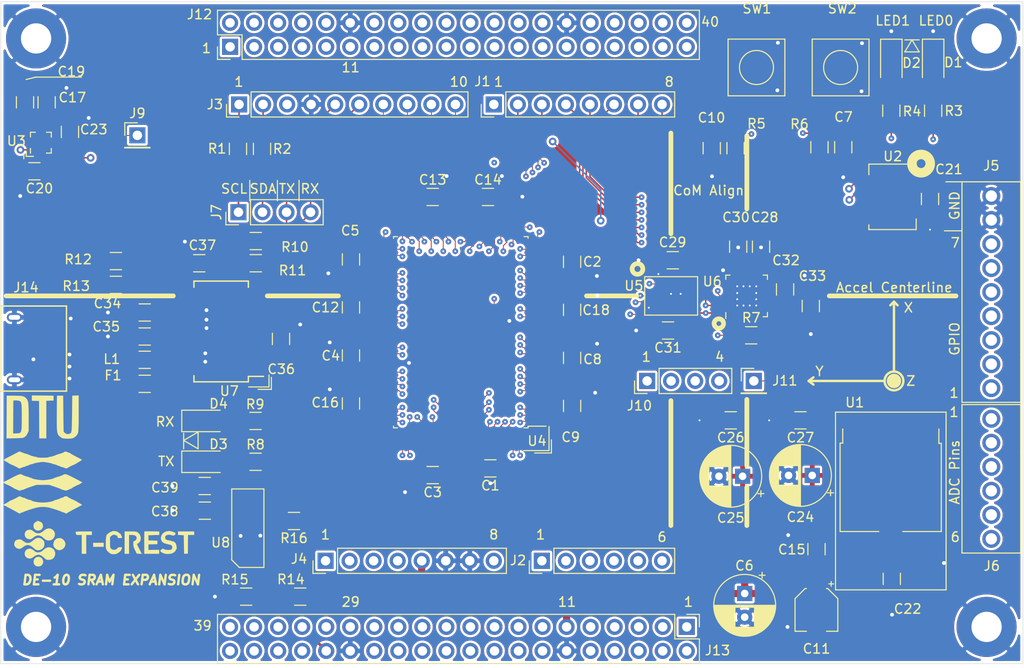
<source format=kicad_pcb>
(kicad_pcb (version 20171130) (host pcbnew 5.1.4-e60b266~84~ubuntu16.04.1)
  (layers (0 F.Cu signal) (1 In1.Cu signal) (2 In2.Cu signal) (31 B.Cu signal) (34 B.Paste user) (35 F.Paste user) (36 B.SilkS user) (37 F.SilkS user) (38 B.Mask user) (39 F.Mask user) (44 Edge.Cuts user))
  (net 0 "")
  (net 1 +3V3)
  (net 2 GND)
  (net 3 +5V)
  (net 4 /BTN_1)
  (net 5 /BTN_0)
  (net 6 "Net-(C23-Pad1)")
  (net 7 "Net-(C33-Pad1)")
  (net 8 "Net-(D1-Pad2)")
  (net 9 "Net-(D2-Pad2)")
  (net 10 "Net-(D3-Pad1)")
  (net 11 "Net-(D3-Pad2)")
  (net 12 "Net-(D4-Pad2)")
  (net 13 "Net-(D4-Pad1)")
  (net 14 "Net-(F1-Pad1)")
  (net 15 "Net-(F1-Pad2)")
  (net 16 /~FT)
  (net 17 "Net-(J1-Pad2)")
  (net 18 "Net-(J1-Pad3)")
  (net 19 "Net-(J1-Pad4)")
  (net 20 "Net-(J1-Pad5)")
  (net 21 "Net-(J1-Pad6)")
  (net 22 "Net-(J1-Pad7)")
  (net 23 "Net-(J1-Pad8)")
  (net 24 "Net-(J2-Pad1)")
  (net 25 "Net-(J2-Pad2)")
  (net 26 "Net-(J2-Pad3)")
  (net 27 "Net-(J2-Pad4)")
  (net 28 "Net-(J2-Pad5)")
  (net 29 "Net-(J2-Pad6)")
  (net 30 /I2C_SCL)
  (net 31 /I2C_SDA)
  (net 32 "Net-(J3-Pad3)")
  (net 33 /UART_TX)
  (net 34 /UART_RX)
  (net 35 /LED_0)
  (net 36 /LED_1)
  (net 37 "Net-(J4-Pad8)")
  (net 38 "Net-(J4-Pad4)")
  (net 39 "Net-(J4-Pad3)")
  (net 40 "Net-(J4-Pad2)")
  (net 41 "Net-(J4-Pad1)")
  (net 42 "Net-(J9-Pad1)")
  (net 43 "Net-(J10-Pad1)")
  (net 44 "Net-(J10-Pad2)")
  (net 45 "Net-(J10-Pad3)")
  (net 46 "Net-(J10-Pad4)")
  (net 47 "Net-(J11-Pad1)")
  (net 48 "Net-(J12-Pad29)")
  (net 49 "Net-(J13-Pad29)")
  (net 50 "Net-(R7-Pad2)")
  (net 51 "Net-(U3-Pad2)")
  (net 52 "Net-(U3-Pad11)")
  (net 53 "Net-(U3-Pad12)")
  (net 54 "Net-(U4-Pad16)")
  (net 55 "Net-(U4-Pad38)")
  (net 56 "Net-(U4-Pad66)")
  (net 57 "Net-(U5-Pad5)")
  (net 58 "Net-(U5-Pad14)")
  (net 59 "Net-(U6-Pad1)")
  (net 60 "Net-(U6-Pad2)")
  (net 61 "Net-(U6-Pad3)")
  (net 62 "Net-(U6-Pad4)")
  (net 63 "Net-(U6-Pad5)")
  (net 64 "Net-(U6-Pad6)")
  (net 65 "Net-(U6-Pad7)")
  (net 66 "Net-(U6-Pad14)")
  (net 67 "Net-(U6-Pad15)")
  (net 68 "Net-(U6-Pad16)")
  (net 69 "Net-(U6-Pad17)")
  (net 70 "Net-(U6-Pad19)")
  (net 71 "Net-(U6-Pad20)")
  (net 72 "Net-(U6-Pad21)")
  (net 73 "Net-(U7-Pad2)")
  (net 74 "Net-(U7-Pad3)")
  (net 75 "Net-(U7-Pad6)")
  (net 76 "Net-(U7-Pad9)")
  (net 77 "Net-(U7-Pad10)")
  (net 78 "Net-(U7-Pad11)")
  (net 79 "Net-(U7-Pad12)")
  (net 80 "Net-(U7-Pad14)")
  (net 81 "Net-(U7-Pad27)")
  (net 82 "Net-(U7-Pad28)")
  (net 83 /DQPB)
  (net 84 /DQPD)
  (net 85 /DQPA)
  (net 86 /DQPC)
  (net 87 /A0)
  (net 88 /A1)
  (net 89 /DQB8)
  (net 90 /DQD8)
  (net 91 /DQB7)
  (net 92 /DQD7)
  (net 93 /DQB6)
  (net 94 /DQD6)
  (net 95 /DQB5)
  (net 96 /DQD5)
  (net 97 /DQB4)
  (net 98 /DQD4)
  (net 99 /DQB3)
  (net 100 /DQD3)
  (net 101 /DQB2)
  (net 102 /DQD2)
  (net 103 /DQB1)
  (net 104 /DQD1)
  (net 105 /DQA8)
  (net 106 /DQC8)
  (net 107 /DQA7)
  (net 108 /DQC7)
  (net 109 /DQA6)
  (net 110 /DQC6)
  (net 111 /DQA5)
  (net 112 /DQC5)
  (net 113 /DQA4)
  (net 114 /DQC4)
  (net 115 /DQA3)
  (net 116 /DQC3)
  (net 117 /DQA2)
  (net 118 /DQC2)
  (net 119 /DQA1)
  (net 120 /DQC1)
  (net 121 /A2)
  (net 122 /A3)
  (net 123 /A4)
  (net 124 /A5)
  (net 125 /A6)
  (net 126 /A7)
  (net 127 /A8)
  (net 128 /A9)
  (net 129 /A10)
  (net 130 /A11)
  (net 131 /A12)
  (net 132 /A13)
  (net 133 /A14)
  (net 134 /A15)
  (net 135 /A16)
  (net 136 /A17)
  (net 137 /A18)
  (net 138 /A19)
  (net 139 /~LBO)
  (net 140 /ZZ)
  (net 141 /~ADV)
  (net 142 /~ADSP)
  (net 143 /~ADSC)
  (net 144 /~G)
  (net 145 /~BW)
  (net 146 /~GW)
  (net 147 /CLK)
  (net 148 /~E3)
  (net 149 /~BA)
  (net 150 /~BB)
  (net 151 /~BC)
  (net 152 /~BD)
  (net 153 /~E2)
  (net 154 /~E1)
  (net 155 /USB_PWR)
  (net 156 /3V3_OUT)
  (net 157 /USB+)
  (net 158 /USB-)
  (net 159 "Net-(U7-Pad13)")
  (net 160 /CLK_IN)
  (net 161 "Net-(R14-Pad1)")
  (net 162 "Net-(R16-Pad2)")
  (net 163 "Net-(U8-Pad8)")
  (net 164 "Net-(U8-Pad7)")
  (net 165 "Net-(U8-Pad5)")
  (module DE10_SRAM_board:tcrest (layer F.Cu) (at 7.1882 -8.382)
    (fp_text reference G*** hide)
    (fp_text value LOGO hide)
  )
  (module DE10_SRAM_board:DTU_logo (layer F.Cu) (at 0.7112 -18.2372)
    (fp_text reference G*** hide)
    (fp_text value LOGO hide)
  )
  (module Capacitor_SMD:C_1206_3216Metric_Pad1.42x1.75mm_HandSolder (layer F.Cu) (at 79.1464 -35.687 90)
    (fp_text reference C32 (at 3.0734 0.1016 180) (layer F.SilkS))
    (fp_text value 10nF)
    (pad 1 smd roundrect (at -1.4875 0 90) (size 1.425 1.75) (layers F.Cu F.Paste F.Mask) (roundrect_rratio 0.175439) (net 1 +3V3))
    (pad 2 smd roundrect (at 1.4875 0 90) (size 1.425 1.75) (layers F.Cu F.Paste F.Mask) (roundrect_rratio 0.175439) (net 2 GND))
  )
  (module DE10_SRAM_board:PQFP-100_14x20mm_P0.65mm (layer F.Cu) (at 44.8818 -31.16072 180)
    (fp_text reference U4 (at -8.0518 -11.50112 180) (layer F.SilkS))
    (fp_text value GS832032AGT-150I)
    (pad 1 smd roundrect (at -8.125 -9.425 180) (size 1.75 0.4) (layers F.Cu F.Paste F.Mask) (net 86 /DQPC))
    (pad 2 smd roundrect (at -8.125 -8.775 180) (size 1.75 0.4) (layers F.Cu F.Paste F.Mask) (net 120 /DQC1))
    (pad 3 smd roundrect (at -8.125 -8.125 180) (size 1.75 0.4) (layers F.Cu F.Paste F.Mask) (net 118 /DQC2))
    (pad 4 smd roundrect (at -8.125 -7.475 180) (size 1.75 0.4) (layers F.Cu F.Paste F.Mask) (net 1 +3V3))
    (pad 5 smd roundrect (at -8.125 -6.825 180) (size 1.75 0.4) (layers F.Cu F.Paste F.Mask) (net 2 GND))
    (pad 6 smd roundrect (at -8.125 -6.175 180) (size 1.75 0.4) (layers F.Cu F.Paste F.Mask) (net 116 /DQC3))
    (pad 7 smd roundrect (at -8.125 -5.525 180) (size 1.75 0.4) (layers F.Cu F.Paste F.Mask) (net 114 /DQC4))
    (pad 8 smd roundrect (at -8.125 -4.875 180) (size 1.75 0.4) (layers F.Cu F.Paste F.Mask) (net 112 /DQC5))
    (pad 9 smd roundrect (at -8.125 -4.225 180) (size 1.75 0.4) (layers F.Cu F.Paste F.Mask) (net 110 /DQC6))
    (pad 10 smd roundrect (at -8.125 -3.575 180) (size 1.75 0.4) (layers F.Cu F.Paste F.Mask) (net 2 GND))
    (pad 11 smd roundrect (at -8.125 -2.925 180) (size 1.75 0.4) (layers F.Cu F.Paste F.Mask) (net 1 +3V3))
    (pad 12 smd roundrect (at -8.125 -2.275 180) (size 1.75 0.4) (layers F.Cu F.Paste F.Mask) (net 108 /DQC7))
    (pad 13 smd roundrect (at -8.125 -1.625 180) (size 1.75 0.4) (layers F.Cu F.Paste F.Mask) (net 106 /DQC8))
    (pad 14 smd roundrect (at -8.125 -0.975 180) (size 1.75 0.4) (layers F.Cu F.Paste F.Mask) (net 16 /~FT))
    (pad 15 smd roundrect (at -8.125 -0.325 180) (size 1.75 0.4) (layers F.Cu F.Paste F.Mask) (net 1 +3V3))
    (pad 16 smd roundrect (at -8.125 0.325 180) (size 1.75 0.4) (layers F.Cu F.Paste F.Mask) (net 54 "Net-(U4-Pad16)"))
    (pad 17 smd roundrect (at -8.125 0.975 180) (size 1.75 0.4) (layers F.Cu F.Paste F.Mask) (net 2 GND))
    (pad 18 smd roundrect (at -8.125 1.625 180) (size 1.75 0.4) (layers F.Cu F.Paste F.Mask) (net 104 /DQD1))
    (pad 19 smd roundrect (at -8.125 2.275 180) (size 1.75 0.4) (layers F.Cu F.Paste F.Mask) (net 102 /DQD2))
    (pad 20 smd roundrect (at -8.125 2.925 180) (size 1.75 0.4) (layers F.Cu F.Paste F.Mask) (net 1 +3V3))
    (pad 21 smd roundrect (at -8.125 3.575 180) (size 1.75 0.4) (layers F.Cu F.Paste F.Mask) (net 2 GND))
    (pad 22 smd roundrect (at -8.125 4.225 180) (size 1.75 0.4) (layers F.Cu F.Paste F.Mask) (net 100 /DQD3))
    (pad 23 smd roundrect (at -8.125 4.875 180) (size 1.75 0.4) (layers F.Cu F.Paste F.Mask) (net 98 /DQD4))
    (pad 24 smd roundrect (at -8.125 5.525 180) (size 1.75 0.4) (layers F.Cu F.Paste F.Mask) (net 96 /DQD5))
    (pad 25 smd roundrect (at -8.125 6.175 180) (size 1.75 0.4) (layers F.Cu F.Paste F.Mask) (net 94 /DQD6))
    (pad 26 smd roundrect (at -8.125 6.825 180) (size 1.75 0.4) (layers F.Cu F.Paste F.Mask) (net 2 GND))
    (pad 27 smd roundrect (at -8.125 7.475 180) (size 1.75 0.4) (layers F.Cu F.Paste F.Mask) (net 1 +3V3))
    (pad 28 smd roundrect (at -8.125 8.125 180) (size 1.75 0.4) (layers F.Cu F.Paste F.Mask) (net 92 /DQD7))
    (pad 29 smd roundrect (at -8.125 8.775 180) (size 1.75 0.4) (layers F.Cu F.Paste F.Mask) (net 90 /DQD8))
    (pad 30 smd roundrect (at -8.125 9.425 180) (size 1.75 0.4) (layers F.Cu F.Paste F.Mask) (net 84 /DQPD))
    (pad 31 smd roundrect (at -6.175 11.125 180) (size 0.4 1.75) (layers F.Cu F.Paste F.Mask) (net 139 /~LBO))
    (pad 32 smd roundrect (at -5.525 11.125 180) (size 0.4 1.75) (layers F.Cu F.Paste F.Mask) (net 121 /A2))
    (pad 33 smd roundrect (at -4.875 11.125 180) (size 0.4 1.75) (layers F.Cu F.Paste F.Mask) (net 122 /A3))
    (pad 34 smd roundrect (at -4.225 11.125 180) (size 0.4 1.75) (layers F.Cu F.Paste F.Mask) (net 123 /A4))
    (pad 35 smd roundrect (at -3.575 11.125 180) (size 0.4 1.75) (layers F.Cu F.Paste F.Mask) (net 124 /A5))
    (pad 36 smd roundrect (at -2.925 11.125 180) (size 0.4 1.75) (layers F.Cu F.Paste F.Mask) (net 88 /A1))
    (pad 37 smd roundrect (at -2.275 11.125 180) (size 0.4 1.75) (layers F.Cu F.Paste F.Mask) (net 87 /A0))
    (pad 38 smd roundrect (at -1.625 11.125 180) (size 0.4 1.75) (layers F.Cu F.Paste F.Mask) (net 55 "Net-(U4-Pad38)"))
    (pad 39 smd roundrect (at -0.975 11.125 180) (size 0.4 1.75) (layers F.Cu F.Paste F.Mask) (net 125 /A6))
    (pad 40 smd roundrect (at -0.325 11.125 180) (size 0.4 1.75) (layers F.Cu F.Paste F.Mask) (net 2 GND))
    (pad 41 smd roundrect (at 0.325 11.125 180) (size 0.4 1.75) (layers F.Cu F.Paste F.Mask) (net 1 +3V3))
    (pad 42 smd roundrect (at 0.975 11.125 180) (size 0.4 1.75) (layers F.Cu F.Paste F.Mask) (net 127 /A8))
    (pad 43 smd roundrect (at 1.625 11.125 180) (size 0.4 1.75) (layers F.Cu F.Paste F.Mask) (net 129 /A10))
    (pad 44 smd roundrect (at 2.275 11.125 180) (size 0.4 1.75) (layers F.Cu F.Paste F.Mask) (net 126 /A7))
    (pad 45 smd roundrect (at 2.925 11.125 180) (size 0.4 1.75) (layers F.Cu F.Paste F.Mask) (net 130 /A11))
    (pad 46 smd roundrect (at 3.575 11.125 180) (size 0.4 1.75) (layers F.Cu F.Paste F.Mask) (net 128 /A9))
    (pad 47 smd roundrect (at 4.225 11.125 180) (size 0.4 1.75) (layers F.Cu F.Paste F.Mask) (net 131 /A12))
    (pad 48 smd roundrect (at 4.875 11.125 180) (size 0.4 1.75) (layers F.Cu F.Paste F.Mask) (net 132 /A13))
    (pad 49 smd roundrect (at 5.525 11.125 180) (size 0.4 1.75) (layers F.Cu F.Paste F.Mask) (net 133 /A14))
    (pad 50 smd roundrect (at 6.175 11.125 180) (size 0.4 1.75) (layers F.Cu F.Paste F.Mask) (net 134 /A15))
    (pad 51 smd roundrect (at 8.125 9.425 180) (size 1.75 0.4) (layers F.Cu F.Paste F.Mask) (net 85 /DQPA))
    (pad 52 smd roundrect (at 8.125 8.775 180) (size 1.75 0.4) (layers F.Cu F.Paste F.Mask) (net 119 /DQA1))
    (pad 53 smd roundrect (at 8.125 8.125 180) (size 1.75 0.4) (layers F.Cu F.Paste F.Mask) (net 117 /DQA2))
    (pad 54 smd roundrect (at 8.125 7.475 180) (size 1.75 0.4) (layers F.Cu F.Paste F.Mask) (net 1 +3V3))
    (pad 55 smd roundrect (at 8.125 6.825 180) (size 1.75 0.4) (layers F.Cu F.Paste F.Mask) (net 2 GND))
    (pad 56 smd roundrect (at 8.125 6.175 180) (size 1.75 0.4) (layers F.Cu F.Paste F.Mask) (net 115 /DQA3))
    (pad 57 smd roundrect (at 8.125 5.525 180) (size 1.75 0.4) (layers F.Cu F.Paste F.Mask) (net 113 /DQA4))
    (pad 58 smd roundrect (at 8.125 4.875 180) (size 1.75 0.4) (layers F.Cu F.Paste F.Mask) (net 111 /DQA5))
    (pad 59 smd roundrect (at 8.125 4.225 180) (size 1.75 0.4) (layers F.Cu F.Paste F.Mask) (net 109 /DQA6))
    (pad 60 smd roundrect (at 8.125 3.575 180) (size 1.75 0.4) (layers F.Cu F.Paste F.Mask) (net 2 GND))
    (pad 61 smd roundrect (at 8.125 2.925 180) (size 1.75 0.4) (layers F.Cu F.Paste F.Mask) (net 1 +3V3))
    (pad 62 smd roundrect (at 8.125 2.275 180) (size 1.75 0.4) (layers F.Cu F.Paste F.Mask) (net 107 /DQA7))
    (pad 63 smd roundrect (at 8.125 1.625 180) (size 1.75 0.4) (layers F.Cu F.Paste F.Mask) (net 105 /DQA8))
    (pad 64 smd roundrect (at 8.125 0.975 180) (size 1.75 0.4) (layers F.Cu F.Paste F.Mask) (net 140 /ZZ))
    (pad 65 smd roundrect (at 8.125 0.325 180) (size 1.75 0.4) (layers F.Cu F.Paste F.Mask) (net 1 +3V3))
    (pad 66 smd roundrect (at 8.125 -0.325 180) (size 1.75 0.4) (layers F.Cu F.Paste F.Mask) (net 56 "Net-(U4-Pad66)"))
    (pad 67 smd roundrect (at 8.125 -0.975 180) (size 1.75 0.4) (layers F.Cu F.Paste F.Mask) (net 2 GND))
    (pad 68 smd roundrect (at 8.125 -1.625 180) (size 1.75 0.4) (layers F.Cu F.Paste F.Mask) (net 89 /DQB8))
    (pad 69 smd roundrect (at 8.125 -2.275 180) (size 1.75 0.4) (layers F.Cu F.Paste F.Mask) (net 91 /DQB7))
    (pad 70 smd roundrect (at 8.125 -2.925 180) (size 1.75 0.4) (layers F.Cu F.Paste F.Mask) (net 1 +3V3))
    (pad 71 smd roundrect (at 8.125 -3.575 180) (size 1.75 0.4) (layers F.Cu F.Paste F.Mask) (net 2 GND))
    (pad 72 smd roundrect (at 8.125 -4.225 180) (size 1.75 0.4) (layers F.Cu F.Paste F.Mask) (net 93 /DQB6))
    (pad 73 smd roundrect (at 8.125 -4.875 180) (size 1.75 0.4) (layers F.Cu F.Paste F.Mask) (net 95 /DQB5))
    (pad 74 smd roundrect (at 8.125 -5.525 180) (size 1.75 0.4) (layers F.Cu F.Paste F.Mask) (net 97 /DQB4))
    (pad 75 smd roundrect (at 8.125 -6.175 180) (size 1.75 0.4) (layers F.Cu F.Paste F.Mask) (net 99 /DQB3))
    (pad 76 smd roundrect (at 8.125 -6.825 180) (size 1.75 0.4) (layers F.Cu F.Paste F.Mask) (net 2 GND))
    (pad 77 smd roundrect (at 8.125 -7.475 180) (size 1.75 0.4) (layers F.Cu F.Paste F.Mask) (net 1 +3V3))
    (pad 78 smd roundrect (at 8.125 -8.125 180) (size 1.75 0.4) (layers F.Cu F.Paste F.Mask) (net 101 /DQB2))
    (pad 79 smd roundrect (at 8.125 -8.775 180) (size 1.75 0.4) (layers F.Cu F.Paste F.Mask) (net 103 /DQB1))
    (pad 80 smd roundrect (at 8.125 -9.425 180) (size 1.75 0.4) (layers F.Cu F.Paste F.Mask) (net 83 /DQPB))
    (pad 81 smd roundrect (at 6.175 -11.125 180) (size 0.4 1.75) (layers F.Cu F.Paste F.Mask) (net 135 /A16))
    (pad 82 smd roundrect (at 5.525 -11.125 180) (size 0.4 1.75) (layers F.Cu F.Paste F.Mask) (net 136 /A17))
    (pad 83 smd roundrect (at 4.875 -11.125 180) (size 0.4 1.75) (layers F.Cu F.Paste F.Mask) (net 141 /~ADV))
    (pad 84 smd roundrect (at 4.225 -11.125 180) (size 0.4 1.75) (layers F.Cu F.Paste F.Mask) (net 142 /~ADSP))
    (pad 85 smd roundrect (at 3.575 -11.125 180) (size 0.4 1.75) (layers F.Cu F.Paste F.Mask) (net 143 /~ADSC))
    (pad 86 smd roundrect (at 2.925 -11.125 180) (size 0.4 1.75) (layers F.Cu F.Paste F.Mask) (net 144 /~G))
    (pad 87 smd roundrect (at 2.275 -11.125 180) (size 0.4 1.75) (layers F.Cu F.Paste F.Mask) (net 145 /~BW))
    (pad 88 smd roundrect (at 1.625 -11.125 180) (size 0.4 1.75) (layers F.Cu F.Paste F.Mask) (net 146 /~GW))
    (pad 89 smd roundrect (at 0.975 -11.125 180) (size 0.4 1.75) (layers F.Cu F.Paste F.Mask) (net 147 /CLK))
    (pad 90 smd roundrect (at 0.325 -11.125 180) (size 0.4 1.75) (layers F.Cu F.Paste F.Mask) (net 2 GND))
    (pad 91 smd roundrect (at -0.325 -11.125 180) (size 0.4 1.75) (layers F.Cu F.Paste F.Mask) (net 1 +3V3))
    (pad 92 smd roundrect (at -0.975 -11.125 180) (size 0.4 1.75) (layers F.Cu F.Paste F.Mask) (net 148 /~E3))
    (pad 93 smd roundrect (at -1.625 -11.125 180) (size 0.4 1.75) (layers F.Cu F.Paste F.Mask) (net 149 /~BA))
    (pad 94 smd roundrect (at -2.275 -11.125 180) (size 0.4 1.75) (layers F.Cu F.Paste F.Mask) (net 150 /~BB))
    (pad 95 smd roundrect (at -2.925 -11.125 180) (size 0.4 1.75) (layers F.Cu F.Paste F.Mask) (net 151 /~BC))
    (pad 96 smd roundrect (at -3.575 -11.125 180) (size 0.4 1.75) (layers F.Cu F.Paste F.Mask) (net 152 /~BD))
    (pad 97 smd roundrect (at -4.225 -11.125 180) (size 0.4 1.75) (layers F.Cu F.Paste F.Mask) (net 153 /~E2))
    (pad 98 smd roundrect (at -4.875 -11.125 180) (size 0.4 1.75) (layers F.Cu F.Paste F.Mask) (net 154 /~E1))
    (pad 99 smd roundrect (at -5.525 -11.125 180) (size 0.4 1.75) (layers F.Cu F.Paste F.Mask) (net 137 /A18))
    (pad 100 smd roundrect (at -6.175 -11.125 180) (size 0.4 1.75) (layers F.Cu F.Paste F.Mask) (net 138 /A19))
  )
  (module Package_LGA:LGA-12_2x2mm_P0.5mm (layer F.Cu) (at 0.508 -51.2064 90)
    (fp_text reference U3 (at 0.1778 -2.5908 180) (layer F.SilkS))
    (fp_text value IIS2MDCTR)
    (pad 2 smd rect (at -0.7625 -0.25 90) (size 0.275 0.25) (layers F.Cu F.Paste F.Mask) (net 51 "Net-(U3-Pad2)"))
    (pad 3 smd rect (at -0.7625 0.25 90) (size 0.275 0.25) (layers F.Cu F.Paste F.Mask) (net 1 +3V3))
    (pad 9 smd rect (at 0.7625 -0.25 90) (size 0.275 0.25) (layers F.Cu F.Paste F.Mask) (net 1 +3V3))
    (pad 8 smd rect (at 0.7625 0.25 90) (size 0.275 0.25) (layers F.Cu F.Paste F.Mask) (net 2 GND))
    (pad 4 smd rect (at -0.7625 0.75 90) (size 0.275 0.25) (layers F.Cu F.Paste F.Mask) (net 31 /I2C_SDA))
    (pad 7 smd rect (at 0.7625 0.75 90) (size 0.275 0.25) (layers F.Cu F.Paste F.Mask) (net 42 "Net-(J9-Pad1)"))
    (pad 1 smd rect (at -0.7625 -0.75 90) (size 0.275 0.325) (layers F.Cu F.Paste F.Mask) (net 30 /I2C_SCL))
    (pad 10 smd rect (at 0.7625 -0.75 90) (size 0.275 0.25) (layers F.Cu F.Paste F.Mask) (net 1 +3V3))
    (pad 5 smd rect (at -0.25 0.7625 180) (size 0.275 0.25) (layers F.Cu F.Paste F.Mask) (net 6 "Net-(C23-Pad1)"))
    (pad 6 smd rect (at 0.25 0.7625 180) (size 0.275 0.25) (layers F.Cu F.Paste F.Mask) (net 2 GND))
    (pad 11 smd rect (at 0.25 -0.7625 180) (size 0.275 0.25) (layers F.Cu F.Paste F.Mask) (net 52 "Net-(U3-Pad11)"))
    (pad 12 smd rect (at -0.25 -0.7625 180) (size 0.275 0.25) (layers F.Cu F.Paste F.Mask) (net 53 "Net-(U3-Pad12)"))
  )
  (module MountingHole:MountingHole_3.2mm_M3_ISO14580_Pad (layer F.Cu) (at 100.44 -62.23)
    (fp_text reference REF** hide)
    (fp_text value MountingHole_3.2mm_M3_ISO14580_Pad)
    (pad 1 thru_hole circle (at 0 0) (size 6.35 6.35) (drill 3.2) (layers *.Cu *.Mask) (net 2 GND))
  )
  (module MountingHole:MountingHole_3.2mm_M3_ISO14580_Pad (layer F.Cu) (at 100.44 0)
    (fp_text reference REF** hide)
    (fp_text value MountingHole_3.2mm_M3_ISO14580_Pad)
    (pad 1 thru_hole circle (at 0 0) (size 6.35 6.35) (drill 3.2) (layers *.Cu *.Mask) (net 2 GND))
  )
  (module MountingHole:MountingHole_3.2mm_M3_ISO14580_Pad (layer F.Cu) (at 0 -62.23)
    (fp_text reference REF** hide)
    (fp_text value MountingHole_3.2mm_M3_ISO14580_Pad)
    (pad 1 thru_hole circle (at 0 0) (size 6.35 6.35) (drill 3.2) (layers *.Cu *.Mask) (net 2 GND))
  )
  (module MountingHole:MountingHole_3.2mm_M3_ISO14580_Pad (layer F.Cu) (at 0 0)
    (fp_text reference REF** hide)
    (fp_text value MountingHole_3.2mm_M3_ISO14580_Pad)
    (pad 1 thru_hole circle (at 0 0) (size 6.35 6.35) (drill 3.2) (layers *.Cu *.Mask) (net 2 GND))
  )
  (module Capacitor_SMD:C_1206_3216Metric_Pad1.42x1.75mm_HandSolder (layer F.Cu) (at 48.006 -16.764 180)
    (fp_text reference C1 (at 0 -1.82) (layer F.SilkS))
    (fp_text value 12nF)
    (pad 1 smd roundrect (at -1.4875 0 180) (size 1.425 1.75) (layers F.Cu F.Paste F.Mask) (roundrect_rratio 0.175439) (net 1 +3V3))
    (pad 2 smd roundrect (at 1.4875 0 180) (size 1.425 1.75) (layers F.Cu F.Paste F.Mask) (roundrect_rratio 0.175439) (net 2 GND))
  )
  (module Capacitor_SMD:C_1206_3216Metric_Pad1.42x1.75mm_HandSolder (layer F.Cu) (at 56.642 -38.608 270)
    (fp_text reference C2 (at 0 -2.1336 180) (layer F.SilkS))
    (fp_text value 12nF)
    (pad 1 smd roundrect (at -1.4875 0 270) (size 1.425 1.75) (layers F.Cu F.Paste F.Mask) (roundrect_rratio 0.175439) (net 1 +3V3))
    (pad 2 smd roundrect (at 1.4875 0 270) (size 1.425 1.75) (layers F.Cu F.Paste F.Mask) (roundrect_rratio 0.175439) (net 2 GND))
  )
  (module Capacitor_SMD:C_1206_3216Metric_Pad1.42x1.75mm_HandSolder (layer F.Cu) (at 41.91 -16.0528 180)
    (fp_text reference C3 (at 0 -1.82) (layer F.SilkS))
    (fp_text value 12nF)
    (pad 1 smd roundrect (at -1.4875 0 180) (size 1.425 1.75) (layers F.Cu F.Paste F.Mask) (roundrect_rratio 0.175439) (net 1 +3V3))
    (pad 2 smd roundrect (at 1.4875 0 180) (size 1.425 1.75) (layers F.Cu F.Paste F.Mask) (roundrect_rratio 0.175439) (net 2 GND))
  )
  (module Capacitor_SMD:C_1206_3216Metric_Pad1.42x1.75mm_HandSolder (layer F.Cu) (at 33.274 -28.702 90)
    (fp_text reference C4 (at -0.0254 -2.1336 180) (layer F.SilkS))
    (fp_text value 12nF)
    (pad 1 smd roundrect (at -1.4875 0 90) (size 1.425 1.75) (layers F.Cu F.Paste F.Mask) (roundrect_rratio 0.175439) (net 1 +3V3))
    (pad 2 smd roundrect (at 1.4875 0 90) (size 1.425 1.75) (layers F.Cu F.Paste F.Mask) (roundrect_rratio 0.175439) (net 2 GND))
  )
  (module Capacitor_SMD:C_1206_3216Metric_Pad1.42x1.75mm_HandSolder (layer F.Cu) (at 33.274 -38.862 270)
    (fp_text reference C5 (at -3.048 0.0762 180) (layer F.SilkS))
    (fp_text value 12nF)
    (pad 2 smd roundrect (at 1.4875 0 270) (size 1.425 1.75) (layers F.Cu F.Paste F.Mask) (roundrect_rratio 0.175439) (net 2 GND))
    (pad 1 smd roundrect (at -1.4875 0 270) (size 1.425 1.75) (layers F.Cu F.Paste F.Mask) (roundrect_rratio 0.175439) (net 1 +3V3))
  )
  (module Capacitor_THT:CP_Radial_D6.3mm_P2.50mm (layer F.Cu) (at 74.8792 -3.5306 270)
    (fp_text reference C6 (at -2.9464 0.0254 180) (layer F.SilkS))
    (fp_text value 330uF)
    (pad 1 thru_hole rect (at 0 0 270) (size 1.6 1.6) (drill 0.8) (layers *.Cu *.Mask) (net 3 +5V))
    (pad 2 thru_hole circle (at 2.5 0 270) (size 1.6 1.6) (drill 0.8) (layers *.Cu *.Mask) (net 2 GND))
  )
  (module Capacitor_SMD:C_1206_3216Metric_Pad1.42x1.75mm_HandSolder (layer F.Cu) (at 85.2932 -50.7238 270)
    (fp_text reference C7 (at -3.2004 -0.0254 180) (layer F.SilkS))
    (fp_text value 1uF)
    (pad 2 smd roundrect (at 1.4875 0 270) (size 1.425 1.75) (layers F.Cu F.Paste F.Mask) (roundrect_rratio 0.175439) (net 2 GND))
    (pad 1 smd roundrect (at -1.4875 0 270) (size 1.425 1.75) (layers F.Cu F.Paste F.Mask) (roundrect_rratio 0.175439) (net 4 /BTN_1))
  )
  (module Capacitor_SMD:C_1206_3216Metric_Pad1.42x1.75mm_HandSolder (layer F.Cu) (at 56.642 -28.448 90)
    (fp_text reference C8 (at -0.1524 2.159 180) (layer F.SilkS))
    (fp_text value 12nF)
    (pad 2 smd roundrect (at 1.4875 0 90) (size 1.425 1.75) (layers F.Cu F.Paste F.Mask) (roundrect_rratio 0.175439) (net 2 GND))
    (pad 1 smd roundrect (at -1.4875 0 90) (size 1.425 1.75) (layers F.Cu F.Paste F.Mask) (roundrect_rratio 0.175439) (net 1 +3V3))
  )
  (module Capacitor_SMD:C_1206_3216Metric_Pad1.42x1.75mm_HandSolder (layer F.Cu) (at 56.642 -23.368 90)
    (fp_text reference C9 (at -3.302 -0.1524 180) (layer F.SilkS))
    (fp_text value 12nF)
    (pad 1 smd roundrect (at -1.4875 0 90) (size 1.425 1.75) (layers F.Cu F.Paste F.Mask) (roundrect_rratio 0.175439) (net 1 +3V3))
    (pad 2 smd roundrect (at 1.4875 0 90) (size 1.425 1.75) (layers F.Cu F.Paste F.Mask) (roundrect_rratio 0.175439) (net 2 GND))
  )
  (module Capacitor_SMD:C_1206_3216Metric_Pad1.42x1.75mm_HandSolder (layer F.Cu) (at 71.3994 -50.6222 270)
    (fp_text reference C10 (at -3.2258 0.0254 180) (layer F.SilkS))
    (fp_text value 1uF)
    (pad 1 smd roundrect (at -1.4875 0 270) (size 1.425 1.75) (layers F.Cu F.Paste F.Mask) (roundrect_rratio 0.175439) (net 5 /BTN_0))
    (pad 2 smd roundrect (at 1.4875 0 270) (size 1.425 1.75) (layers F.Cu F.Paste F.Mask) (roundrect_rratio 0.175439) (net 2 GND))
  )
  (module Capacitor_SMD:CP_Elec_4x5.8 (layer F.Cu) (at 82.45856 -1.79832 270)
    (fp_text reference C11 (at 4.10972 -0.01524 180) (layer F.SilkS))
    (fp_text value 4.7uF)
    (pad 1 smd roundrect (at -1.8 0 270) (size 2.6 1.6) (layers F.Cu F.Paste F.Mask) (roundrect_rratio 0.15625) (net 3 +5V))
    (pad 2 smd roundrect (at 1.8 0 270) (size 2.6 1.6) (layers F.Cu F.Paste F.Mask) (roundrect_rratio 0.15625) (net 2 GND))
  )
  (module Capacitor_SMD:C_1206_3216Metric_Pad1.42x1.75mm_HandSolder (layer F.Cu) (at 33.274 -33.782 90)
    (fp_text reference C12 (at 0 -2.6924 180) (layer F.SilkS))
    (fp_text value 12nF)
    (pad 2 smd roundrect (at 1.4875 0 90) (size 1.425 1.75) (layers F.Cu F.Paste F.Mask) (roundrect_rratio 0.175439) (net 2 GND))
    (pad 1 smd roundrect (at -1.4875 0 90) (size 1.425 1.75) (layers F.Cu F.Paste F.Mask) (roundrect_rratio 0.175439) (net 1 +3V3))
  )
  (module Capacitor_SMD:C_1206_3216Metric_Pad1.42x1.75mm_HandSolder (layer F.Cu) (at 41.91 -45.466)
    (fp_text reference C13 (at 0 -1.82) (layer F.SilkS))
    (fp_text value 12nF)
    (pad 1 smd roundrect (at -1.4875 0) (size 1.425 1.75) (layers F.Cu F.Paste F.Mask) (roundrect_rratio 0.175439) (net 1 +3V3))
    (pad 2 smd roundrect (at 1.4875 0) (size 1.425 1.75) (layers F.Cu F.Paste F.Mask) (roundrect_rratio 0.175439) (net 2 GND))
  )
  (module Capacitor_SMD:C_1206_3216Metric_Pad1.42x1.75mm_HandSolder (layer F.Cu) (at 47.752 -45.466)
    (fp_text reference C14 (at 0 -1.82) (layer F.SilkS))
    (fp_text value 12nF)
    (pad 1 smd roundrect (at -1.4875 0) (size 1.425 1.75) (layers F.Cu F.Paste F.Mask) (roundrect_rratio 0.175439) (net 1 +3V3))
    (pad 2 smd roundrect (at 1.4875 0) (size 1.425 1.75) (layers F.Cu F.Paste F.Mask) (roundrect_rratio 0.175439) (net 2 GND))
  )
  (module Capacitor_SMD:C_1206_3216Metric_Pad1.42x1.75mm_HandSolder (layer F.Cu) (at 82.46872 -8.21944 90)
    (fp_text reference C15 (at -0.04064 -2.61112 180) (layer F.SilkS))
    (fp_text value 10uF)
    (pad 2 smd roundrect (at 1.4875 0 90) (size 1.425 1.75) (layers F.Cu F.Paste F.Mask) (roundrect_rratio 0.175439) (net 2 GND))
    (pad 1 smd roundrect (at -1.4875 0 90) (size 1.425 1.75) (layers F.Cu F.Paste F.Mask) (roundrect_rratio 0.175439) (net 3 +5V))
  )
  (module Capacitor_SMD:C_1206_3216Metric_Pad1.42x1.75mm_HandSolder (layer F.Cu) (at 33.274 -23.622 90)
    (fp_text reference C16 (at 0.1016 -2.7178 180) (layer F.SilkS))
    (fp_text value 12nF)
    (pad 2 smd roundrect (at 1.4875 0 90) (size 1.425 1.75) (layers F.Cu F.Paste F.Mask) (roundrect_rratio 0.175439) (net 2 GND))
    (pad 1 smd roundrect (at -1.4875 0 90) (size 1.425 1.75) (layers F.Cu F.Paste F.Mask) (roundrect_rratio 0.175439) (net 1 +3V3))
  )
  (module Capacitor_SMD:C_1206_3216Metric_Pad1.42x1.75mm_HandSolder (layer F.Cu) (at 1.1176 -55.4736 90)
    (fp_text reference C17 (at 0.508 2.7178 180) (layer F.SilkS))
    (fp_text value 10uF)
    (pad 1 smd roundrect (at -1.4875 0 90) (size 1.425 1.75) (layers F.Cu F.Paste F.Mask) (roundrect_rratio 0.175439) (net 1 +3V3))
    (pad 2 smd roundrect (at 1.4875 0 90) (size 1.425 1.75) (layers F.Cu F.Paste F.Mask) (roundrect_rratio 0.175439) (net 2 GND))
  )
  (module Capacitor_SMD:C_1206_3216Metric_Pad1.42x1.75mm_HandSolder (layer F.Cu) (at 56.642 -33.528 90)
    (fp_text reference C18 (at -0.0254 2.54 180) (layer F.SilkS))
    (fp_text value 12nF)
    (pad 2 smd roundrect (at 1.4875 0 90) (size 1.425 1.75) (layers F.Cu F.Paste F.Mask) (roundrect_rratio 0.175439) (net 2 GND))
    (pad 1 smd roundrect (at -1.4875 0 90) (size 1.425 1.75) (layers F.Cu F.Paste F.Mask) (roundrect_rratio 0.175439) (net 1 +3V3))
  )
  (module Capacitor_SMD:C_1206_3216Metric_Pad1.42x1.75mm_HandSolder (layer F.Cu) (at -1.1684 -55.4736 90)
    (fp_text reference C19 (at 3.2512 4.9022 180) (layer F.SilkS))
    (fp_text value 100nF)
    (pad 1 smd roundrect (at -1.4875 0 90) (size 1.425 1.75) (layers F.Cu F.Paste F.Mask) (roundrect_rratio 0.175439) (net 1 +3V3))
    (pad 2 smd roundrect (at 1.4875 0 90) (size 1.425 1.75) (layers F.Cu F.Paste F.Mask) (roundrect_rratio 0.175439) (net 2 GND))
  )
  (module Capacitor_SMD:C_1206_3216Metric_Pad1.42x1.75mm_HandSolder (layer F.Cu) (at -0.1778 -48.1838 180)
    (fp_text reference C20 (at -0.5334 -1.82) (layer F.SilkS))
    (fp_text value 100nF)
    (pad 2 smd roundrect (at 1.4875 0 180) (size 1.425 1.75) (layers F.Cu F.Paste F.Mask) (roundrect_rratio 0.175439) (net 2 GND))
    (pad 1 smd roundrect (at -1.4875 0 180) (size 1.425 1.75) (layers F.Cu F.Paste F.Mask) (roundrect_rratio 0.175439) (net 1 +3V3))
  )
  (module Capacitor_SMD:C_1206_3216Metric_Pad1.42x1.75mm_HandSolder (layer F.Cu) (at 94.4626 -45.2501 270)
    (fp_text reference C21 (at -3.1369 -2.0066 180) (layer F.SilkS))
    (fp_text value 100nF)
    (pad 2 smd roundrect (at 1.4875 0 270) (size 1.425 1.75) (layers F.Cu F.Paste F.Mask) (roundrect_rratio 0.175439) (net 2 GND))
    (pad 1 smd roundrect (at -1.4875 0 270) (size 1.425 1.75) (layers F.Cu F.Paste F.Mask) (roundrect_rratio 0.175439) (net 1 +3V3))
  )
  (module Capacitor_SMD:C_1206_3216Metric_Pad1.42x1.75mm_HandSolder (layer F.Cu) (at 90.424 -5.08 270)
    (fp_text reference C22 (at 3.175 -1.6764 180) (layer F.SilkS))
    (fp_text value 10uF)
    (pad 2 smd roundrect (at 1.4875 0 270) (size 1.425 1.75) (layers F.Cu F.Paste F.Mask) (roundrect_rratio 0.175439) (net 2 GND))
    (pad 1 smd roundrect (at -1.4875 0 270) (size 1.425 1.75) (layers F.Cu F.Paste F.Mask) (roundrect_rratio 0.175439) (net 1 +3V3))
  )
  (module Capacitor_SMD:C_1206_3216Metric_Pad1.42x1.75mm_HandSolder (layer F.Cu) (at 3.5814 -52.3494 90)
    (fp_text reference C23 (at 0.254 2.5146 180) (layer F.SilkS))
    (fp_text value 220nF)
    (pad 2 smd roundrect (at 1.4875 0 90) (size 1.425 1.75) (layers F.Cu F.Paste F.Mask) (roundrect_rratio 0.175439) (net 2 GND))
    (pad 1 smd roundrect (at -1.4875 0 90) (size 1.425 1.75) (layers F.Cu F.Paste F.Mask) (roundrect_rratio 0.175439) (net 6 "Net-(C23-Pad1)"))
  )
  (module Capacitor_THT:CP_Radial_D6.3mm_P2.50mm (layer F.Cu) (at 82.0166 -16.01724 180)
    (fp_text reference C24 (at 1.25 -4.4) (layer F.SilkS))
    (fp_text value 330uF)
    (pad 2 thru_hole circle (at 2.5 0 180) (size 1.6 1.6) (drill 0.8) (layers *.Cu *.Mask) (net 2 GND))
    (pad 1 thru_hole rect (at 0 0 180) (size 1.6 1.6) (drill 0.8) (layers *.Cu *.Mask) (net 1 +3V3))
  )
  (module Capacitor_THT:CP_Radial_D6.3mm_P2.50mm (layer F.Cu) (at 74.65568 -15.93088 180)
    (fp_text reference C25 (at 1.25 -4.4) (layer F.SilkS))
    (fp_text value 330uF)
    (pad 1 thru_hole rect (at 0 0 180) (size 1.6 1.6) (drill 0.8) (layers *.Cu *.Mask) (net 1 +3V3))
    (pad 2 thru_hole circle (at 2.5 0 180) (size 1.6 1.6) (drill 0.8) (layers *.Cu *.Mask) (net 2 GND))
  )
  (module Capacitor_SMD:C_1206_3216Metric_Pad1.42x1.75mm_HandSolder (layer F.Cu) (at 73.406 -21.844 180)
    (fp_text reference C26 (at 0 -1.82) (layer F.SilkS))
    (fp_text value 12nF)
    (pad 1 smd roundrect (at -1.4875 0 180) (size 1.425 1.75) (layers F.Cu F.Paste F.Mask) (roundrect_rratio 0.175439) (net 1 +3V3))
    (pad 2 smd roundrect (at 1.4875 0 180) (size 1.425 1.75) (layers F.Cu F.Paste F.Mask) (roundrect_rratio 0.175439) (net 2 GND))
  )
  (module Capacitor_SMD:C_1206_3216Metric_Pad1.42x1.75mm_HandSolder (layer F.Cu) (at 80.772 -21.844 180)
    (fp_text reference C27 (at 0 -1.82) (layer F.SilkS))
    (fp_text value 12nF)
    (pad 2 smd roundrect (at 1.4875 0 180) (size 1.425 1.75) (layers F.Cu F.Paste F.Mask) (roundrect_rratio 0.175439) (net 2 GND))
    (pad 1 smd roundrect (at -1.4875 0 180) (size 1.425 1.75) (layers F.Cu F.Paste F.Mask) (roundrect_rratio 0.175439) (net 1 +3V3))
  )
  (module Capacitor_SMD:C_1206_3216Metric_Pad1.42x1.75mm_HandSolder (layer F.Cu) (at 76.6064 -40.2082 90)
    (fp_text reference C28 (at 3.0988 0.381 180) (layer F.SilkS))
    (fp_text value 100nF)
    (pad 1 smd roundrect (at -1.4875 0 90) (size 1.425 1.75) (layers F.Cu F.Paste F.Mask) (roundrect_rratio 0.175439) (net 1 +3V3))
    (pad 2 smd roundrect (at 1.4875 0 90) (size 1.425 1.75) (layers F.Cu F.Paste F.Mask) (roundrect_rratio 0.175439) (net 2 GND))
  )
  (module Capacitor_SMD:C_1206_3216Metric_Pad1.42x1.75mm_HandSolder (layer F.Cu) (at 67.2846 -38.7731 180)
    (fp_text reference C29 (at 0.0254 1.8923) (layer F.SilkS))
    (fp_text value 100nF)
    (pad 1 smd roundrect (at -1.4875 0 180) (size 1.425 1.75) (layers F.Cu F.Paste F.Mask) (roundrect_rratio 0.175439) (net 1 +3V3))
    (pad 2 smd roundrect (at 1.4875 0 180) (size 1.425 1.75) (layers F.Cu F.Paste F.Mask) (roundrect_rratio 0.175439) (net 2 GND))
  )
  (module Capacitor_SMD:C_1206_3216Metric_Pad1.42x1.75mm_HandSolder (layer F.Cu) (at 74.1934 -40.2082 90)
    (fp_text reference C30 (at 3.0988 -0.2286 180) (layer F.SilkS))
    (fp_text value 2.2uF)
    (pad 2 smd roundrect (at 1.4875 0 90) (size 1.425 1.75) (layers F.Cu F.Paste F.Mask) (roundrect_rratio 0.175439) (net 2 GND))
    (pad 1 smd roundrect (at -1.4875 0 90) (size 1.425 1.75) (layers F.Cu F.Paste F.Mask) (roundrect_rratio 0.175439) (net 1 +3V3))
  )
  (module Capacitor_SMD:C_1206_3216Metric_Pad1.42x1.75mm_HandSolder (layer F.Cu) (at 66.7766 -31.3436 180)
    (fp_text reference C31 (at 0 -1.82) (layer F.SilkS))
    (fp_text value 100nF)
    (pad 1 smd roundrect (at -1.4875 0 180) (size 1.425 1.75) (layers F.Cu F.Paste F.Mask) (roundrect_rratio 0.175439) (net 1 +3V3))
    (pad 2 smd roundrect (at 1.4875 0 180) (size 1.425 1.75) (layers F.Cu F.Paste F.Mask) (roundrect_rratio 0.175439) (net 2 GND))
  )
  (module Capacitor_SMD:C_1206_3216Metric_Pad1.42x1.75mm_HandSolder (layer F.Cu) (at 81.8642 -33.9344 270)
    (fp_text reference C33 (at -3.175 -0.1778 180) (layer F.SilkS))
    (fp_text value 470nF)
    (pad 2 smd roundrect (at 1.4875 0 270) (size 1.425 1.75) (layers F.Cu F.Paste F.Mask) (roundrect_rratio 0.175439) (net 2 GND))
    (pad 1 smd roundrect (at -1.4875 0 270) (size 1.425 1.75) (layers F.Cu F.Paste F.Mask) (roundrect_rratio 0.175439) (net 7 "Net-(C33-Pad1)"))
  )
  (module Capacitor_SMD:C_1206_3216Metric_Pad1.42x1.75mm_HandSolder (layer F.Cu) (at 11.4808 -33.2486 180)
    (fp_text reference C34 (at 3.937 0.9652) (layer F.SilkS))
    (fp_text value 10uF)
    (pad 1 smd roundrect (at -1.4875 0 180) (size 1.425 1.75) (layers F.Cu F.Paste F.Mask) (roundrect_rratio 0.175439) (net 155 /USB_PWR))
    (pad 2 smd roundrect (at 1.4875 0 180) (size 1.425 1.75) (layers F.Cu F.Paste F.Mask) (roundrect_rratio 0.175439) (net 2 GND))
  )
  (module Capacitor_SMD:C_1206_3216Metric_Pad1.42x1.75mm_HandSolder (layer F.Cu) (at 11.4808 -30.7086 180)
    (fp_text reference C35 (at 4.064 1.0414) (layer F.SilkS))
    (fp_text value 100nF)
    (pad 2 smd roundrect (at 1.4875 0 180) (size 1.425 1.75) (layers F.Cu F.Paste F.Mask) (roundrect_rratio 0.175439) (net 2 GND))
    (pad 1 smd roundrect (at -1.4875 0 180) (size 1.425 1.75) (layers F.Cu F.Paste F.Mask) (roundrect_rratio 0.175439) (net 155 /USB_PWR))
  )
  (module Capacitor_SMD:C_1206_3216Metric_Pad1.42x1.75mm_HandSolder (layer F.Cu) (at 25.8826 -30.4546 90)
    (fp_text reference C36 (at -3.2004 0.0254 180) (layer F.SilkS))
    (fp_text value 100nF)
    (pad 2 smd roundrect (at 1.4875 0 90) (size 1.425 1.75) (layers F.Cu F.Paste F.Mask) (roundrect_rratio 0.175439) (net 2 GND))
    (pad 1 smd roundrect (at -1.4875 0 90) (size 1.425 1.75) (layers F.Cu F.Paste F.Mask) (roundrect_rratio 0.175439) (net 1 +3V3))
  )
  (module Capacitor_SMD:C_1206_3216Metric_Pad1.42x1.75mm_HandSolder (layer F.Cu) (at 17.2466 -38.4556 180)
    (fp_text reference C37 (at -0.3302 1.905) (layer F.SilkS))
    (fp_text value 100nF)
    (pad 1 smd roundrect (at -1.4875 0 180) (size 1.425 1.75) (layers F.Cu F.Paste F.Mask) (roundrect_rratio 0.175439) (net 156 /3V3_OUT))
    (pad 2 smd roundrect (at 1.4875 0 180) (size 1.425 1.75) (layers F.Cu F.Paste F.Mask) (roundrect_rratio 0.175439) (net 2 GND))
  )
  (module LED_SMD:LED_1206_3216Metric_Pad1.42x1.75mm_HandSolder (layer F.Cu) (at 94.7928 -59.69 270)
    (fp_text reference D1 (at 0 -2.1336 180) (layer F.SilkS))
    (fp_text value LED)
    (pad 2 smd roundrect (at 1.4875 0 270) (size 1.425 1.75) (layers F.Cu F.Paste F.Mask) (roundrect_rratio 0.175439) (net 8 "Net-(D1-Pad2)"))
    (pad 1 smd roundrect (at -1.4875 0 270) (size 1.425 1.75) (layers F.Cu F.Paste F.Mask) (roundrect_rratio 0.175439) (net 2 GND))
  )
  (module LED_SMD:LED_1206_3216Metric_Pad1.42x1.75mm_HandSolder (layer F.Cu) (at 90.3732 -59.69 270)
    (fp_text reference D2 (at 0.0508 -2.1336 180) (layer F.SilkS))
    (fp_text value LED)
    (pad 1 smd roundrect (at -1.4875 0 270) (size 1.425 1.75) (layers F.Cu F.Paste F.Mask) (roundrect_rratio 0.175439) (net 2 GND))
    (pad 2 smd roundrect (at 1.4875 0 270) (size 1.425 1.75) (layers F.Cu F.Paste F.Mask) (roundrect_rratio 0.175439) (net 9 "Net-(D2-Pad2)"))
  )
  (module LED_SMD:LED_1206_3216Metric_Pad1.42x1.75mm_HandSolder (layer F.Cu) (at 17.8562 -17.4625)
    (fp_text reference D3 (at 1.4224 -1.8542) (layer F.SilkS))
    (fp_text value LED)
    (pad 1 smd roundrect (at -1.4875 0) (size 1.425 1.75) (layers F.Cu F.Paste F.Mask) (roundrect_rratio 0.175439) (net 10 "Net-(D3-Pad1)"))
    (pad 2 smd roundrect (at 1.4875 0) (size 1.425 1.75) (layers F.Cu F.Paste F.Mask) (roundrect_rratio 0.175439) (net 11 "Net-(D3-Pad2)"))
  )
  (module LED_SMD:LED_1206_3216Metric_Pad1.42x1.75mm_HandSolder (layer F.Cu) (at 17.8562 -21.7805)
    (fp_text reference D4 (at 1.4224 -1.8161) (layer F.SilkS))
    (fp_text value LED)
    (pad 2 smd roundrect (at 1.4875 0) (size 1.425 1.75) (layers F.Cu F.Paste F.Mask) (roundrect_rratio 0.175439) (net 12 "Net-(D4-Pad2)"))
    (pad 1 smd roundrect (at -1.4875 0) (size 1.425 1.75) (layers F.Cu F.Paste F.Mask) (roundrect_rratio 0.175439) (net 13 "Net-(D4-Pad1)"))
  )
  (module Fuse:Fuse_1206_3216Metric_Pad1.42x1.75mm_HandSolder (layer F.Cu) (at 11.4808 -25.7048)
    (fp_text reference F1 (at -3.3528 -0.889) (layer F.SilkS))
    (fp_text value 16v/500mA)
    (pad 1 smd roundrect (at -1.4875 0) (size 1.425 1.75) (layers F.Cu F.Paste F.Mask) (roundrect_rratio 0.175439) (net 14 "Net-(F1-Pad1)"))
    (pad 2 smd roundrect (at 1.4875 0) (size 1.425 1.75) (layers F.Cu F.Paste F.Mask) (roundrect_rratio 0.175439) (net 15 "Net-(F1-Pad2)"))
  )
  (module Connector_PinHeader_2.54mm:PinHeader_1x08_P2.54mm_Vertical (layer F.Cu) (at 48.37 -55.25 90)
    (fp_text reference J1 (at 2.4334 -1.2022 180) (layer F.SilkS))
    (fp_text value JP3)
    (pad 1 thru_hole rect (at 0 0 90) (size 1.7 1.7) (drill 1) (layers *.Cu *.Mask) (net 143 /~ADSC))
    (pad 2 thru_hole oval (at 0 2.54 90) (size 1.7 1.7) (drill 1) (layers *.Cu *.Mask) (net 17 "Net-(J1-Pad2)"))
    (pad 3 thru_hole oval (at 0 5.08 90) (size 1.7 1.7) (drill 1) (layers *.Cu *.Mask) (net 18 "Net-(J1-Pad3)"))
    (pad 4 thru_hole oval (at 0 7.62 90) (size 1.7 1.7) (drill 1) (layers *.Cu *.Mask) (net 19 "Net-(J1-Pad4)"))
    (pad 5 thru_hole oval (at 0 10.16 90) (size 1.7 1.7) (drill 1) (layers *.Cu *.Mask) (net 20 "Net-(J1-Pad5)"))
    (pad 6 thru_hole oval (at 0 12.7 90) (size 1.7 1.7) (drill 1) (layers *.Cu *.Mask) (net 21 "Net-(J1-Pad6)"))
    (pad 7 thru_hole oval (at 0 15.24 90) (size 1.7 1.7) (drill 1) (layers *.Cu *.Mask) (net 22 "Net-(J1-Pad7)"))
    (pad 8 thru_hole oval (at 0 17.78 90) (size 1.7 1.7) (drill 1) (layers *.Cu *.Mask) (net 23 "Net-(J1-Pad8)"))
  )
  (module Connector_PinHeader_2.54mm:PinHeader_1x06_P2.54mm_Vertical (layer F.Cu) (at 53.45 -6.99 90)
    (fp_text reference J2 (at 0.0458 -2.523 180) (layer F.SilkS))
    (fp_text value JP6)
    (pad 1 thru_hole rect (at 0 0 90) (size 1.7 1.7) (drill 1) (layers *.Cu *.Mask) (net 24 "Net-(J2-Pad1)"))
    (pad 2 thru_hole oval (at 0 2.54 90) (size 1.7 1.7) (drill 1) (layers *.Cu *.Mask) (net 25 "Net-(J2-Pad2)"))
    (pad 3 thru_hole oval (at 0 5.08 90) (size 1.7 1.7) (drill 1) (layers *.Cu *.Mask) (net 26 "Net-(J2-Pad3)"))
    (pad 4 thru_hole oval (at 0 7.62 90) (size 1.7 1.7) (drill 1) (layers *.Cu *.Mask) (net 27 "Net-(J2-Pad4)"))
    (pad 5 thru_hole oval (at 0 10.16 90) (size 1.7 1.7) (drill 1) (layers *.Cu *.Mask) (net 28 "Net-(J2-Pad5)"))
    (pad 6 thru_hole oval (at 0 12.7 90) (size 1.7 1.7) (drill 1) (layers *.Cu *.Mask) (net 29 "Net-(J2-Pad6)"))
  )
  (module Connector_PinHeader_2.54mm:PinHeader_1x10_P2.54mm_Vertical (layer F.Cu) (at 21.45 -55.25 90)
    (fp_text reference J3 (at 0 -2.5524 180) (layer F.SilkS))
    (fp_text value JP2)
    (pad 1 thru_hole rect (at 0 0 90) (size 1.7 1.7) (drill 1) (layers *.Cu *.Mask) (net 30 /I2C_SCL))
    (pad 2 thru_hole oval (at 0 2.54 90) (size 1.7 1.7) (drill 1) (layers *.Cu *.Mask) (net 31 /I2C_SDA))
    (pad 3 thru_hole oval (at 0 5.08 90) (size 1.7 1.7) (drill 1) (layers *.Cu *.Mask) (net 32 "Net-(J3-Pad3)"))
    (pad 4 thru_hole oval (at 0 7.62 90) (size 1.7 1.7) (drill 1) (layers *.Cu *.Mask) (net 2 GND))
    (pad 5 thru_hole oval (at 0 10.16 90) (size 1.7 1.7) (drill 1) (layers *.Cu *.Mask) (net 33 /UART_TX))
    (pad 6 thru_hole oval (at 0 12.7 90) (size 1.7 1.7) (drill 1) (layers *.Cu *.Mask) (net 34 /UART_RX))
    (pad 7 thru_hole oval (at 0 15.24 90) (size 1.7 1.7) (drill 1) (layers *.Cu *.Mask) (net 35 /LED_0))
    (pad 8 thru_hole oval (at 0 17.78 90) (size 1.7 1.7) (drill 1) (layers *.Cu *.Mask) (net 36 /LED_1))
    (pad 9 thru_hole oval (at 0 20.32 90) (size 1.7 1.7) (drill 1) (layers *.Cu *.Mask) (net 4 /BTN_1))
    (pad 10 thru_hole oval (at 0 22.86 90) (size 1.7 1.7) (drill 1) (layers *.Cu *.Mask) (net 5 /BTN_0))
  )
  (module Connector_PinHeader_2.54mm:PinHeader_1x08_P2.54mm_Vertical (layer F.Cu) (at 30.59 -6.99 90)
    (fp_text reference J4 (at 0.1982 -2.8024 180) (layer F.SilkS))
    (fp_text value JP5)
    (pad 8 thru_hole oval (at 0 17.78 90) (size 1.7 1.7) (drill 1) (layers *.Cu *.Mask) (net 37 "Net-(J4-Pad8)"))
    (pad 7 thru_hole oval (at 0 15.24 90) (size 1.7 1.7) (drill 1) (layers *.Cu *.Mask) (net 2 GND))
    (pad 6 thru_hole oval (at 0 12.7 90) (size 1.7 1.7) (drill 1) (layers *.Cu *.Mask) (net 2 GND))
    (pad 5 thru_hole oval (at 0 10.16 90) (size 1.7 1.7) (drill 1) (layers *.Cu *.Mask) (net 3 +5V))
    (pad 4 thru_hole oval (at 0 7.62 90) (size 1.7 1.7) (drill 1) (layers *.Cu *.Mask) (net 38 "Net-(J4-Pad4)"))
    (pad 3 thru_hole oval (at 0 5.08 90) (size 1.7 1.7) (drill 1) (layers *.Cu *.Mask) (net 39 "Net-(J4-Pad3)"))
    (pad 2 thru_hole oval (at 0 2.54 90) (size 1.7 1.7) (drill 1) (layers *.Cu *.Mask) (net 40 "Net-(J4-Pad2)"))
    (pad 1 thru_hole rect (at 0 0 90) (size 1.7 1.7) (drill 1) (layers *.Cu *.Mask) (net 41 "Net-(J4-Pad1)"))
  )
  (module Connector_PinHeader_2.54mm:PinHeader_1x01_P2.54mm_Vertical (layer F.Cu) (at 10.7061 -51.9811)
    (fp_text reference J9 (at 0 -2.33) (layer F.SilkS))
    (fp_text value "Optional Interrupt Pin")
    (pad 1 thru_hole rect (at 0 0) (size 1.7 1.7) (drill 1) (layers *.Cu *.Mask) (net 42 "Net-(J9-Pad1)"))
  )
  (module Connector_PinHeader_2.54mm:PinHeader_1x04_P2.54mm_Vertical (layer F.Cu) (at 64.5668 -26.0096 90)
    (fp_text reference J10 (at -2.6162 -0.8128 180) (layer F.SilkS))
    (fp_text value "Optional Interrupt Pins")
    (pad 1 thru_hole rect (at 0 0 90) (size 1.7 1.7) (drill 1) (layers *.Cu *.Mask) (net 43 "Net-(J10-Pad1)"))
    (pad 2 thru_hole oval (at 0 2.54 90) (size 1.7 1.7) (drill 1) (layers *.Cu *.Mask) (net 44 "Net-(J10-Pad2)"))
    (pad 3 thru_hole oval (at 0 5.08 90) (size 1.7 1.7) (drill 1) (layers *.Cu *.Mask) (net 45 "Net-(J10-Pad3)"))
    (pad 4 thru_hole oval (at 0 7.62 90) (size 1.7 1.7) (drill 1) (layers *.Cu *.Mask) (net 46 "Net-(J10-Pad4)"))
  )
  (module Connector_PinHeader_2.54mm:PinHeader_1x01_P2.54mm_Vertical (layer F.Cu) (at 75.8444 -26.0096)
    (fp_text reference J11 (at 3.2766 -0.0254) (layer F.SilkS))
    (fp_text value "Optional Interrupt Pin")
    (pad 1 thru_hole rect (at 0 0) (size 1.7 1.7) (drill 1) (layers *.Cu *.Mask) (net 47 "Net-(J11-Pad1)"))
  )
  (module Connector_PinHeader_2.54mm:PinHeader_2x20_P2.54mm_Vertical (layer F.Cu) (at 20.5 -61.34 90)
    (fp_text reference J12 (at 3.43 -3.228 180) (layer F.SilkS))
    (fp_text value "GPIO 1")
    (pad 40 thru_hole oval (at 2.54 48.26 90) (size 1.7 1.7) (drill 1) (layers *.Cu *.Mask) (net 118 /DQC2))
    (pad 39 thru_hole oval (at 0 48.26 90) (size 1.7 1.7) (drill 1) (layers *.Cu *.Mask) (net 112 /DQC5))
    (pad 38 thru_hole oval (at 2.54 45.72 90) (size 1.7 1.7) (drill 1) (layers *.Cu *.Mask) (net 120 /DQC1))
    (pad 37 thru_hole oval (at 0 45.72 90) (size 1.7 1.7) (drill 1) (layers *.Cu *.Mask) (net 114 /DQC4))
    (pad 36 thru_hole oval (at 2.54 43.18 90) (size 1.7 1.7) (drill 1) (layers *.Cu *.Mask) (net 86 /DQPC))
    (pad 35 thru_hole oval (at 0 43.18 90) (size 1.7 1.7) (drill 1) (layers *.Cu *.Mask) (net 116 /DQC3))
    (pad 34 thru_hole oval (at 2.54 40.64 90) (size 1.7 1.7) (drill 1) (layers *.Cu *.Mask) (net 110 /DQC6))
    (pad 33 thru_hole oval (at 0 40.64 90) (size 1.7 1.7) (drill 1) (layers *.Cu *.Mask) (net 108 /DQC7))
    (pad 32 thru_hole oval (at 2.54 38.1 90) (size 1.7 1.7) (drill 1) (layers *.Cu *.Mask) (net 106 /DQC8))
    (pad 31 thru_hole oval (at 0 38.1 90) (size 1.7 1.7) (drill 1) (layers *.Cu *.Mask) (net 104 /DQD1))
    (pad 30 thru_hole oval (at 2.54 35.56 90) (size 1.7 1.7) (drill 1) (layers *.Cu *.Mask) (net 2 GND))
    (pad 29 thru_hole oval (at 0 35.56 90) (size 1.7 1.7) (drill 1) (layers *.Cu *.Mask) (net 48 "Net-(J12-Pad29)"))
    (pad 28 thru_hole oval (at 2.54 33.02 90) (size 1.7 1.7) (drill 1) (layers *.Cu *.Mask) (net 102 /DQD2))
    (pad 27 thru_hole oval (at 0 33.02 90) (size 1.7 1.7) (drill 1) (layers *.Cu *.Mask) (net 100 /DQD3))
    (pad 26 thru_hole oval (at 2.54 30.48 90) (size 1.7 1.7) (drill 1) (layers *.Cu *.Mask) (net 98 /DQD4))
    (pad 25 thru_hole oval (at 0 30.48 90) (size 1.7 1.7) (drill 1) (layers *.Cu *.Mask) (net 96 /DQD5))
    (pad 24 thru_hole oval (at 2.54 27.94 90) (size 1.7 1.7) (drill 1) (layers *.Cu *.Mask) (net 94 /DQD6))
    (pad 23 thru_hole oval (at 0 27.94 90) (size 1.7 1.7) (drill 1) (layers *.Cu *.Mask) (net 92 /DQD7))
    (pad 22 thru_hole oval (at 2.54 25.4 90) (size 1.7 1.7) (drill 1) (layers *.Cu *.Mask) (net 90 /DQD8))
    (pad 21 thru_hole oval (at 0 25.4 90) (size 1.7 1.7) (drill 1) (layers *.Cu *.Mask) (net 84 /DQPD))
    (pad 20 thru_hole oval (at 2.54 22.86 90) (size 1.7 1.7) (drill 1) (layers *.Cu *.Mask) (net 119 /DQA1))
    (pad 19 thru_hole oval (at 0 22.86 90) (size 1.7 1.7) (drill 1) (layers *.Cu *.Mask) (net 85 /DQPA))
    (pad 18 thru_hole oval (at 2.54 20.32 90) (size 1.7 1.7) (drill 1) (layers *.Cu *.Mask) (net 115 /DQA3))
    (pad 17 thru_hole oval (at 0 20.32 90) (size 1.7 1.7) (drill 1) (layers *.Cu *.Mask) (net 117 /DQA2))
    (pad 16 thru_hole oval (at 2.54 17.78 90) (size 1.7 1.7) (drill 1) (layers *.Cu *.Mask) (net 111 /DQA5))
    (pad 15 thru_hole oval (at 0 17.78 90) (size 1.7 1.7) (drill 1) (layers *.Cu *.Mask) (net 113 /DQA4))
    (pad 14 thru_hole oval (at 2.54 15.24 90) (size 1.7 1.7) (drill 1) (layers *.Cu *.Mask) (net 107 /DQA7))
    (pad 13 thru_hole oval (at 0 15.24 90) (size 1.7 1.7) (drill 1) (layers *.Cu *.Mask) (net 109 /DQA6))
    (pad 12 thru_hole oval (at 2.54 12.7 90) (size 1.7 1.7) (drill 1) (layers *.Cu *.Mask) (net 2 GND))
    (pad 11 thru_hole oval (at 0 12.7 90) (size 1.7 1.7) (drill 1) (layers *.Cu *.Mask) (net 3 +5V))
    (pad 10 thru_hole oval (at 2.54 10.16 90) (size 1.7 1.7) (drill 1) (layers *.Cu *.Mask) (net 89 /DQB8))
    (pad 9 thru_hole oval (at 0 10.16 90) (size 1.7 1.7) (drill 1) (layers *.Cu *.Mask) (net 105 /DQA8))
    (pad 8 thru_hole oval (at 2.54 7.62 90) (size 1.7 1.7) (drill 1) (layers *.Cu *.Mask) (net 93 /DQB6))
    (pad 7 thru_hole oval (at 0 7.62 90) (size 1.7 1.7) (drill 1) (layers *.Cu *.Mask) (net 91 /DQB7))
    (pad 6 thru_hole oval (at 2.54 5.08 90) (size 1.7 1.7) (drill 1) (layers *.Cu *.Mask) (net 83 /DQPB))
    (pad 5 thru_hole oval (at 0 5.08 90) (size 1.7 1.7) (drill 1) (layers *.Cu *.Mask) (net 99 /DQB3))
    (pad 4 thru_hole oval (at 2.54 2.54 90) (size 1.7 1.7) (drill 1) (layers *.Cu *.Mask) (net 103 /DQB1))
    (pad 3 thru_hole oval (at 0 2.54 90) (size 1.7 1.7) (drill 1) (layers *.Cu *.Mask) (net 97 /DQB4))
    (pad 2 thru_hole oval (at 2.54 0 90) (size 1.7 1.7) (drill 1) (layers *.Cu *.Mask) (net 101 /DQB2))
    (pad 1 thru_hole rect (at 0 0 90) (size 1.7 1.7) (drill 1) (layers *.Cu *.Mask) (net 95 /DQB5))
  )
  (module Connector_PinHeader_2.54mm:PinHeader_2x20_P2.54mm_Vertical (layer F.Cu) (at 68.76 0 270)
    (fp_text reference J13 (at 2.4892 -3.249 180) (layer F.SilkS))
    (fp_text value "GPIO 0")
    (pad 1 thru_hole rect (at 0 0 270) (size 1.7 1.7) (drill 1) (layers *.Cu *.Mask) (net 122 /A3))
    (pad 2 thru_hole oval (at 2.54 0 270) (size 1.7 1.7) (drill 1) (layers *.Cu *.Mask) (net 138 /A19))
    (pad 3 thru_hole oval (at 0 2.54 270) (size 1.7 1.7) (drill 1) (layers *.Cu *.Mask) (net 121 /A2))
    (pad 4 thru_hole oval (at 2.54 2.54 270) (size 1.7 1.7) (drill 1) (layers *.Cu *.Mask) (net 137 /A18))
    (pad 5 thru_hole oval (at 0 5.08 270) (size 1.7 1.7) (drill 1) (layers *.Cu *.Mask) (net 124 /A5))
    (pad 6 thru_hole oval (at 2.54 5.08 270) (size 1.7 1.7) (drill 1) (layers *.Cu *.Mask) (net 123 /A4))
    (pad 7 thru_hole oval (at 0 7.62 270) (size 1.7 1.7) (drill 1) (layers *.Cu *.Mask) (net 87 /A0))
    (pad 8 thru_hole oval (at 2.54 7.62 270) (size 1.7 1.7) (drill 1) (layers *.Cu *.Mask) (net 88 /A1))
    (pad 9 thru_hole oval (at 0 10.16 270) (size 1.7 1.7) (drill 1) (layers *.Cu *.Mask) (net 127 /A8))
    (pad 10 thru_hole oval (at 2.54 10.16 270) (size 1.7 1.7) (drill 1) (layers *.Cu *.Mask) (net 125 /A6))
    (pad 11 thru_hole oval (at 0 12.7 270) (size 1.7 1.7) (drill 1) (layers *.Cu *.Mask) (net 3 +5V))
    (pad 12 thru_hole oval (at 2.54 12.7 270) (size 1.7 1.7) (drill 1) (layers *.Cu *.Mask) (net 2 GND))
    (pad 13 thru_hole oval (at 0 15.24 270) (size 1.7 1.7) (drill 1) (layers *.Cu *.Mask) (net 126 /A7))
    (pad 14 thru_hole oval (at 2.54 15.24 270) (size 1.7 1.7) (drill 1) (layers *.Cu *.Mask) (net 129 /A10))
    (pad 15 thru_hole oval (at 0 17.78 270) (size 1.7 1.7) (drill 1) (layers *.Cu *.Mask) (net 128 /A9))
    (pad 16 thru_hole oval (at 2.54 17.78 270) (size 1.7 1.7) (drill 1) (layers *.Cu *.Mask) (net 130 /A11))
    (pad 17 thru_hole oval (at 0 20.32 270) (size 1.7 1.7) (drill 1) (layers *.Cu *.Mask) (net 132 /A13))
    (pad 18 thru_hole oval (at 2.54 20.32 270) (size 1.7 1.7) (drill 1) (layers *.Cu *.Mask) (net 131 /A12))
    (pad 19 thru_hole oval (at 0 22.86 270) (size 1.7 1.7) (drill 1) (layers *.Cu *.Mask) (net 134 /A15))
    (pad 20 thru_hole oval (at 2.54 22.86 270) (size 1.7 1.7) (drill 1) (layers *.Cu *.Mask) (net 133 /A14))
    (pad 21 thru_hole oval (at 0 25.4 270) (size 1.7 1.7) (drill 1) (layers *.Cu *.Mask) (net 135 /A16))
    (pad 22 thru_hole oval (at 2.54 25.4 270) (size 1.7 1.7) (drill 1) (layers *.Cu *.Mask) (net 136 /A17))
    (pad 23 thru_hole oval (at 0 27.94 270) (size 1.7 1.7) (drill 1) (layers *.Cu *.Mask) (net 154 /~E1))
    (pad 24 thru_hole oval (at 2.54 27.94 270) (size 1.7 1.7) (drill 1) (layers *.Cu *.Mask) (net 153 /~E2))
    (pad 25 thru_hole oval (at 0 30.48 270) (size 1.7 1.7) (drill 1) (layers *.Cu *.Mask) (net 152 /~BD))
    (pad 26 thru_hole oval (at 2.54 30.48 270) (size 1.7 1.7) (drill 1) (layers *.Cu *.Mask) (net 151 /~BC))
    (pad 27 thru_hole oval (at 0 33.02 270) (size 1.7 1.7) (drill 1) (layers *.Cu *.Mask) (net 150 /~BB))
    (pad 28 thru_hole oval (at 2.54 33.02 270) (size 1.7 1.7) (drill 1) (layers *.Cu *.Mask) (net 149 /~BA))
    (pad 29 thru_hole oval (at 0 35.56 270) (size 1.7 1.7) (drill 1) (layers *.Cu *.Mask) (net 49 "Net-(J13-Pad29)"))
    (pad 30 thru_hole oval (at 2.54 35.56 270) (size 1.7 1.7) (drill 1) (layers *.Cu *.Mask) (net 2 GND))
    (pad 31 thru_hole oval (at 0 38.1 270) (size 1.7 1.7) (drill 1) (layers *.Cu *.Mask) (net 148 /~E3))
    (pad 32 thru_hole oval (at 2.54 38.1 270) (size 1.7 1.7) (drill 1) (layers *.Cu *.Mask) (net 160 /CLK_IN))
    (pad 33 thru_hole oval (at 0 40.64 270) (size 1.7 1.7) (drill 1) (layers *.Cu *.Mask) (net 144 /~G))
    (pad 34 thru_hole oval (at 2.54 40.64 270) (size 1.7 1.7) (drill 1) (layers *.Cu *.Mask) (net 142 /~ADSP))
    (pad 35 thru_hole oval (at 0 43.18 270) (size 1.7 1.7) (drill 1) (layers *.Cu *.Mask) (net 141 /~ADV))
    (pad 36 thru_hole oval (at 2.54 43.18 270) (size 1.7 1.7) (drill 1) (layers *.Cu *.Mask) (net 145 /~BW))
    (pad 37 thru_hole oval (at 0 45.72 270) (size 1.7 1.7) (drill 1) (layers *.Cu *.Mask) (net 146 /~GW))
    (pad 38 thru_hole oval (at 2.54 45.72 270) (size 1.7 1.7) (drill 1) (layers *.Cu *.Mask) (net 16 /~FT))
    (pad 39 thru_hole oval (at 0 48.26 270) (size 1.7 1.7) (drill 1) (layers *.Cu *.Mask) (net 139 /~LBO))
    (pad 40 thru_hole oval (at 2.54 48.26 270) (size 1.7 1.7) (drill 1) (layers *.Cu *.Mask) (net 140 /ZZ))
  )
  (module smartIR:FCI_10118193_0001LF (layer F.Cu) (at -2.286 -29.43352 270)
    (fp_text reference J14 (at -6.45668 -1.2192 180) (layer F.SilkS))
    (fp_text value USB_OTG)
    (pad 6 smd rect (at 1.2 0 270) (size 1.9 1.7) (layers F.Cu F.Paste F.Mask) (net 2 GND))
    (pad 6 smd rect (at -1.2 0 270) (size 1.9 1.7) (layers F.Cu F.Paste F.Mask) (net 2 GND))
    (pad 3 smd rect (at 0 -4.025 270) (size 0.4 1.35) (layers F.Cu F.Paste F.Mask) (net 157 /USB+))
    (pad 1 smd rect (at -1.3 -4.025 270) (size 0.4 1.35) (layers F.Cu F.Paste F.Mask) (net 14 "Net-(F1-Pad1)"))
    (pad 2 smd rect (at -0.65 -4.025 270) (size 0.4 1.35) (layers F.Cu F.Paste F.Mask) (net 158 /USB-))
    (pad 4 smd rect (at 0.65 -4.025 270) (size 0.4 1.35) (layers F.Cu F.Paste F.Mask) (net 2 GND))
    (pad 5 smd rect (at 1.3 -4.025 270) (size 0.4 1.35) (layers F.Cu F.Paste F.Mask) (net 2 GND))
    (pad 6 smd rect (at -3.2 -3.775 270) (size 1.6 1.4) (layers F.Cu F.Paste F.Mask) (net 2 GND))
    (pad 6 smd rect (at 3.2 -3.775 270) (size 1.6 1.4) (layers F.Cu F.Paste F.Mask) (net 2 GND))
    (pad 6 thru_hole oval (at -3.3 0 270) (size 0.9 1.6) (drill oval 0.5 1.2) (layers *.Cu *.Mask) (net 2 GND))
    (pad 6 thru_hole oval (at 3.3 0 270) (size 0.9 1.6) (drill oval 0.5 1.2) (layers *.Cu *.Mask) (net 2 GND))
  )
  (module Inductor_SMD:L_1206_3216Metric_Pad1.42x1.75mm_HandSolder (layer F.Cu) (at 11.4808 -28.2448)
    (fp_text reference L1 (at -3.4798 -0.0762) (layer F.SilkS))
    (fp_text value 300m)
    (pad 1 smd roundrect (at -1.4875 0) (size 1.425 1.75) (layers F.Cu F.Paste F.Mask) (roundrect_rratio 0.175439) (net 15 "Net-(F1-Pad2)"))
    (pad 2 smd roundrect (at 1.4875 0) (size 1.425 1.75) (layers F.Cu F.Paste F.Mask) (roundrect_rratio 0.175439) (net 155 /USB_PWR))
  )
  (module Resistor_SMD:R_1206_3216Metric_Pad1.42x1.75mm_HandSolder (layer F.Cu) (at 21.336 -50.546 90)
    (fp_text reference R1 (at 0.0254 -2.2098 180) (layer F.SilkS))
    (fp_text value 2.2k)
    (pad 1 smd roundrect (at -1.4875 0 90) (size 1.425 1.75) (layers F.Cu F.Paste F.Mask) (roundrect_rratio 0.175439) (net 1 +3V3))
    (pad 2 smd roundrect (at 1.4875 0 90) (size 1.425 1.75) (layers F.Cu F.Paste F.Mask) (roundrect_rratio 0.175439) (net 30 /I2C_SCL))
  )
  (module Resistor_SMD:R_1206_3216Metric_Pad1.42x1.75mm_HandSolder (layer F.Cu) (at 23.876 -50.546 90)
    (fp_text reference R2 (at 0 2.1336 180) (layer F.SilkS))
    (fp_text value 2.2k)
    (pad 2 smd roundrect (at 1.4875 0 90) (size 1.425 1.75) (layers F.Cu F.Paste F.Mask) (roundrect_rratio 0.175439) (net 31 /I2C_SDA))
    (pad 1 smd roundrect (at -1.4875 0 90) (size 1.425 1.75) (layers F.Cu F.Paste F.Mask) (roundrect_rratio 0.175439) (net 1 +3V3))
  )
  (module Resistor_SMD:R_1206_3216Metric_Pad1.42x1.75mm_HandSolder (layer F.Cu) (at 94.7928 -54.5846 270)
    (fp_text reference R3 (at 0.0254 -2.1844 180) (layer F.SilkS))
    (fp_text value 330R)
    (pad 1 smd roundrect (at -1.4875 0 270) (size 1.425 1.75) (layers F.Cu F.Paste F.Mask) (roundrect_rratio 0.175439) (net 8 "Net-(D1-Pad2)"))
    (pad 2 smd roundrect (at 1.4875 0 270) (size 1.425 1.75) (layers F.Cu F.Paste F.Mask) (roundrect_rratio 0.175439) (net 35 /LED_0))
  )
  (module Resistor_SMD:R_1206_3216Metric_Pad1.42x1.75mm_HandSolder (layer F.Cu) (at 90.3732 -54.5846 270)
    (fp_text reference R4 (at 0.0762 -2.1844 180) (layer F.SilkS))
    (fp_text value 330R)
    (pad 2 smd roundrect (at 1.4875 0 270) (size 1.425 1.75) (layers F.Cu F.Paste F.Mask) (roundrect_rratio 0.175439) (net 36 /LED_1))
    (pad 1 smd roundrect (at -1.4875 0 270) (size 1.425 1.75) (layers F.Cu F.Paste F.Mask) (roundrect_rratio 0.175439) (net 9 "Net-(D2-Pad2)"))
  )
  (module Resistor_SMD:R_1206_3216Metric_Pad1.42x1.75mm_HandSolder (layer F.Cu) (at 73.914 -50.6222 270)
    (fp_text reference R5 (at -2.5908 -2.2098 180) (layer F.SilkS))
    (fp_text value 100k)
    (pad 1 smd roundrect (at -1.4875 0 270) (size 1.425 1.75) (layers F.Cu F.Paste F.Mask) (roundrect_rratio 0.175439) (net 5 /BTN_0))
    (pad 2 smd roundrect (at 1.4875 0 270) (size 1.425 1.75) (layers F.Cu F.Paste F.Mask) (roundrect_rratio 0.175439) (net 1 +3V3))
  )
  (module Resistor_SMD:R_1206_3216Metric_Pad1.42x1.75mm_HandSolder (layer F.Cu) (at 82.7786 -50.7238 270)
    (fp_text reference R6 (at -2.4384 2.1082 180) (layer F.SilkS))
    (fp_text value 100k)
    (pad 2 smd roundrect (at 1.4875 0 270) (size 1.425 1.75) (layers F.Cu F.Paste F.Mask) (roundrect_rratio 0.175439) (net 1 +3V3))
    (pad 1 smd roundrect (at -1.4875 0 270) (size 1.425 1.75) (layers F.Cu F.Paste F.Mask) (roundrect_rratio 0.175439) (net 4 /BTN_1))
  )
  (module Resistor_SMD:R_1206_3216Metric_Pad1.42x1.75mm_HandSolder (layer F.Cu) (at 75.565 -30.8356 180)
    (fp_text reference R7 (at 0 1.8542) (layer F.SilkS))
    (fp_text value 1k)
    (pad 2 smd roundrect (at 1.4875 0 180) (size 1.425 1.75) (layers F.Cu F.Paste F.Mask) (roundrect_rratio 0.175439) (net 50 "Net-(R7-Pad2)"))
    (pad 1 smd roundrect (at -1.4875 0 180) (size 1.425 1.75) (layers F.Cu F.Paste F.Mask) (roundrect_rratio 0.175439) (net 1 +3V3))
  )
  (module Resistor_SMD:R_1206_3216Metric_Pad1.42x1.75mm_HandSolder (layer F.Cu) (at 23.1902 -17.4625)
    (fp_text reference R8 (at 0 -1.82) (layer F.SilkS))
    (fp_text value 330R)
    (pad 1 smd roundrect (at -1.4875 0) (size 1.425 1.75) (layers F.Cu F.Paste F.Mask) (roundrect_rratio 0.175439) (net 11 "Net-(D3-Pad2)"))
    (pad 2 smd roundrect (at 1.4875 0) (size 1.425 1.75) (layers F.Cu F.Paste F.Mask) (roundrect_rratio 0.175439) (net 1 +3V3))
  )
  (module Resistor_SMD:R_1206_3216Metric_Pad1.42x1.75mm_HandSolder (layer F.Cu) (at 23.1902 -21.7805)
    (fp_text reference R9 (at -0.0381 -1.7526) (layer F.SilkS))
    (fp_text value 330R)
    (pad 2 smd roundrect (at 1.4875 0) (size 1.425 1.75) (layers F.Cu F.Paste F.Mask) (roundrect_rratio 0.175439) (net 1 +3V3))
    (pad 1 smd roundrect (at -1.4875 0) (size 1.425 1.75) (layers F.Cu F.Paste F.Mask) (roundrect_rratio 0.175439) (net 12 "Net-(D4-Pad2)"))
  )
  (module Resistor_SMD:R_1206_3216Metric_Pad1.42x1.75mm_HandSolder (layer F.Cu) (at 23.2156 -40.8051 180)
    (fp_text reference R10 (at -4.1402 -0.635) (layer F.SilkS))
    (fp_text value 40R)
    (pad 1 smd roundrect (at -1.4875 0 180) (size 1.425 1.75) (layers F.Cu F.Paste F.Mask) (roundrect_rratio 0.175439) (net 33 /UART_TX))
    (pad 2 smd roundrect (at 1.4875 0 180) (size 1.425 1.75) (layers F.Cu F.Paste F.Mask) (roundrect_rratio 0.175439) (net 33 /UART_TX))
  )
  (module Resistor_SMD:R_1206_3216Metric_Pad1.42x1.75mm_HandSolder (layer F.Cu) (at 23.2156 -38.4556 180)
    (fp_text reference R11 (at -3.8862 -0.762) (layer F.SilkS))
    (fp_text value 40R)
    (pad 1 smd roundrect (at -1.4875 0 180) (size 1.425 1.75) (layers F.Cu F.Paste F.Mask) (roundrect_rratio 0.175439) (net 34 /UART_RX))
    (pad 2 smd roundrect (at 1.4875 0 180) (size 1.425 1.75) (layers F.Cu F.Paste F.Mask) (roundrect_rratio 0.175439) (net 34 /UART_RX))
  )
  (module Resistor_SMD:R_1206_3216Metric_Pad1.42x1.75mm_HandSolder (layer F.Cu) (at 8.4328 -38.6842)
    (fp_text reference R12 (at -3.9878 -0.1778) (layer F.SilkS))
    (fp_text value 10k)
    (pad 1 smd roundrect (at -1.4875 0) (size 1.425 1.75) (layers F.Cu F.Paste F.Mask) (roundrect_rratio 0.175439) (net 157 /USB+))
    (pad 2 smd roundrect (at 1.4875 0) (size 1.425 1.75) (layers F.Cu F.Paste F.Mask) (roundrect_rratio 0.175439) (net 157 /USB+))
  )
  (module Resistor_SMD:R_1206_3216Metric_Pad1.42x1.75mm_HandSolder (layer F.Cu) (at 8.4328 -36.1696)
    (fp_text reference R13 (at -4.191 0.127) (layer F.SilkS))
    (fp_text value 10k)
    (pad 2 smd roundrect (at 1.4875 0) (size 1.425 1.75) (layers F.Cu F.Paste F.Mask) (roundrect_rratio 0.175439) (net 158 /USB-))
    (pad 1 smd roundrect (at -1.4875 0) (size 1.425 1.75) (layers F.Cu F.Paste F.Mask) (roundrect_rratio 0.175439) (net 158 /USB-))
  )
  (module DE10_SRAM_board:LL3301NF065QG (layer F.Cu) (at 76.1238 -59.1566 270)
    (fp_text reference SW1 (at -6.223 -0.0508) (layer F.SilkS))
    (fp_text value KEY1)
    (pad 4 smd rect (at 4.55 2.25 270) (size 2.1 1.4) (layers F.Cu F.Paste F.Mask) (net 5 /BTN_0))
    (pad 3 smd rect (at -4.55 2.25 270) (size 2.1 1.4) (layers F.Cu F.Paste F.Mask) (net 5 /BTN_0))
    (pad 2 smd rect (at 4.55 -2.25 270) (size 2.1 1.4) (layers F.Cu F.Paste F.Mask) (net 2 GND))
    (pad 1 smd rect (at -4.55 -2.25 270) (size 2.1 1.4) (layers F.Cu F.Paste F.Mask) (net 2 GND))
  )
  (module DE10_SRAM_board:LL3301NF065QG (layer F.Cu) (at 85.0138 -59.1566 270)
    (fp_text reference SW2 (at -6.223 -0.1778 180) (layer F.SilkS))
    (fp_text value KEY0)
    (pad 1 smd rect (at -4.55 -2.25 270) (size 2.1 1.4) (layers F.Cu F.Paste F.Mask) (net 2 GND))
    (pad 2 smd rect (at 4.55 -2.25 270) (size 2.1 1.4) (layers F.Cu F.Paste F.Mask) (net 2 GND))
    (pad 3 smd rect (at -4.55 2.25 270) (size 2.1 1.4) (layers F.Cu F.Paste F.Mask) (net 4 /BTN_1))
    (pad 4 smd rect (at 4.55 2.25 270) (size 2.1 1.4) (layers F.Cu F.Paste F.Mask) (net 4 /BTN_1))
  )
  (module DE10_SRAM_board:LD1085D2T33R (layer F.Cu) (at 90.31732 -16.10868)
    (fp_text reference U1 (at -3.81 -7.62) (layer F.SilkS))
    (fp_text value LD1085D2T33R)
    (pad 4 smd rect (at 2.64 9.3724) (size 2 4) (layers F.Cu F.Paste F.Mask) (net 2 GND))
    (pad 3 smd trapezoid (at 0 6.87578) (size 2 2) (layers F.Cu F.Paste F.Mask) (net 1 +3V3))
    (pad 2 smd rect (at -2.64 9.3724) (size 2 4) (layers F.Cu F.Paste F.Mask) (net 3 +5V))
    (pad 1 smd rect (at 0 0) (size 9 9.5) (layers F.Cu F.Paste F.Mask) (net 1 +3V3))
  )
  (module DE10_SRAM_board:MS561101BA03-50 (layer F.Cu) (at 90.5002 -45.4787 270)
    (fp_text reference U2 (at -4.2799 -0.0254 180) (layer F.SilkS))
    (fp_text value MS561101BA03-50)
    (pad 1 smd rect (at -1.875 -1 270) (size 0.6 1) (layers F.Cu F.Paste F.Mask) (net 1 +3V3))
    (pad 8 smd rect (at -1.875 1 270) (size 0.6 1) (layers F.Cu F.Paste F.Mask) (net 30 /I2C_SCL))
    (pad 2 smd rect (at -0.625 -1 270) (size 0.6 1) (layers F.Cu F.Paste F.Mask) (net 1 +3V3))
    (pad 7 smd rect (at -0.625 1 270) (size 0.6 1) (layers F.Cu F.Paste F.Mask) (net 31 /I2C_SDA))
    (pad 3 smd rect (at 0.625 -1 270) (size 0.6 1) (layers F.Cu F.Paste F.Mask) (net 2 GND))
    (pad 6 smd rect (at 0.625 1 270) (size 0.6 1) (layers F.Cu F.Paste F.Mask) (net 2 GND))
    (pad 4 smd rect (at 1.875 -1 270) (size 0.6 1) (layers F.Cu F.Paste F.Mask) (net 2 GND))
    (pad 5 smd rect (at 1.875 1 270) (size 0.6 1) (layers F.Cu F.Paste F.Mask) (net 2 GND))
  )
  (module DE10_SRAM_board:BMI055 (layer F.Cu) (at 67.1068 -35.0012)
    (fp_text reference U5 (at -3.937 -1.0668) (layer F.SilkS))
    (fp_text value BMI055)
    (pad 1 smd rect (at -1.5 -1.2625) (size 0.3 0.8) (layers F.Cu F.Paste F.Mask) (net 46 "Net-(J10-Pad4)"))
    (pad 2 smd rect (at -1 -1.2625) (size 0.3 0.8) (layers F.Cu F.Paste F.Mask) (net 2 GND))
    (pad 3 smd rect (at -0.5 -1.2625) (size 0.3 0.8) (layers F.Cu F.Paste F.Mask) (net 1 +3V3))
    (pad 4 smd rect (at 0 -1.2625) (size 0.3 0.8) (layers F.Cu F.Paste F.Mask) (net 2 GND))
    (pad 5 smd rect (at 0.5 -1.2625) (size 0.3 0.8) (layers F.Cu F.Paste F.Mask) (net 57 "Net-(U5-Pad5)"))
    (pad 6 smd rect (at 1 -1.2625) (size 0.3 0.8) (layers F.Cu F.Paste F.Mask) (net 2 GND))
    (pad 7 smd rect (at 1.5 -1.2625) (size 0.3 0.8) (layers F.Cu F.Paste F.Mask) (net 1 +3V3))
    (pad 8 smd rect (at 2.0125 0) (size 0.8 0.3) (layers F.Cu F.Paste F.Mask) (net 30 /I2C_SCL))
    (pad 9 smd rect (at 1.5 1.2625) (size 0.3 0.8) (layers F.Cu F.Paste F.Mask) (net 31 /I2C_SDA))
    (pad 10 smd rect (at 1 1.2625) (size 0.3 0.8) (layers F.Cu F.Paste F.Mask) (net 2 GND))
    (pad 11 smd rect (at 0.5 1.2625) (size 0.3 0.8) (layers F.Cu F.Paste F.Mask) (net 1 +3V3))
    (pad 12 smd rect (at 0 1.2625) (size 0.3 0.8) (layers F.Cu F.Paste F.Mask) (net 43 "Net-(J10-Pad1)"))
    (pad 13 smd rect (at -0.5 1.2625) (size 0.3 0.8) (layers F.Cu F.Paste F.Mask) (net 44 "Net-(J10-Pad2)"))
    (pad 14 smd rect (at -1 1.2625) (size 0.3 0.8) (layers F.Cu F.Paste F.Mask) (net 58 "Net-(U5-Pad14)"))
    (pad 15 smd rect (at -1.5 1.2625) (size 0.3 0.8) (layers F.Cu F.Paste F.Mask) (net 2 GND))
    (pad 16 smd rect (at -2.0125 0) (size 0.8 0.3) (layers F.Cu F.Paste F.Mask) (net 45 "Net-(J10-Pad3)"))
  )
  (module DE10_SRAM_board:ICM-20689 (layer F.Cu) (at 75.0824 -35.0012 90)
    (fp_text reference U6 (at 1.524 -3.6322 180) (layer F.SilkS))
    (fp_text value ICM-20689)
    (pad 1 smd rect (at -2.099999 -1.25 180) (size 0.3 0.7) (layers F.Cu F.Paste F.Mask) (net 59 "Net-(U6-Pad1)"))
    (pad 2 smd rect (at -2.099999 -0.75 180) (size 0.3 0.7) (layers F.Cu F.Paste F.Mask) (net 60 "Net-(U6-Pad2)"))
    (pad 3 smd rect (at -2.099999 -0.25 180) (size 0.3 0.7) (layers F.Cu F.Paste F.Mask) (net 61 "Net-(U6-Pad3)"))
    (pad 4 smd rect (at -2.099999 0.25 180) (size 0.3 0.7) (layers F.Cu F.Paste F.Mask) (net 62 "Net-(U6-Pad4)"))
    (pad 5 smd rect (at -2.099999 0.75 180) (size 0.3 0.7) (layers F.Cu F.Paste F.Mask) (net 63 "Net-(U6-Pad5)"))
    (pad 6 smd rect (at -2.099999 1.25 180) (size 0.3 0.7) (layers F.Cu F.Paste F.Mask) (net 64 "Net-(U6-Pad6)"))
    (pad 7 smd rect (at -1.25 2.099999 90) (size 0.3 0.7) (layers F.Cu F.Paste F.Mask) (net 65 "Net-(U6-Pad7)"))
    (pad 8 smd rect (at -0.75 2.099999 90) (size 0.3 0.7) (layers F.Cu F.Paste F.Mask) (net 1 +3V3))
    (pad 9 smd rect (at -0.25 2.099999 90) (size 0.3 0.7) (layers F.Cu F.Paste F.Mask) (net 2 GND))
    (pad 10 smd rect (at 0.25 2.099999 90) (size 0.3 0.7) (layers F.Cu F.Paste F.Mask) (net 7 "Net-(C33-Pad1)"))
    (pad 11 smd rect (at 0.75 2.099999 90) (size 0.3 0.7) (layers F.Cu F.Paste F.Mask) (net 2 GND))
    (pad 12 smd rect (at 1.25 2.099999 90) (size 0.3 0.7) (layers F.Cu F.Paste F.Mask) (net 47 "Net-(J11-Pad1)"))
    (pad 13 smd rect (at 2.099999 1.25 180) (size 0.3 0.7) (layers F.Cu F.Paste F.Mask) (net 1 +3V3))
    (pad 14 smd rect (at 2.099999 0.75 180) (size 0.3 0.7) (layers F.Cu F.Paste F.Mask) (net 66 "Net-(U6-Pad14)"))
    (pad 15 smd rect (at 2.099999 0.25 180) (size 0.3 0.7) (layers F.Cu F.Paste F.Mask) (net 67 "Net-(U6-Pad15)"))
    (pad 16 smd rect (at 2.099999 -0.25 180) (size 0.3 0.7) (layers F.Cu F.Paste F.Mask) (net 68 "Net-(U6-Pad16)"))
    (pad 17 smd rect (at 2.099999 -0.75 180) (size 0.3 0.7) (layers F.Cu F.Paste F.Mask) (net 69 "Net-(U6-Pad17)"))
    (pad 18 smd rect (at 2.099999 -1.25 180) (size 0.3 0.7) (layers F.Cu F.Paste F.Mask) (net 2 GND))
    (pad 19 smd rect (at 1.25 -2.099999 90) (size 0.3 0.7) (layers F.Cu F.Paste F.Mask) (net 70 "Net-(U6-Pad19)"))
    (pad 20 smd rect (at 0.75 -2.099999 90) (size 0.3 0.7) (layers F.Cu F.Paste F.Mask) (net 71 "Net-(U6-Pad20)"))
    (pad 21 smd rect (at 0.25 -2.099999 90) (size 0.3 0.7) (layers F.Cu F.Paste F.Mask) (net 72 "Net-(U6-Pad21)"))
    (pad 22 smd rect (at -0.25 -2.099999 90) (size 0.3 0.7) (layers F.Cu F.Paste F.Mask) (net 50 "Net-(R7-Pad2)"))
    (pad 23 smd rect (at -0.75 -2.099999 90) (size 0.3 0.7) (layers F.Cu F.Paste F.Mask) (net 30 /I2C_SCL))
    (pad 24 smd rect (at -1.25 -2.099999 90) (size 0.3 0.7) (layers F.Cu F.Paste F.Mask) (net 31 /I2C_SDA))
    (pad 25 smd rect (at 0 0 90) (size 2.75 2.65) (layers F.Cu F.Paste F.Mask) (net 2 GND))
  )
  (module Package_SO:SSOP-28_5.3x10.2mm_P0.65mm (layer F.Cu) (at 19.558 -31.242 180)
    (fp_text reference U7 (at -0.8636 -6.2992) (layer F.SilkS))
    (fp_text value FT232RL)
    (pad 1 smd rect (at -3.6 -4.225 180) (size 1.75 0.45) (layers F.Cu F.Paste F.Mask) (net 33 /UART_TX))
    (pad 2 smd rect (at -3.6 -3.575 180) (size 1.75 0.45) (layers F.Cu F.Paste F.Mask) (net 73 "Net-(U7-Pad2)"))
    (pad 3 smd rect (at -3.6 -2.925 180) (size 1.75 0.45) (layers F.Cu F.Paste F.Mask) (net 74 "Net-(U7-Pad3)"))
    (pad 4 smd rect (at -3.6 -2.275 180) (size 1.75 0.45) (layers F.Cu F.Paste F.Mask) (net 1 +3V3))
    (pad 5 smd rect (at -3.6 -1.625 180) (size 1.75 0.45) (layers F.Cu F.Paste F.Mask) (net 34 /UART_RX))
    (pad 6 smd rect (at -3.6 -0.975 180) (size 1.75 0.45) (layers F.Cu F.Paste F.Mask) (net 75 "Net-(U7-Pad6)"))
    (pad 7 smd rect (at -3.6 -0.325 180) (size 1.75 0.45) (layers F.Cu F.Paste F.Mask) (net 2 GND))
    (pad 8 smd rect (at -3.6 0.325 180) (size 1.75 0.45) (layers F.Cu F.Paste F.Mask))
    (pad 9 smd rect (at -3.6 0.975 180) (size 1.75 0.45) (layers F.Cu F.Paste F.Mask) (net 76 "Net-(U7-Pad9)"))
    (pad 10 smd rect (at -3.6 1.625 180) (size 1.75 0.45) (layers F.Cu F.Paste F.Mask) (net 77 "Net-(U7-Pad10)"))
    (pad 11 smd rect (at -3.6 2.275 180) (size 1.75 0.45) (layers F.Cu F.Paste F.Mask) (net 78 "Net-(U7-Pad11)"))
    (pad 12 smd rect (at -3.6 2.925 180) (size 1.75 0.45) (layers F.Cu F.Paste F.Mask) (net 79 "Net-(U7-Pad12)"))
    (pad 13 smd rect (at -3.6 3.575 180) (size 1.75 0.45) (layers F.Cu F.Paste F.Mask) (net 159 "Net-(U7-Pad13)"))
    (pad 14 smd rect (at -3.6 4.225 180) (size 1.75 0.45) (layers F.Cu F.Paste F.Mask) (net 80 "Net-(U7-Pad14)"))
    (pad 15 smd rect (at 3.6 4.225 180) (size 1.75 0.45) (layers F.Cu F.Paste F.Mask) (net 157 /USB+))
    (pad 16 smd rect (at 3.6 3.575 180) (size 1.75 0.45) (layers F.Cu F.Paste F.Mask) (net 158 /USB-))
    (pad 17 smd rect (at 3.6 2.925 180) (size 1.75 0.45) (layers F.Cu F.Paste F.Mask) (net 156 /3V3_OUT))
    (pad 18 smd rect (at 3.6 2.275 180) (size 1.75 0.45) (layers F.Cu F.Paste F.Mask) (net 2 GND))
    (pad 19 smd rect (at 3.6 1.625 180) (size 1.75 0.45) (layers F.Cu F.Paste F.Mask) (net 2 GND))
    (pad 20 smd rect (at 3.6 0.975 180) (size 1.75 0.45) (layers F.Cu F.Paste F.Mask) (net 155 /USB_PWR))
    (pad 21 smd rect (at 3.6 0.325 180) (size 1.75 0.45) (layers F.Cu F.Paste F.Mask) (net 2 GND))
    (pad 22 smd rect (at 3.6 -0.325 180) (size 1.75 0.45) (layers F.Cu F.Paste F.Mask) (net 13 "Net-(D4-Pad1)"))
    (pad 23 smd rect (at 3.6 -0.975 180) (size 1.75 0.45) (layers F.Cu F.Paste F.Mask) (net 10 "Net-(D3-Pad1)"))
    (pad 24 smd rect (at 3.6 -1.625 180) (size 1.75 0.45) (layers F.Cu F.Paste F.Mask))
    (pad 25 smd rect (at 3.6 -2.275 180) (size 1.75 0.45) (layers F.Cu F.Paste F.Mask) (net 2 GND))
    (pad 26 smd rect (at 3.6 -2.925 180) (size 1.75 0.45) (layers F.Cu F.Paste F.Mask) (net 2 GND))
    (pad 27 smd rect (at 3.6 -3.575 180) (size 1.75 0.45) (layers F.Cu F.Paste F.Mask) (net 81 "Net-(U7-Pad27)"))
    (pad 28 smd rect (at 3.6 -4.225 180) (size 1.75 0.45) (layers F.Cu F.Paste F.Mask) (net 82 "Net-(U7-Pad28)"))
  )
  (module DE10_SRAM_board:Screw_Terminal_1x09_2.54'_pitch (layer F.Cu) (at 100.9396 -25.2476 90)
    (fp_text reference J5 (at 23.5204 0 180) (layer F.SilkS))
    (fp_text value Screw_Terminal_01x09)
    (pad 1 thru_hole circle (at 0 0 90) (size 1.9 1.9) (drill 1.2) (layers *.Cu *.Mask) (net 17 "Net-(J1-Pad2)"))
    (pad 2 thru_hole circle (at 2.54 0 90) (size 1.9 1.9) (drill 1.2) (layers *.Cu *.Mask) (net 18 "Net-(J1-Pad3)"))
    (pad 3 thru_hole circle (at 5.08 0 90) (size 1.9 1.9) (drill 1.2) (layers *.Cu *.Mask) (net 19 "Net-(J1-Pad4)"))
    (pad 4 thru_hole circle (at 7.62 0 90) (size 1.9 1.9) (drill 1.2) (layers *.Cu *.Mask) (net 20 "Net-(J1-Pad5)"))
    (pad 5 thru_hole circle (at 10.16 0 90) (size 1.9 1.9) (drill 1.2) (layers *.Cu *.Mask) (net 21 "Net-(J1-Pad6)"))
    (pad 6 thru_hole circle (at 12.7 0 90) (size 1.9 1.9) (drill 1.2) (layers *.Cu *.Mask) (net 22 "Net-(J1-Pad7)"))
    (pad 7 thru_hole circle (at 15.24 0 90) (size 1.9 1.9) (drill 1.2) (layers *.Cu *.Mask) (net 23 "Net-(J1-Pad8)"))
    (pad 8 thru_hole circle (at 17.78 0 90) (size 1.9 1.9) (drill 1.2) (layers *.Cu *.Mask) (net 2 GND))
    (pad 9 thru_hole circle (at 20.32 0 90) (size 1.9 1.9) (drill 1.2) (layers *.Cu *.Mask) (net 2 GND))
  )
  (module DE10_SRAM_board:Screw_Terminal_1x06_2.54'_pitch (layer F.Cu) (at 100.9396 -22.0091 270)
    (fp_text reference J6 (at 15.5575 -0.0508 180) (layer F.SilkS))
    (fp_text value Screw_Terminal_01x06)
    (pad 1 thru_hole circle (at 0 0 270) (size 1.9 1.9) (drill 1.2) (layers *.Cu *.Mask) (net 24 "Net-(J2-Pad1)"))
    (pad 2 thru_hole circle (at 2.54 0 270) (size 1.9 1.9) (drill 1.2) (layers *.Cu *.Mask) (net 25 "Net-(J2-Pad2)"))
    (pad 3 thru_hole circle (at 5.08 0 270) (size 1.9 1.9) (drill 1.2) (layers *.Cu *.Mask) (net 26 "Net-(J2-Pad3)"))
    (pad 4 thru_hole circle (at 7.62 0 270) (size 1.9 1.9) (drill 1.2) (layers *.Cu *.Mask) (net 27 "Net-(J2-Pad4)"))
    (pad 5 thru_hole circle (at 10.16 0 270) (size 1.9 1.9) (drill 1.2) (layers *.Cu *.Mask) (net 28 "Net-(J2-Pad5)"))
    (pad 6 thru_hole circle (at 12.7 0 270) (size 1.9 1.9) (drill 1.2) (layers *.Cu *.Mask) (net 29 "Net-(J2-Pad6)"))
  )
  (module Connector_PinHeader_2.54mm:PinHeader_1x04_P2.54mm_Vertical (layer F.Cu) (at 21.3868 -43.8531 90)
    (fp_text reference J7 (at 0 -2.33 90) (layer F.SilkS))
    (fp_text value "Optional I2C/UART")
    (pad 4 thru_hole oval (at 0 7.62 90) (size 1.7 1.7) (drill 1) (layers *.Cu *.Mask) (net 34 /UART_RX))
    (pad 3 thru_hole oval (at 0 5.08 90) (size 1.7 1.7) (drill 1) (layers *.Cu *.Mask) (net 33 /UART_TX))
    (pad 2 thru_hole oval (at 0 2.54 90) (size 1.7 1.7) (drill 1) (layers *.Cu *.Mask) (net 31 /I2C_SDA))
    (pad 1 thru_hole rect (at 0 0 90) (size 1.7 1.7) (drill 1) (layers *.Cu *.Mask) (net 30 /I2C_SCL))
  )
  (module Capacitor_SMD:C_1206_3216Metric_Pad1.42x1.75mm_HandSolder (layer F.Cu) (at 17.8308 -12.2936 180)
    (fp_text reference C38 (at 4.231799 -0.078201) (layer F.SilkS))
    (fp_text value 2.2uF)
    (pad 2 smd roundrect (at 1.4875 0 180) (size 1.425 1.75) (layers F.Cu F.Paste F.Mask) (roundrect_rratio 0.175439) (net 2 GND))
    (pad 1 smd roundrect (at -1.4875 0 180) (size 1.425 1.75) (layers F.Cu F.Paste F.Mask) (roundrect_rratio 0.175439) (net 1 +3V3))
  )
  (module Capacitor_SMD:C_1206_3216Metric_Pad1.42x1.75mm_HandSolder (layer F.Cu) (at 17.820799 -14.899801 180)
    (fp_text reference C39 (at 4.206399 -0.167801) (layer F.SilkS))
    (fp_text value 100nF)
    (pad 1 smd roundrect (at -1.4875 0 180) (size 1.425 1.75) (layers F.Cu F.Paste F.Mask) (roundrect_rratio 0.175439) (net 1 +3V3))
    (pad 2 smd roundrect (at 1.4875 0 180) (size 1.425 1.75) (layers F.Cu F.Paste F.Mask) (roundrect_rratio 0.175439) (net 2 GND))
  )
  (module Resistor_SMD:R_1206_3216Metric_Pad1.42x1.75mm_HandSolder (layer F.Cu) (at 27.9146 -3.2004)
    (fp_text reference R14 (at -0.9906 -1.8288) (layer F.SilkS))
    (fp_text value 50R)
    (pad 1 smd roundrect (at -1.4875 0) (size 1.425 1.75) (layers F.Cu F.Paste F.Mask) (roundrect_rratio 0.175439) (net 161 "Net-(R14-Pad1)"))
    (pad 2 smd roundrect (at 1.4875 0) (size 1.425 1.75) (layers F.Cu F.Paste F.Mask) (roundrect_rratio 0.175439) (net 160 /CLK_IN))
  )
  (module Resistor_SMD:R_1206_3216Metric_Pad1.42x1.75mm_HandSolder (layer F.Cu) (at 22.1996 -3.2004)
    (fp_text reference R15 (at -1.1938 -1.8034) (layer F.SilkS))
    (fp_text value 50R)
    (pad 2 smd roundrect (at 1.4875 0) (size 1.425 1.75) (layers F.Cu F.Paste F.Mask) (roundrect_rratio 0.175439) (net 161 "Net-(R14-Pad1)"))
    (pad 1 smd roundrect (at -1.4875 0) (size 1.425 1.75) (layers F.Cu F.Paste F.Mask) (roundrect_rratio 0.175439) (net 2 GND))
  )
  (module Resistor_SMD:R_1206_3216Metric_Pad1.42x1.75mm_HandSolder (layer F.Cu) (at 27.2542 -11.2014 180)
    (fp_text reference R16 (at 0 -1.82) (layer F.SilkS))
    (fp_text value 50R)
    (pad 1 smd roundrect (at -1.4875 0 180) (size 1.425 1.75) (layers F.Cu F.Paste F.Mask) (roundrect_rratio 0.175439) (net 147 /CLK))
    (pad 2 smd roundrect (at 1.4875 0 180) (size 1.425 1.75) (layers F.Cu F.Paste F.Mask) (roundrect_rratio 0.175439) (net 162 "Net-(R16-Pad2)"))
  )
  (module DE10_SRAM_board:SOIC-8 (layer F.Cu) (at 22.3774 -10.4394)
    (fp_text reference U8 (at -2.8702 1.524 180) (layer F.SilkS))
    (fp_text value CDCLVC1102)
    (pad 8 smd rect (at -0.975 -2.9) (size 0.45 1.5) (layers F.Cu F.Paste F.Mask) (net 163 "Net-(U8-Pad8)"))
    (pad 1 smd rect (at -0.975 2.9) (size 0.45 1.5) (layers F.Cu F.Paste F.Mask) (net 161 "Net-(R14-Pad1)"))
    (pad 7 smd rect (at -0.325 -2.9) (size 0.45 1.5) (layers F.Cu F.Paste F.Mask) (net 164 "Net-(U8-Pad7)"))
    (pad 2 smd rect (at -0.325 2.9) (size 0.45 1.5) (layers F.Cu F.Paste F.Mask) (net 2 GND))
    (pad 6 smd rect (at 0.325 -2.9) (size 0.45 1.5) (layers F.Cu F.Paste F.Mask) (net 1 +3V3))
    (pad 3 smd rect (at 0.325 2.9) (size 0.45 1.5) (layers F.Cu F.Paste F.Mask) (net 162 "Net-(R16-Pad2)"))
    (pad 5 smd rect (at 0.975 -2.9) (size 0.45 1.5) (layers F.Cu F.Paste F.Mask) (net 165 "Net-(U8-Pad5)"))
    (pad 4 smd rect (at 0.975 2.9) (size 0.45 1.5) (layers F.Cu F.Paste F.Mask) (net 2 GND))
  )
  (gr_line (start 75.1078 -10.7188) (end 75.1078 -14.7574) (layer F.SilkS) (width 0.5))
  (gr_line (start 75.1078 -24.0538) (end 75.1078 -17.0434) (layer F.SilkS) (width 0.5))
  (gr_line (start 75.1078 -51.943) (end 75.1078 -44.196) (layer F.SilkS) (width 0.5))
  (gr_line (start 67.0814 -10.7188) (end 67.0814 -23.9268) (layer F.SilkS) (width 0.5))
  (gr_line (start 67.0814 -52.2224) (end 67.0814 -41.5798) (layer F.SilkS) (width 0.5))
  (gr_line (start 14.5034 -35.0012) (end -3.1496 -35.0012) (layer F.SilkS) (width 0.5))
  (gr_line (start 24.892 -34.9758) (end 24.892 -35.0012) (layer F.SilkS) (width 0.12))
  (gr_line (start 31.9532 -35.0012) (end 24.4348 -35.0012) (layer F.SilkS) (width 0.5))
  (gr_line (start 63.4746 -35.0012) (end 58.166 -35.0012) (layer F.SilkS) (width 0.5))
  (gr_line (start 97.2058 -35.0012) (end 83.82 -35.0012) (layer F.SilkS) (width 0.5))
  (gr_text "DE-10 SRAM EXPANSION " (at -1.6256 -4.953) (layer F.SilkS) (effects (font (size 1 1) (thickness 0.25) italic) (justify left)))
  (gr_line (start 97.8396 -47.0676) (end 96.139 -47.0662) (layer F.SilkS) (width 0.12))
  (gr_line (start 97.8281 -41.8846) (end 95.9866 -41.8846) (layer F.SilkS) (width 0.12))
  (gr_text GND (at 97.0661 -44.5516 90) (layer F.SilkS) (effects (font (size 1 1))))
  (gr_text RX (at 13.6271 -21.6916) (layer F.SilkS) (effects (font (size 1 1))))
  (gr_text TX (at 13.7541 -17.5006) (layer F.SilkS) (effects (font (size 1 1))))
  (gr_text GPIO (at 97.0661 -30.4546 90) (layer F.SilkS) (effects (font (size 1 1))))
  (gr_text "ADC Pins" (at 97.0661 -16.3576 90) (layer F.SilkS) (effects (font (size 1 1))))
  (gr_text "CoM Align" (at 71.0692 -46.1518) (layer F.SilkS) (effects (font (size 1 1))))
  (gr_text Z (at 92.4306 -26.0096) (layer F.SilkS) (effects (font (size 1 1))))
  (gr_text X (at 92.1766 -33.7566) (layer F.SilkS) (effects (font (size 1 1))))
  (gr_text Y (at 82.7786 -27.0256) (layer F.SilkS) (effects (font (size 1 1))))
  (gr_line (start 90.6526 -34.3916) (end 91.0336 -34.0106) (layer F.SilkS) (width 0.254))
  (gr_line (start 90.6526 -34.3916) (end 90.2716 -34.0106) (layer F.SilkS) (width 0.254))
  (gr_line (start 90.6526 -27.001502) (end 90.6526 -34.2646) (layer F.SilkS) (width 0.254))
  (gr_line (start 81.6356 -26.0096) (end 82.1436 -25.6286) (layer F.SilkS) (width 0.254))
  (gr_line (start 81.6356 -26.0096) (end 82.1436 -26.3906) (layer F.SilkS) (width 0.254))
  (gr_line (start 89.660698 -26.0096) (end 81.6356 -26.0096) (layer F.SilkS) (width 0.254))
  (gr_circle (center 90.6526 -26.0096) (end 90.6526 -26.0096) (layer F.SilkS) (width 0.762))
  (gr_circle (center 90.6526 -26.0096) (end 91.644502 -26.0096) (layer F.SilkS) (width 0.254))
  (gr_text 11 (at 33.2486 -59.1566) (layer F.SilkS) (effects (font (size 1 1))))
  (gr_text 1 (at 18.0086 -61.1886) (layer F.SilkS) (effects (font (size 1 1))))
  (gr_text 40 (at 71.2216 -63.9826) (layer F.SilkS) (effects (font (size 1 1))))
  (gr_text 8 (at 66.9036 -57.6326) (layer F.SilkS) (effects (font (size 1 1))))
  (gr_text 1 (at 48.8696 -57.6326) (layer F.SilkS) (effects (font (size 1 1))))
  (gr_text 10 (at 44.6786 -57.6326) (layer F.SilkS) (effects (font (size 1 1))))
  (gr_text 1 (at 21.4376 -57.6326) (layer F.SilkS) (effects (font (size 1 1))))
  (gr_line (start 27.7876 -45.0596) (end 27.7876 -47.2186) (layer F.SilkS) (width 0.12))
  (gr_line (start 25.5016 -45.0596) (end 25.5016 -47.2186) (layer F.SilkS) (width 0.12))
  (gr_line (start 22.5806 -45.0596) (end 22.5806 -47.2186) (layer F.SilkS) (width 0.12))
  (gr_text RX (at 28.9306 -46.3296) (layer F.SilkS) (effects (font (size 1 1))))
  (gr_text TX (at 26.5176 -46.3296) (layer F.SilkS) (effects (font (size 1 1))))
  (gr_text SDA (at 23.9776 -46.3296) (layer F.SilkS) (effects (font (size 1 1))))
  (gr_text SCL (at 20.9296 -46.3296) (layer F.SilkS) (effects (font (size 1 1))))
  (gr_text 4 (at 72.2376 -28.5496) (layer F.SilkS) (effects (font (size 1 1))))
  (gr_text 1 (at 64.4906 -28.5496) (layer F.SilkS) (effects (font (size 1 1))))
  (gr_text 11 (at 56.1086 -2.6416) (layer F.SilkS) (effects (font (size 1 1))))
  (gr_text "29\n" (at 33.2486 -2.6416) (layer F.SilkS) (effects (font (size 1 1))))
  (gr_text 39 (at 17.6022 -0.127) (layer F.SilkS) (effects (font (size 1 1))))
  (gr_text 1 (at 68.9356 -2.6416) (layer F.SilkS) (effects (font (size 1 1))))
  (gr_text 6 (at 66.1416 -9.4996) (layer F.SilkS) (effects (font (size 1 1))))
  (gr_text 1 (at 53.3146 -9.7536) (layer F.SilkS) (effects (font (size 1 1))))
  (gr_text 8 (at 48.3616 -9.7536) (layer F.SilkS) (effects (font (size 1 1))))
  (gr_text 1 (at 30.5816 -9.7536) (layer F.SilkS) (effects (font (size 1 1))))
  (gr_text "6\n" (at 97.1296 -9.4996) (layer F.SilkS) (effects (font (size 1 1))))
  (gr_text "1\n" (at 97.0026 -22.7076) (layer F.SilkS) (effects (font (size 1 1))))
  (gr_text "7\n" (at 97.1296 -40.6146) (layer F.SilkS) (effects (font (size 1 1))))
  (gr_text 1 (at 97.0026 -24.7396) (layer F.SilkS) (effects (font (size 1 1))))
  (gr_text "LED1\n" (at 90.5256 -64.1096) (layer F.SilkS) (effects (font (size 1 1))))
  (gr_text "LED0\n" (at 95.0976 -64.1096) (layer F.SilkS) (effects (font (size 1 1))))
  (gr_line (start 15.5956 -18.8341) (end 15.5956 -20.4851) (layer F.SilkS) (width 0.12))
  (gr_line (start 17.1196 -20.6121) (end 17.1196 -20.3581) (layer F.SilkS) (width 0.12))
  (gr_line (start 15.5956 -19.7231) (end 17.1196 -20.6121) (layer F.SilkS) (width 0.12))
  (gr_line (start 17.1196 -18.8341) (end 15.5956 -19.7231) (layer F.SilkS) (width 0.12))
  (gr_line (start 17.1196 -20.4851) (end 17.1196 -18.8341) (layer F.SilkS) (width 0.12))
  (gr_line (start 91.7956 -62.0776) (end 93.3196 -62.0776) (layer F.SilkS) (width 0.12))
  (gr_line (start 93.3196 -60.8076) (end 93.1926 -60.8076) (layer F.SilkS) (width 0.12))
  (gr_line (start 92.5576 -62.0776) (end 93.3196 -60.8076) (layer F.SilkS) (width 0.12))
  (gr_line (start 91.7956 -60.8076) (end 92.5576 -62.0776) (layer F.SilkS) (width 0.12))
  (gr_line (start 91.7956 -60.8076) (end 93.1926 -60.8076) (layer F.SilkS) (width 0.12))
  (gr_line (start -1.2954 -50.0126) (end -1.2954 -49.5046) (layer F.SilkS) (width 0.12))
  (gr_line (start -1.0414 -49.7586) (end -0.2794 -49.7586) (layer F.SilkS) (width 0.12))
  (gr_line (start -1.0414 -50.2666) (end -1.0414 -49.7586) (layer F.SilkS) (width 0.12))
  (gr_line (start 54.4576 -18.3896) (end 54.4576 -19.7866) (layer F.SilkS) (width 0.12))
  (gr_line (start 52.6796 -18.3896) (end 54.4576 -18.3896) (layer F.SilkS) (width 0.12))
  (gr_line (start 54.2036 -18.6436) (end 54.2036 -21.1836) (layer F.SilkS) (width 0.12))
  (gr_line (start 51.5366 -18.6436) (end 54.2036 -18.6436) (layer F.SilkS) (width 0.12))
  (gr_line (start 24.8666 -25.1206) (end 24.8666 -26.3906) (layer F.SilkS) (width 0.12))
  (gr_line (start 23.4696 -25.1206) (end 24.8666 -25.1206) (layer F.SilkS) (width 0.12))
  (gr_line (start 24.6126 -25.3746) (end 24.6126 -26.6446) (layer F.SilkS) (width 0.12))
  (gr_line (start 22.4536 -25.3746) (end 24.6126 -25.3746) (layer F.SilkS) (width 0.12))
  (gr_text "Accel Centerline" (at 90.678 -35.8902) (layer F.SilkS) (effects (font (size 1 1))))
  (gr_line (start -0.0254 -58.1406) (end -1.0414 -57.8866) (layer F.SilkS) (width 0.12))
  (gr_line (start 4.8006 -58.1406) (end -0.0254 -58.1406) (layer F.SilkS) (width 0.12))
  (gr_line (start 104.28 -66.11) (end 104.28 -66.03) (layer Edge.Cuts) (width 0.05))
  (gr_line (start 104.28 3.885) (end 104.28 3.8) (layer Edge.Cuts) (width 0.05))
  (gr_line (start -3.72 3.8) (end -3.72 3.885) (layer Edge.Cuts) (width 0.05))
  (gr_line (start -3.72 -66.03) (end -3.72 -66.11) (layer Edge.Cuts) (width 0.05))
  (gr_line (start 104.28 3.8) (end 104.28 -66.03) (layer Edge.Cuts) (width 0.05))
  (gr_line (start -3.72 3.885) (end 104.28 3.885) (layer Edge.Cuts) (width 0.05))
  (gr_line (start -3.72 -66.11) (end 104.28 -66.11) (layer Edge.Cuts) (width 0.05))
  (gr_line (start -3.72 3.8) (end -3.72 -66.03) (layer Edge.Cuts) (width 0.05))
  (segment (start 36.7568 -38.63572) (end 34.46548 -38.63572) (width 0.254) (layer F.Cu) (net 1))
  (segment (start 34.46548 -38.63572) (end 34.1376 -38.9636) (width 0.254) (layer F.Cu) (net 1))
  (segment (start 34.1376 -38.9636) (end 33.3756 -38.9636) (width 0.254) (layer F.Cu) (net 1))
  (segment (start 33.274 -39.0652) (end 33.274 -40.3495) (width 0.254) (layer F.Cu) (net 1))
  (segment (start 33.3756 -38.9636) (end 33.274 -39.0652) (width 0.254) (layer F.Cu) (net 1))
  (segment (start 36.7568 -34.08572) (end 34.84772 -34.08572) (width 0.254) (layer F.Cu) (net 1))
  (segment (start 34.84772 -34.08572) (end 34.6456 -33.8836) (width 0.254) (layer F.Cu) (net 1))
  (segment (start 34.6456 -33.8836) (end 33.3756 -33.8836) (width 0.254) (layer F.Cu) (net 1))
  (segment (start 33.274 -33.782) (end 33.274 -32.2945) (width 0.254) (layer F.Cu) (net 1))
  (segment (start 33.3756 -33.8836) (end 33.274 -33.782) (width 0.254) (layer F.Cu) (net 1))
  (segment (start 36.7568 -31.48572) (end 35.29572 -31.48572) (width 0.254) (layer F.Cu) (net 1))
  (segment (start 35.29572 -31.48572) (end 34.8996 -31.88184) (width 0.254) (layer F.Cu) (net 1))
  (segment (start 34.8996 -31.88184) (end 34.8996 -32.1056) (width 0.254) (layer F.Cu) (net 1))
  (segment (start 34.7107 -32.2945) (end 33.274 -32.2945) (width 0.254) (layer F.Cu) (net 1))
  (segment (start 34.8996 -32.1056) (end 34.7107 -32.2945) (width 0.254) (layer F.Cu) (net 1))
  (segment (start 36.7568 -28.23572) (end 35.09372 -28.23572) (width 0.254) (layer F.Cu) (net 1))
  (segment (start 35.09372 -28.23572) (end 34.8996 -28.0416) (width 0.254) (layer F.Cu) (net 1))
  (segment (start 34.8996 -28.0416) (end 34.8996 -27.5336) (width 0.254) (layer F.Cu) (net 1))
  (segment (start 34.5805 -27.2145) (end 33.274 -27.2145) (width 0.254) (layer F.Cu) (net 1))
  (segment (start 34.8996 -27.5336) (end 34.5805 -27.2145) (width 0.254) (layer F.Cu) (net 1))
  (segment (start 36.7568 -23.68572) (end 35.11572 -23.68572) (width 0.254) (layer F.Cu) (net 1))
  (segment (start 35.11572 -23.68572) (end 34.8996 -23.4696) (width 0.254) (layer F.Cu) (net 1))
  (segment (start 34.8996 -23.4696) (end 34.8996 -22.4536) (width 0.254) (layer F.Cu) (net 1))
  (segment (start 34.5805 -22.1345) (end 33.274 -22.1345) (width 0.254) (layer F.Cu) (net 1))
  (segment (start 34.8996 -22.4536) (end 34.5805 -22.1345) (width 0.254) (layer F.Cu) (net 1))
  (segment (start 53.0068 -23.68572) (end 54.69868 -23.68572) (width 0.254) (layer F.Cu) (net 1))
  (segment (start 54.69868 -23.68572) (end 54.8894 -23.495) (width 0.254) (layer F.Cu) (net 1))
  (segment (start 54.8894 -23.495) (end 54.8894 -22.0726) (width 0.254) (layer F.Cu) (net 1))
  (segment (start 55.0815 -21.8805) (end 56.642 -21.8805) (width 0.254) (layer F.Cu) (net 1))
  (segment (start 54.8894 -22.0726) (end 55.0815 -21.8805) (width 0.254) (layer F.Cu) (net 1))
  (segment (start 53.0068 -28.23572) (end 54.59368 -28.23572) (width 0.254) (layer F.Cu) (net 1))
  (segment (start 54.59368 -28.23572) (end 54.8386 -27.9908) (width 0.254) (layer F.Cu) (net 1))
  (segment (start 54.8386 -27.9908) (end 54.8386 -27.305) (width 0.254) (layer F.Cu) (net 1))
  (segment (start 55.1831 -26.9605) (end 56.642 -26.9605) (width 0.254) (layer F.Cu) (net 1))
  (segment (start 54.8386 -27.305) (end 55.1831 -26.9605) (width 0.254) (layer F.Cu) (net 1))
  (segment (start 53.0068 -30.83572) (end 54.61012 -30.83572) (width 0.254) (layer F.Cu) (net 1))
  (segment (start 54.61012 -30.83572) (end 54.8386 -31.0642) (width 0.254) (layer F.Cu) (net 1))
  (segment (start 54.8386 -31.0642) (end 54.8386 -31.877) (width 0.254) (layer F.Cu) (net 1))
  (segment (start 54.8386 -31.877) (end 55.0021 -32.0405) (width 0.254) (layer F.Cu) (net 1))
  (segment (start 53.9818 -34.08572) (end 53.98288 -34.0868) (width 0.254) (layer F.Cu) (net 1))
  (segment (start 53.0068 -34.08572) (end 53.9818 -34.08572) (width 0.254) (layer F.Cu) (net 1))
  (segment (start 53.98288 -34.0868) (end 54.5592 -34.0868) (width 0.254) (layer F.Cu) (net 1))
  (segment (start 54.5592 -34.0868) (end 54.8386 -33.8074) (width 0.254) (layer F.Cu) (net 1))
  (segment (start 54.8386 -33.8074) (end 54.8386 -32.2072) (width 0.254) (layer F.Cu) (net 1))
  (segment (start 55.0053 -32.0405) (end 55.4879 -32.0405) (width 0.254) (layer F.Cu) (net 1))
  (segment (start 54.8386 -32.2072) (end 55.0053 -32.0405) (width 0.254) (layer F.Cu) (net 1))
  (segment (start 55.4879 -32.0405) (end 56.642 -32.0405) (width 0.254) (layer F.Cu) (net 1))
  (segment (start 55.0021 -32.0405) (end 55.4879 -32.0405) (width 0.254) (layer F.Cu) (net 1))
  (segment (start 53.0068 -38.63572) (end 54.71392 -38.63572) (width 0.254) (layer F.Cu) (net 1))
  (segment (start 54.71392 -38.63572) (end 54.7624 -38.6842) (width 0.254) (layer F.Cu) (net 1))
  (segment (start 54.7624 -38.6842) (end 54.7624 -39.7764) (width 0.254) (layer F.Cu) (net 1))
  (segment (start 55.0815 -40.0955) (end 56.642 -40.0955) (width 0.254) (layer F.Cu) (net 1))
  (segment (start 54.7624 -39.7764) (end 55.0815 -40.0955) (width 0.254) (layer F.Cu) (net 1))
  (segment (start 44.5568 -42.28572) (end 44.5568 -43.6932) (width 0.254) (layer F.Cu) (net 1))
  (segment (start 44.5568 -43.6932) (end 44.7802 -43.9166) (width 0.254) (layer F.Cu) (net 1))
  (segment (start 44.7802 -43.9166) (end 46.0248 -43.9166) (width 0.254) (layer F.Cu) (net 1))
  (segment (start 46.2645 -44.1563) (end 46.2645 -45.466) (width 0.254) (layer F.Cu) (net 1))
  (segment (start 46.0248 -43.9166) (end 46.2645 -44.1563) (width 0.254) (layer F.Cu) (net 1))
  (segment (start 90.424 -9.12622) (end 90.31732 -9.2329) (width 0.508) (layer F.Cu) (net 1))
  (segment (start 90.424 -6.5675) (end 90.424 -9.12622) (width 0.508) (layer F.Cu) (net 1))
  (segment (start -0.4559 -51.9689) (end -0.4564 -51.9684) (width 0.0889) (layer F.Cu) (net 1))
  (segment (start -0.242 -51.9689) (end -0.4559 -51.9689) (width 0.0889) (layer F.Cu) (net 1))
  (segment (start 0.258 -51.9689) (end -1.0663 -51.9689) (width 0.0889) (layer F.Cu) (net 1))
  (segment (start 24.3223 -28.9671) (end 24.3222 -28.967) (width 0.508) (layer F.Cu) (net 1))
  (segment (start 25.8826 -28.9671) (end 24.3223 -28.9671) (width 0.508) (layer F.Cu) (net 1))
  (segment (start 23.158 -28.967) (end 24.3222 -28.967) (width 0.254) (layer F.Cu) (net 1))
  (segment (start 69.0932 -36.2637) (end 68.6068 -36.2637) (width 0.254) (layer F.Cu) (net 1))
  (segment (start 68.6068 -38.6078) (end 68.7721 -38.7731) (width 0.254) (layer F.Cu) (net 1))
  (segment (start 68.6068 -36.2637) (end 68.6068 -38.6078) (width 0.254) (layer F.Cu) (net 1))
  (segment (start 67.4751 -38.7731) (end 68.7721 -38.7731) (width 0.254) (layer F.Cu) (net 1))
  (segment (start 66.6068 -36.2637) (end 66.6068 -37.2063) (width 0.254) (layer F.Cu) (net 1))
  (segment (start 66.6068 -37.2063) (end 67.2846 -37.8841) (width 0.254) (layer F.Cu) (net 1))
  (segment (start 67.2846 -37.8841) (end 67.2846 -38.5826) (width 0.254) (layer F.Cu) (net 1))
  (segment (start 67.2846 -38.5826) (end 67.4751 -38.7731) (width 0.254) (layer F.Cu) (net 1))
  (segment (start 68.2641 -32.4274) (end 68.2641 -31.3436) (width 0.254) (layer F.Cu) (net 1))
  (segment (start 67.6068 -33.0847) (end 68.2641 -32.4274) (width 0.254) (layer F.Cu) (net 1))
  (segment (start 67.6068 -33.7387) (end 67.6068 -33.0847) (width 0.254) (layer F.Cu) (net 1))
  (segment (start 67.6068 -33.0847) (end 66.9036 -32.3815) (width 0.254) (layer F.Cu) (net 1))
  (segment (start 66.9036 -32.3815) (end 66.9036 -31.9786) (width 0.254) (layer F.Cu) (net 1))
  (segment (start 0.258 -51.9689) (end 0.258 -52.2645) (width 0.1524) (layer F.Cu) (net 1))
  (segment (start 1.1176 -53.1241) (end 1.1176 -53.9861) (width 0.1524) (layer F.Cu) (net 1))
  (segment (start 0.258 -52.2645) (end 1.1176 -53.1241) (width 0.1524) (layer F.Cu) (net 1))
  (segment (start 0.258 -51.9689) (end -0.242 -51.9689) (width 0.1524) (layer F.Cu) (net 1))
  (segment (start -0.242 -51.9689) (end -1.0292 -51.9689) (width 0.1524) (layer F.Cu) (net 1))
  (segment (start -1.1684 -52.1081) (end -1.1684 -53.9861) (width 0.1524) (layer F.Cu) (net 1))
  (segment (start -1.0292 -51.9689) (end -1.1684 -52.1081) (width 0.1524) (layer F.Cu) (net 1))
  (segment (start 0.758 -50.4439) (end 0.758 -49.9705) (width 0.1524) (layer F.Cu) (net 1))
  (segment (start 0.4191 -49.6316) (end 0.1016 -49.6316) (width 0.1524) (layer F.Cu) (net 1))
  (segment (start 0.1016 -49.6316) (end -0.1524 -49.3776) (width 0.1524) (layer F.Cu) (net 1))
  (segment (start -0.1524 -49.3776) (end -0.1524 -48.2981) (width 0.1524) (layer F.Cu) (net 1))
  (segment (start -0.0381 -48.1838) (end 1.3097 -48.1838) (width 0.1524) (layer F.Cu) (net 1))
  (segment (start -0.1524 -48.2981) (end -0.0381 -48.1838) (width 0.1524) (layer F.Cu) (net 1))
  (segment (start 1.3097 -49.5665) (end 0.9057 -49.9705) (width 0.1524) (layer F.Cu) (net 1))
  (segment (start 1.3097 -48.1838) (end 1.3097 -49.5665) (width 0.1524) (layer F.Cu) (net 1))
  (segment (start 0.758 -49.9705) (end 0.9057 -49.9705) (width 0.1524) (layer F.Cu) (net 1))
  (segment (start 1.2446 -49.6316) (end 1.3097 -49.5665) (width 0.1524) (layer F.Cu) (net 1))
  (segment (start 0.4191 -49.6316) (end 1.2446 -49.6316) (width 0.1524) (layer F.Cu) (net 1))
  (segment (start 0.51435 -49.72685) (end 0.4191 -49.6316) (width 0.1524) (layer F.Cu) (net 1))
  (segment (start 0.758 -49.9705) (end 0.6731 -49.8856) (width 0.1524) (layer F.Cu) (net 1))
  (segment (start 0.6731 -49.8856) (end 0.51435 -49.72685) (width 0.1524) (layer F.Cu) (net 1))
  (segment (start 0.89535 -49.72685) (end 1.02235 -49.72685) (width 0.1524) (layer F.Cu) (net 1))
  (segment (start 0.6731 -49.8856) (end 0.7366 -49.8856) (width 0.1524) (layer F.Cu) (net 1))
  (segment (start 0.64135 -49.72685) (end 0.83185 -49.72685) (width 0.1524) (layer F.Cu) (net 1))
  (segment (start 0.51435 -49.72685) (end 0.64135 -49.72685) (width 0.1524) (layer F.Cu) (net 1))
  (segment (start 0.8001 -49.7586) (end 0.8001 -49.8221) (width 0.1524) (layer F.Cu) (net 1))
  (segment (start 0.83185 -49.72685) (end 0.8001 -49.7586) (width 0.1524) (layer F.Cu) (net 1))
  (segment (start 0.8001 -49.8221) (end 0.89535 -49.72685) (width 0.1524) (layer F.Cu) (net 1))
  (segment (start 0.7366 -49.8856) (end 0.8001 -49.8221) (width 0.1524) (layer F.Cu) (net 1))
  (segment (start 1.02235 -49.72685) (end 0.8636 -49.8856) (width 0.1524) (layer F.Cu) (net 1))
  (segment (start 0.70485 -49.72685) (end 0.64135 -49.72685) (width 0.1524) (layer F.Cu) (net 1))
  (segment (start 0.8636 -49.8856) (end 0.70485 -49.72685) (width 0.1524) (layer F.Cu) (net 1))
  (segment (start 74.1769 -38.7042) (end 74.1934 -38.7207) (width 0.254) (layer F.Cu) (net 1))
  (segment (start 76.3324 -38.4467) (end 76.6064 -38.7207) (width 0.254) (layer F.Cu) (net 1))
  (segment (start 76.3324 -37.101199) (end 76.3324 -38.4467) (width 0.254) (layer F.Cu) (net 1))
  (segment (start 79.0947 -34.2512) (end 79.1464 -34.1995) (width 0.254) (layer F.Cu) (net 1))
  (segment (start 77.182399 -34.2512) (end 79.0947 -34.2512) (width 0.254) (layer F.Cu) (net 1))
  (segment (start 44.7294 -16.0528) (end 43.3975 -16.0528) (width 0.254) (layer F.Cu) (net 1))
  (segment (start 45.2068 -20.03572) (end 45.2068 -18.232) (width 0.254) (layer F.Cu) (net 1))
  (segment (start 44.8564 -17.8816) (end 44.8564 -16.1798) (width 0.254) (layer F.Cu) (net 1))
  (segment (start 45.2068 -18.232) (end 44.8564 -17.8816) (width 0.254) (layer F.Cu) (net 1))
  (segment (start 44.8564 -16.1798) (end 44.7294 -16.0528) (width 0.254) (layer F.Cu) (net 1))
  (via (at 76.0984 -33.9852) (size 0.6) (drill 0.2) (layers F.Cu B.Cu) (net 2))
  (via (at 75.4126 -33.9852) (size 0.6) (drill 0.2) (layers F.Cu B.Cu) (net 2))
  (via (at 74.7522 -33.9852) (size 0.6) (drill 0.2) (layers F.Cu B.Cu) (net 2))
  (via (at 74.0918 -33.9852) (size 0.6) (drill 0.2) (layers F.Cu B.Cu) (net 2))
  (via (at 76.0984 -34.6456) (size 0.6) (drill 0.2) (layers F.Cu B.Cu) (net 2))
  (via (at 74.0918 -34.6456) (size 0.6) (drill 0.2) (layers F.Cu B.Cu) (net 2))
  (via (at 74.0918 -35.306) (size 0.6) (drill 0.2) (layers F.Cu B.Cu) (net 2))
  (via (at 76.0984 -35.306) (size 0.6) (drill 0.2) (layers F.Cu B.Cu) (net 2))
  (via (at 76.0984 -36.0172) (size 0.6) (drill 0.2) (layers F.Cu B.Cu) (net 2))
  (via (at 75.4126 -36.0172) (size 0.6) (drill 0.2) (layers F.Cu B.Cu) (net 2))
  (via (at 74.7522 -36.0172) (size 0.6) (drill 0.2) (layers F.Cu B.Cu) (net 2))
  (via (at 74.0918 -36.0172) (size 0.6) (drill 0.2) (layers F.Cu B.Cu) (net 2))
  (via (at 51.3842 -45.4914) (size 0.8) (drill 0.4) (layers F.Cu B.Cu) (net 2))
  (segment (start 51.3588 -45.466) (end 51.3842 -45.4914) (width 0.254) (layer F.Cu) (net 2))
  (segment (start 49.2395 -45.466) (end 51.3588 -45.466) (width 0.254) (layer F.Cu) (net 2))
  (segment (start 49.2395 -47.6615) (end 49.2252 -47.6758) (width 0.254) (layer F.Cu) (net 2))
  (via (at 49.2252 -47.6758) (size 0.8) (drill 0.4) (layers F.Cu B.Cu) (net 2))
  (segment (start 49.2395 -45.466) (end 49.2395 -47.6615) (width 0.254) (layer F.Cu) (net 2))
  (via (at 43.3832 -47.6758) (size 0.8) (drill 0.4) (layers F.Cu B.Cu) (net 2))
  (segment (start 43.3975 -47.6615) (end 43.3832 -47.6758) (width 0.254) (layer F.Cu) (net 2))
  (segment (start 43.3975 -45.466) (end 43.3975 -47.6615) (width 0.254) (layer F.Cu) (net 2))
  (segment (start 56.642 -37.1205) (end 56.642 -35.0155) (width 0.254) (layer F.Cu) (net 2))
  (via (at 59.26115 -37.1094) (size 0.8) (drill 0.4) (layers F.Cu B.Cu) (net 2))
  (segment (start 59.25005 -37.1205) (end 59.26115 -37.1094) (width 0.254) (layer F.Cu) (net 2))
  (segment (start 56.642 -37.1205) (end 59.25005 -37.1205) (width 0.254) (layer F.Cu) (net 2))
  (via (at 59.309 -35.052) (size 0.8) (drill 0.4) (layers F.Cu B.Cu) (net 2))
  (segment (start 59.2725 -35.0155) (end 59.309 -35.052) (width 0.254) (layer F.Cu) (net 2))
  (segment (start 56.642 -35.0155) (end 59.2725 -35.0155) (width 0.254) (layer F.Cu) (net 2))
  (segment (start 58.9899 -24.8555) (end 59.0804 -24.765) (width 0.254) (layer F.Cu) (net 2))
  (via (at 59.0804 -24.765) (size 0.8) (drill 0.4) (layers F.Cu B.Cu) (net 2))
  (segment (start 56.642 -24.8555) (end 58.9899 -24.8555) (width 0.254) (layer F.Cu) (net 2))
  (via (at 38.989 -14.2494) (size 0.8) (drill 0.4) (layers F.Cu B.Cu) (net 2))
  (segment (start 40.4225 -15.6829) (end 38.989 -14.2494) (width 0.254) (layer F.Cu) (net 2))
  (segment (start 40.4225 -16.764) (end 40.4225 -16.3941) (width 0.254) (layer F.Cu) (net 2))
  (via (at 48.006 -15.1892) (size 0.8) (drill 0.4) (layers F.Cu B.Cu) (net 2))
  (segment (start 46.5185 -16.6767) (end 48.006 -15.1892) (width 0.254) (layer F.Cu) (net 2))
  (segment (start 46.5185 -16.764) (end 46.5185 -16.6767) (width 0.254) (layer F.Cu) (net 2))
  (segment (start 34.04778 -24.33572) (end 33.274 -25.1095) (width 0.254) (layer F.Cu) (net 2))
  (segment (start 36.7568 -24.33572) (end 34.04778 -24.33572) (width 0.254) (layer F.Cu) (net 2))
  (segment (start 33.27778 -30.18572) (end 33.274 -30.1895) (width 0.254) (layer F.Cu) (net 2))
  (segment (start 36.7568 -30.18572) (end 33.27778 -30.18572) (width 0.254) (layer F.Cu) (net 2))
  (segment (start 33.80778 -34.73572) (end 33.274 -35.2695) (width 0.254) (layer F.Cu) (net 2))
  (segment (start 36.7568 -34.73572) (end 33.80778 -34.73572) (width 0.254) (layer F.Cu) (net 2))
  (segment (start 34.73723 -37.86273) (end 34.249 -37.3745) (width 0.254) (layer F.Cu) (net 2))
  (segment (start 36.54193 -37.86273) (end 34.73723 -37.86273) (width 0.254) (layer F.Cu) (net 2))
  (segment (start 36.66492 -37.98572) (end 36.54193 -37.86273) (width 0.254) (layer F.Cu) (net 2))
  (segment (start 34.249 -37.3745) (end 33.274 -37.3745) (width 0.254) (layer F.Cu) (net 2))
  (segment (start 36.7568 -37.98572) (end 36.66492 -37.98572) (width 0.254) (layer F.Cu) (net 2))
  (segment (start 33.274 -37.3745) (end 33.274 -35.2695) (width 0.254) (layer F.Cu) (net 2))
  (via (at 30.88333 -37.3888) (size 0.8) (drill 0.4) (layers F.Cu B.Cu) (net 2))
  (segment (start 30.89763 -37.3745) (end 30.88333 -37.3888) (width 0.254) (layer F.Cu) (net 2))
  (segment (start 33.274 -37.3745) (end 30.89763 -37.3745) (width 0.254) (layer F.Cu) (net 2))
  (via (at 31.031959 -30.085162) (size 0.8) (drill 0.4) (layers F.Cu B.Cu) (net 2))
  (segment (start 31.136297 -30.1895) (end 31.031959 -30.085162) (width 0.254) (layer F.Cu) (net 2))
  (segment (start 33.274 -30.1895) (end 31.136297 -30.1895) (width 0.254) (layer F.Cu) (net 2))
  (via (at 31.0388 -25.1206) (size 0.8) (drill 0.4) (layers F.Cu B.Cu) (net 2))
  (segment (start 31.0499 -25.1095) (end 31.0388 -25.1206) (width 0.254) (layer F.Cu) (net 2))
  (segment (start 33.274 -25.1095) (end 31.0499 -25.1095) (width 0.254) (layer F.Cu) (net 2))
  (segment (start 47.28689 -43.51339) (end 49.2395 -45.466) (width 0.1524) (layer F.Cu) (net 2))
  (segment (start 45.2068 -43.26072) (end 45.45947 -43.51339) (width 0.1524) (layer F.Cu) (net 2))
  (segment (start 45.45947 -43.51339) (end 47.28689 -43.51339) (width 0.1524) (layer F.Cu) (net 2))
  (segment (start 45.2068 -42.28572) (end 45.2068 -43.26072) (width 0.1524) (layer F.Cu) (net 2))
  (segment (start 53.0068 -24.33572) (end 54.33312 -24.33572) (width 0.254) (layer F.Cu) (net 2))
  (segment (start 54.8529 -24.8555) (end 56.642 -24.8555) (width 0.254) (layer F.Cu) (net 2))
  (segment (start 54.33312 -24.33572) (end 54.8529 -24.8555) (width 0.254) (layer F.Cu) (net 2))
  (segment (start 53.0068 -27.58572) (end 53.91178 -27.58572) (width 0.254) (layer F.Cu) (net 2))
  (segment (start 53.91178 -27.58572) (end 56.642 -24.8555) (width 0.254) (layer F.Cu) (net 2))
  (segment (start 53.91178 -27.58572) (end 54.6862 -26.8113) (width 0.254) (layer F.Cu) (net 2))
  (via (at 59.2836 -29.9466) (size 0.8) (drill 0.4) (layers F.Cu B.Cu) (net 2))
  (segment (start 59.2725 -29.9355) (end 59.2836 -29.9466) (width 0.254) (layer F.Cu) (net 2))
  (segment (start 56.642 -29.9355) (end 59.2725 -29.9355) (width 0.254) (layer F.Cu) (net 2))
  (segment (start 54.84702 -37.1205) (end 56.642 -37.1205) (width 0.254) (layer F.Cu) (net 2))
  (segment (start 53.9818 -37.98572) (end 54.84702 -37.1205) (width 0.254) (layer F.Cu) (net 2))
  (segment (start 53.0068 -37.98572) (end 53.9818 -37.98572) (width 0.254) (layer F.Cu) (net 2))
  (segment (start 56.36222 -34.73572) (end 56.642 -35.0155) (width 0.254) (layer F.Cu) (net 2))
  (segment (start 53.0068 -34.73572) (end 56.36222 -34.73572) (width 0.254) (layer F.Cu) (net 2))
  (segment (start 79.40208 0.00168) (end 79.4004 0) (width 0.508) (layer F.Cu) (net 2))
  (via (at 79.4004 0) (size 0.8) (drill 0.4) (layers F.Cu B.Cu) (net 2))
  (segment (start 82.45856 0.00168) (end 79.40208 0.00168) (width 0.508) (layer F.Cu) (net 2))
  (via (at 79.4766 -9.7028) (size 0.8) (drill 0.4) (layers F.Cu B.Cu) (net 2))
  (segment (start 79.48074 -9.70694) (end 79.4766 -9.7028) (width 0.508) (layer F.Cu) (net 2))
  (segment (start 82.46872 -9.70694) (end 79.48074 -9.70694) (width 0.508) (layer F.Cu) (net 2))
  (via (at 90.4494 -1.2954) (size 0.8) (drill 0.4) (layers F.Cu B.Cu) (net 2))
  (segment (start 90.424 -1.3208) (end 90.4494 -1.2954) (width 0.508) (layer F.Cu) (net 2))
  (segment (start 90.424 -3.5925) (end 90.424 -1.3208) (width 0.508) (layer F.Cu) (net 2))
  (via (at 95.9358 -6.7564) (size 0.8) (drill 0.4) (layers F.Cu B.Cu) (net 2))
  (segment (start 95.91568 -6.73628) (end 95.9358 -6.7564) (width 0.508) (layer F.Cu) (net 2))
  (segment (start 92.95732 -6.73628) (end 95.91568 -6.73628) (width 0.508) (layer F.Cu) (net 2))
  (segment (start 0.758 -51.7425) (end 0.758 -51.9689) (width 0.0889) (layer F.Cu) (net 2))
  (segment (start 1.0441 -51.4564) (end 0.758 -51.7425) (width 0.0889) (layer F.Cu) (net 2))
  (segment (start 1.2705 -51.4564) (end 1.0441 -51.4564) (width 0.0889) (layer F.Cu) (net 2))
  (via (at 7.5946 -33.2486) (size 0.8) (drill 0.4) (layers F.Cu B.Cu) (net 2))
  (segment (start 9.9933 -33.2486) (end 7.5946 -33.2486) (width 0.508) (layer F.Cu) (net 2))
  (via (at 7.5946 -30.7086) (size 0.8) (drill 0.4) (layers F.Cu B.Cu) (net 2))
  (segment (start 9.9933 -30.7086) (end 7.5946 -30.7086) (width 0.508) (layer F.Cu) (net 2))
  (segment (start 9.9933 -33.2486) (end 9.9933 -30.7086) (width 0.508) (layer F.Cu) (net 2))
  (via (at 3.6576 -32.6136) (size 0.8) (drill 0.4) (layers F.Cu B.Cu) (net 2))
  (segment (start 3.63768 -32.63352) (end 3.6576 -32.6136) (width 0.508) (layer F.Cu) (net 2))
  (segment (start 1.489 -32.63352) (end 3.63768 -32.63352) (width 0.508) (layer F.Cu) (net 2))
  (via (at 3.5306 -26.2636) (size 0.8) (drill 0.4) (layers F.Cu B.Cu) (net 2))
  (segment (start 3.50052 -26.23352) (end 3.5306 -26.2636) (width 0.508) (layer F.Cu) (net 2))
  (segment (start 1.489 -26.23352) (end 3.50052 -26.23352) (width 0.508) (layer F.Cu) (net 2))
  (segment (start -2.286 -30.63352) (end -2.286 -28.23352) (width 0.508) (layer F.Cu) (net 2))
  (via (at -0.2794 -28.2956) (size 0.8) (drill 0.4) (layers F.Cu B.Cu) (net 2))
  (segment (start -0.34148 -28.23352) (end -0.2794 -28.2956) (width 0.508) (layer F.Cu) (net 2))
  (segment (start -2.286 -28.23352) (end -0.34148 -28.23352) (width 0.508) (layer F.Cu) (net 2))
  (via (at 3.5306 -28.8036) (size 0.8) (drill 0.4) (layers F.Cu B.Cu) (net 2))
  (segment (start 3.51052 -28.78352) (end 3.5306 -28.8036) (width 0.254) (layer F.Cu) (net 2))
  (segment (start 1.739 -28.78352) (end 3.51052 -28.78352) (width 0.254) (layer F.Cu) (net 2))
  (via (at 3.5306 -27.5336) (size 0.8) (drill 0.4) (layers F.Cu B.Cu) (net 2))
  (segment (start 2.93068 -28.13352) (end 3.5306 -27.5336) (width 0.254) (layer F.Cu) (net 2))
  (segment (start 1.739 -28.13352) (end 2.93068 -28.13352) (width 0.254) (layer F.Cu) (net 2))
  (segment (start 24.8575 -30.917) (end 25.8826 -31.9421) (width 0.254) (layer F.Cu) (net 2))
  (segment (start 23.158 -30.917) (end 24.8575 -30.917) (width 0.254) (layer F.Cu) (net 2))
  (segment (start 27.8781 -31.9421) (end 27.9146 -31.9786) (width 0.254) (layer F.Cu) (net 2))
  (via (at 27.9146 -31.9786) (size 0.8) (drill 0.4) (layers F.Cu B.Cu) (net 2))
  (segment (start 25.8826 -31.9421) (end 27.8781 -31.9421) (width 0.254) (layer F.Cu) (net 2))
  (via (at 18.0086 -32.4866) (size 0.8) (drill 0.4) (layers F.Cu B.Cu) (net 2))
  (segment (start 17.6282 -32.867) (end 18.0086 -32.4866) (width 0.1524) (layer F.Cu) (net 2))
  (segment (start 15.958 -32.867) (end 17.6282 -32.867) (width 0.1524) (layer F.Cu) (net 2))
  (via (at 18.009278 -33.497979) (size 0.8) (drill 0.4) (layers F.Cu B.Cu) (net 2))
  (segment (start 17.990257 -33.517) (end 18.009278 -33.497979) (width 0.1524) (layer F.Cu) (net 2))
  (segment (start 15.958 -33.517) (end 17.990257 -33.517) (width 0.1524) (layer F.Cu) (net 2))
  (via (at 17.8816 -28.9306) (size 0.8) (drill 0.4) (layers F.Cu B.Cu) (net 2))
  (segment (start 17.8452 -28.967) (end 17.8816 -28.9306) (width 0.1524) (layer F.Cu) (net 2))
  (segment (start 15.958 -28.967) (end 17.8452 -28.967) (width 0.1524) (layer F.Cu) (net 2))
  (via (at 17.8816 -28.0416) (size 0.8) (drill 0.4) (layers F.Cu B.Cu) (net 2))
  (segment (start 17.5434 -28.0416) (end 17.8816 -28.0416) (width 0.1524) (layer F.Cu) (net 2))
  (segment (start 17.268 -28.317) (end 17.5434 -28.0416) (width 0.1524) (layer F.Cu) (net 2))
  (segment (start 15.958 -28.317) (end 17.268 -28.317) (width 0.1524) (layer F.Cu) (net 2))
  (via (at 15.7226 -40.7416) (size 0.8) (drill 0.4) (layers F.Cu B.Cu) (net 2))
  (segment (start 15.7591 -40.7051) (end 15.7226 -40.7416) (width 0.254) (layer F.Cu) (net 2))
  (segment (start 15.7591 -38.4556) (end 15.7591 -40.7051) (width 0.254) (layer F.Cu) (net 2))
  (via (at 94.4626 -42.0116) (size 0.6) (drill 0.2) (layers F.Cu B.Cu) (net 2))
  (segment (start 94.4626 -43.7626) (end 94.4626 -42.0116) (width 0.254) (layer F.Cu) (net 2))
  (segment (start 89.5002 -43.6037) (end 91.5002 -43.6037) (width 0.508) (layer F.Cu) (net 2))
  (segment (start 94.3037 -43.6037) (end 94.4626 -43.7626) (width 0.508) (layer F.Cu) (net 2))
  (segment (start 91.5002 -43.6037) (end 94.3037 -43.6037) (width 0.508) (layer F.Cu) (net 2))
  (segment (start 91.5002 -44.8537) (end 91.5002 -43.4942) (width 0.508) (layer F.Cu) (net 2))
  (segment (start 89.5002 -44.8537) (end 89.5002 -43.6037) (width 0.508) (layer F.Cu) (net 2))
  (segment (start 89.5002 -44.8537) (end 91.5002 -44.8537) (width 0.508) (layer F.Cu) (net 2))
  (via (at 63.4111 -31.3436) (size 0.8) (drill 0.4) (layers F.Cu B.Cu) (net 2))
  (segment (start 65.2891 -31.3436) (end 63.4111 -31.3436) (width 0.508) (layer F.Cu) (net 2))
  (via (at 63.6651 -38.7731) (size 0.8) (drill 0.4) (layers F.Cu B.Cu) (net 2))
  (segment (start 65.7971 -38.7731) (end 63.6651 -38.7731) (width 0.508) (layer F.Cu) (net 2))
  (segment (start 66.1068 -36.9664) (end 65.7606 -37.3126) (width 0.0889) (layer F.Cu) (net 2))
  (via (at 65.7606 -37.3126) (size 0.6) (drill 0.2) (layers F.Cu B.Cu) (net 2))
  (segment (start 66.1068 -36.2637) (end 66.1068 -36.9664) (width 0.0889) (layer F.Cu) (net 2))
  (via (at 67.0941 -35.2171) (size 0.6) (drill 0.2) (layers F.Cu B.Cu) (net 2))
  (segment (start 67.1068 -35.2298) (end 67.0941 -35.2171) (width 0.0889) (layer F.Cu) (net 2))
  (segment (start 67.1068 -36.2637) (end 67.1068 -35.2298) (width 0.0889) (layer F.Cu) (net 2))
  (via (at 68.1101 -35.2171) (size 0.6) (drill 0.2) (layers F.Cu B.Cu) (net 2))
  (segment (start 68.1068 -35.2204) (end 68.1101 -35.2171) (width 0.0889) (layer F.Cu) (net 2))
  (segment (start 68.1068 -36.2637) (end 68.1068 -35.2204) (width 0.0889) (layer F.Cu) (net 2))
  (segment (start 68.1068 -35.2138) (end 68.1101 -35.2171) (width 0.0889) (layer F.Cu) (net 2))
  (segment (start 68.1068 -33.7387) (end 68.1068 -35.2138) (width 0.0889) (layer F.Cu) (net 2))
  (via (at 64.7446 -33.7566) (size 0.6) (drill 0.2) (layers F.Cu B.Cu) (net 2))
  (segment (start 64.7625 -33.7387) (end 64.7446 -33.7566) (width 0.0889) (layer F.Cu) (net 2))
  (segment (start 65.6068 -33.7387) (end 64.7625 -33.7387) (width 0.0889) (layer F.Cu) (net 2))
  (segment (start -1.6653 -45.5787) (end -1.6764 -45.5676) (width 0.508) (layer F.Cu) (net 2))
  (via (at -1.6764 -45.5676) (size 0.8) (drill 0.4) (layers F.Cu B.Cu) (net 2))
  (segment (start -1.6653 -48.1838) (end -1.6653 -45.5787) (width 0.508) (layer F.Cu) (net 2))
  (segment (start -1.1684 -56.9611) (end 1.1176 -56.9611) (width 0.508) (layer F.Cu) (net 2))
  (via (at 3.2131 -56.9976) (size 0.8) (drill 0.4) (layers F.Cu B.Cu) (net 2))
  (segment (start 3.1766 -56.9611) (end 3.2131 -56.9976) (width 0.508) (layer F.Cu) (net 2))
  (segment (start 1.1176 -56.9611) (end 3.1766 -56.9611) (width 0.508) (layer F.Cu) (net 2))
  (via (at 5.5626 -53.8226) (size 0.8) (drill 0.4) (layers F.Cu B.Cu) (net 2))
  (segment (start 5.5483 -53.8369) (end 5.5626 -53.8226) (width 0.508) (layer F.Cu) (net 2))
  (segment (start 3.5814 -53.8369) (end 5.5483 -53.8369) (width 0.508) (layer F.Cu) (net 2))
  (segment (start 0.758 -52.2588) (end 1.1153 -52.6161) (width 0.1524) (layer F.Cu) (net 2))
  (segment (start 0.758 -51.9689) (end 0.758 -52.2588) (width 0.1524) (layer F.Cu) (net 2))
  (segment (start 1.1153 -52.6161) (end 3.4671 -52.6161) (width 0.1524) (layer F.Cu) (net 2))
  (segment (start 3.5814 -52.7304) (end 3.5814 -53.8369) (width 0.1524) (layer F.Cu) (net 2))
  (segment (start 3.4671 -52.6161) (end 3.5814 -52.7304) (width 0.1524) (layer F.Cu) (net 2))
  (segment (start 74.1934 -41.6957) (end 76.6064 -41.6957) (width 0.508) (layer F.Cu) (net 2))
  (via (at 70.104 -21.844) (size 0.6) (drill 0.2) (layers F.Cu B.Cu) (net 2))
  (segment (start 71.9185 -21.844) (end 70.104 -21.844) (width 0.508) (layer F.Cu) (net 2))
  (via (at 77.47 -21.844) (size 0.6) (drill 0.2) (layers F.Cu B.Cu) (net 2))
  (segment (start 79.2845 -21.844) (end 77.47 -21.844) (width 0.508) (layer F.Cu) (net 2))
  (segment (start 74.8324 -33.9304) (end 74.7776 -33.9852) (width 0.254) (layer F.Cu) (net 2))
  (segment (start 78.3738 -56.7034) (end 78.3336 -56.7436) (width 0.254) (layer F.Cu) (net 2))
  (via (at 78.3336 -56.7436) (size 0.8) (drill 0.4) (layers F.Cu B.Cu) (net 2))
  (segment (start 78.3738 -54.6066) (end 78.3738 -56.7034) (width 0.254) (layer F.Cu) (net 2))
  (segment (start 78.3738 -61.7834) (end 78.3844 -61.7728) (width 0.254) (layer F.Cu) (net 2))
  (via (at 78.3844 -61.7728) (size 0.8) (drill 0.4) (layers F.Cu B.Cu) (net 2))
  (segment (start 78.3738 -63.7066) (end 78.3738 -61.7834) (width 0.254) (layer F.Cu) (net 2))
  (via (at 87.2744 -61.722) (size 0.8) (drill 0.4) (layers F.Cu B.Cu) (net 2))
  (segment (start 87.2638 -61.7326) (end 87.2744 -61.722) (width 0.254) (layer F.Cu) (net 2))
  (segment (start 87.2638 -63.7066) (end 87.2638 -61.7326) (width 0.254) (layer F.Cu) (net 2))
  (via (at 87.2236 -56.642) (size 0.8) (drill 0.4) (layers F.Cu B.Cu) (net 2))
  (segment (start 87.2638 -56.6018) (end 87.2236 -56.642) (width 0.254) (layer F.Cu) (net 2))
  (segment (start 87.2638 -54.6066) (end 87.2638 -56.6018) (width 0.254) (layer F.Cu) (net 2))
  (via (at 90.3732 -62.992) (size 0.8) (drill 0.4) (layers F.Cu B.Cu) (net 2))
  (segment (start 90.3732 -61.1775) (end 90.3732 -62.992) (width 0.254) (layer F.Cu) (net 2))
  (via (at 94.7928 -62.992) (size 0.8) (drill 0.4) (layers F.Cu B.Cu) (net 2))
  (segment (start 94.7928 -61.1775) (end 94.7928 -62.992) (width 0.254) (layer F.Cu) (net 2))
  (via (at 85.2932 -47.5488) (size 0.8) (drill 0.4) (layers F.Cu B.Cu) (net 2))
  (segment (start 85.2932 -49.2363) (end 85.2932 -47.5488) (width 0.254) (layer F.Cu) (net 2))
  (via (at 71.4248 -47.6504) (size 0.8) (drill 0.4) (layers F.Cu B.Cu) (net 2))
  (segment (start 71.3994 -47.6758) (end 71.4248 -47.6504) (width 0.254) (layer F.Cu) (net 2))
  (segment (start 71.3994 -49.1347) (end 71.3994 -47.6758) (width 0.254) (layer F.Cu) (net 2))
  (via (at 72.5932 -37.719) (size 0.8) (drill 0.4) (layers F.Cu B.Cu) (net 2))
  (segment (start 73.211001 -37.101199) (end 72.5932 -37.719) (width 0.254) (layer F.Cu) (net 2))
  (segment (start 73.8324 -37.101199) (end 73.211001 -37.101199) (width 0.254) (layer F.Cu) (net 2))
  (segment (start 76.3644 -35.7512) (end 76.1492 -35.9664) (width 0.254) (layer F.Cu) (net 2))
  (segment (start 77.182399 -35.7512) (end 76.3644 -35.7512) (width 0.254) (layer F.Cu) (net 2))
  (segment (start 76.2548 -34.7512) (end 76.1492 -34.6456) (width 0.254) (layer F.Cu) (net 2))
  (segment (start 77.182399 -34.7512) (end 76.2548 -34.7512) (width 0.254) (layer F.Cu) (net 2))
  (via (at 81.8642 -30.9626) (size 0.8) (drill 0.4) (layers F.Cu B.Cu) (net 2))
  (segment (start 81.8642 -32.4469) (end 81.8642 -30.9626) (width 0.254) (layer F.Cu) (net 2))
  (via (at 81.2038 -37.1602) (size 0.8) (drill 0.4) (layers F.Cu B.Cu) (net 2))
  (segment (start 81.1895 -37.1745) (end 81.2038 -37.1602) (width 0.254) (layer F.Cu) (net 2))
  (segment (start 79.1464 -37.1745) (end 81.1895 -37.1745) (width 0.254) (layer F.Cu) (net 2))
  (via (at 74.1934 -40.13204) (size 0.8) (drill 0.4) (layers F.Cu B.Cu) (net 2))
  (segment (start 74.1934 -41.6957) (end 74.1934 -40.13204) (width 0.508) (layer F.Cu) (net 2))
  (via (at 76.6064 -40.13204) (size 0.8) (drill 0.4) (layers F.Cu B.Cu) (net 2))
  (segment (start 76.6064 -41.6957) (end 76.6064 -40.13204) (width 0.508) (layer F.Cu) (net 2))
  (segment (start 17.978 -31.567) (end 18.0086 -31.5976) (width 0.1524) (layer F.Cu) (net 2))
  (via (at 18.0086 -31.5976) (size 0.8) (drill 0.4) (layers F.Cu B.Cu) (net 2))
  (segment (start 15.958 -31.567) (end 17.978 -31.567) (width 0.1524) (layer F.Cu) (net 2))
  (via (at 50.0126 -32.3596) (size 0.8) (drill 0.4) (layers F.Cu B.Cu) (net 2))
  (segment (start 50.23648 -32.13572) (end 50.0126 -32.3596) (width 0.1524) (layer F.Cu) (net 2))
  (segment (start 53.0068 -32.13572) (end 50.23648 -32.13572) (width 0.1524) (layer F.Cu) (net 2))
  (via (at 39.4081 -27.9146) (size 0.8) (drill 0.4) (layers F.Cu B.Cu) (net 2))
  (segment (start 38.670638 -27.9146) (end 39.4081 -27.9146) (width 0.254) (layer F.Cu) (net 2))
  (segment (start 38.341758 -27.58572) (end 38.670638 -27.9146) (width 0.254) (layer F.Cu) (net 2))
  (segment (start 36.7568 -27.58572) (end 38.341758 -27.58572) (width 0.254) (layer F.Cu) (net 2))
  (segment (start 41.450508 -16.0528) (end 40.4225 -16.0528) (width 0.254) (layer F.Cu) (net 2))
  (segment (start 44.5568 -19.159092) (end 41.450508 -16.0528) (width 0.254) (layer F.Cu) (net 2))
  (segment (start 44.5568 -20.03572) (end 44.5568 -19.159092) (width 0.254) (layer F.Cu) (net 2))
  (via (at 23.6982 -9.652) (size 0.8) (drill 0.4) (layers F.Cu B.Cu) (net 2))
  (segment (start 23.3524 -9.3062) (end 23.6982 -9.652) (width 0.254) (layer F.Cu) (net 2))
  (segment (start 23.3524 -7.5394) (end 23.3524 -9.3062) (width 0.254) (layer F.Cu) (net 2))
  (segment (start 22.0524 -9.1896) (end 21.6154 -9.6266) (width 0.254) (layer F.Cu) (net 2))
  (via (at 21.6154 -9.6266) (size 0.8) (drill 0.4) (layers F.Cu B.Cu) (net 2))
  (segment (start 22.0524 -7.5394) (end 22.0524 -9.1896) (width 0.254) (layer F.Cu) (net 2))
  (via (at 14.4018 -14.9098) (size 0.8) (drill 0.4) (layers F.Cu B.Cu) (net 2))
  (segment (start 14.411799 -14.899801) (end 14.4018 -14.9098) (width 0.508) (layer F.Cu) (net 2))
  (segment (start 16.333299 -14.899801) (end 14.411799 -14.899801) (width 0.508) (layer F.Cu) (net 2))
  (via (at 14.4018 -12.319) (size 0.8) (drill 0.4) (layers F.Cu B.Cu) (net 2))
  (segment (start 14.4272 -12.2936) (end 14.4018 -12.319) (width 0.508) (layer F.Cu) (net 2))
  (segment (start 16.3433 -12.2936) (end 14.4272 -12.2936) (width 0.508) (layer F.Cu) (net 2))
  (via (at 18.8976 -3.2004) (size 0.8) (drill 0.4) (layers F.Cu B.Cu) (net 2))
  (segment (start 20.7121 -3.2004) (end 18.8976 -3.2004) (width 0.508) (layer F.Cu) (net 2))
  (segment (start 82.7638 -52.2261) (end 82.7786 -52.2113) (width 0.1524) (layer F.Cu) (net 4))
  (segment (start 82.7638 -54.6066) (end 82.7638 -52.2261) (width 0.1524) (layer F.Cu) (net 4))
  (segment (start 82.7786 -52.2113) (end 85.2932 -52.2113) (width 0.1524) (layer F.Cu) (net 4))
  (segment (start 82.7638 -63.7066) (end 82.7638 -54.6066) (width 0.1524) (layer F.Cu) (net 4))
  (via (at 81.026 -52.2224) (size 0.6) (drill 0.2) (layers F.Cu B.Cu) (net 4))
  (segment (start 81.0371 -52.2113) (end 81.026 -52.2224) (width 0.1524) (layer F.Cu) (net 4))
  (segment (start 82.7786 -52.2113) (end 81.0371 -52.2113) (width 0.1524) (layer F.Cu) (net 4))
  (via (at 53.043507 -48.599742) (size 0.6) (drill 0.2) (layers F.Cu B.Cu) (net 4))
  (segment (start 53.043507 -48.599742) (end 53.043507 -49.310474) (width 0.0889) (layer F.Cu) (net 4))
  (segment (start 53.043507 -49.310474) (end 49.963291 -52.39069) (width 0.0889) (layer F.Cu) (net 4))
  (segment (start 49.963291 -52.39069) (end 42.60531 -52.39069) (width 0.0889) (layer F.Cu) (net 4))
  (segment (start 41.77 -53.226) (end 41.77 -55.25) (width 0.0889) (layer F.Cu) (net 4))
  (segment (start 42.60531 -52.39069) (end 41.77 -53.226) (width 0.0889) (layer F.Cu) (net 4))
  (segment (start 73.914 -54.5664) (end 73.8738 -54.6066) (width 0.1524) (layer F.Cu) (net 5))
  (segment (start 73.914 -52.1097) (end 73.914 -54.5664) (width 0.1524) (layer F.Cu) (net 5))
  (segment (start 73.914 -52.1097) (end 71.3994 -52.1097) (width 0.1524) (layer F.Cu) (net 5))
  (via (at 75.5904 -52.1208) (size 0.6) (drill 0.2) (layers F.Cu B.Cu) (net 5))
  (segment (start 75.5793 -52.1097) (end 75.5904 -52.1208) (width 0.1524) (layer F.Cu) (net 5))
  (segment (start 73.914 -52.1097) (end 75.5793 -52.1097) (width 0.1524) (layer F.Cu) (net 5))
  (segment (start 74.7262 -63.7066) (end 75.692 -62.7408) (width 0.1524) (layer F.Cu) (net 5))
  (segment (start 73.8738 -63.7066) (end 74.7262 -63.7066) (width 0.1524) (layer F.Cu) (net 5))
  (segment (start 75.692 -62.7408) (end 75.692 -54.8132) (width 0.1524) (layer F.Cu) (net 5))
  (segment (start 75.4854 -54.6066) (end 73.8738 -54.6066) (width 0.1524) (layer F.Cu) (net 5))
  (segment (start 75.692 -54.8132) (end 75.4854 -54.6066) (width 0.1524) (layer F.Cu) (net 5))
  (via (at 53.685545 -49.077016) (size 0.6) (drill 0.2) (layers F.Cu B.Cu) (net 5))
  (segment (start 50.082961 -52.6796) (end 45.3644 -52.6796) (width 0.0889) (layer F.Cu) (net 5))
  (segment (start 53.685545 -49.077016) (end 50.082961 -52.6796) (width 0.0889) (layer F.Cu) (net 5))
  (segment (start 44.31 -53.734) (end 44.31 -55.25) (width 0.0889) (layer F.Cu) (net 5))
  (segment (start 45.3644 -52.6796) (end 44.31 -53.734) (width 0.0889) (layer F.Cu) (net 5))
  (segment (start 1.365 -50.8619) (end 1.2705 -50.9564) (width 0.0889) (layer F.Cu) (net 6))
  (segment (start 3.5814 -50.8619) (end 1.365 -50.8619) (width 0.0889) (layer F.Cu) (net 6))
  (segment (start 81.6935 -35.2512) (end 81.8642 -35.4219) (width 0.0889) (layer F.Cu) (net 7))
  (segment (start 77.182399 -35.2512) (end 81.6935 -35.2512) (width 0.0889) (layer F.Cu) (net 7))
  (segment (start 94.7928 -58.2025) (end 94.7928 -56.0721) (width 0.1524) (layer F.Cu) (net 8))
  (segment (start 90.3732 -58.2025) (end 90.3732 -56.0721) (width 0.1524) (layer F.Cu) (net 9))
  (segment (start 16.3687 -17.4625) (end 15.0622 -17.4625) (width 0.254) (layer F.Cu) (net 10))
  (segment (start 15.0622 -17.4625) (end 14.0081 -18.5166) (width 0.254) (layer F.Cu) (net 10))
  (segment (start 14.0081 -18.5166) (end 14.0081 -22.8346) (width 0.254) (layer F.Cu) (net 10))
  (segment (start 17.621162 -30.267) (end 15.958 -30.267) (width 0.254) (layer F.Cu) (net 10))
  (segment (start 18.608601 -27.435101) (end 18.608601 -29.279561) (width 0.254) (layer F.Cu) (net 10))
  (segment (start 18.608601 -29.279561) (end 17.621162 -30.267) (width 0.254) (layer F.Cu) (net 10))
  (segment (start 14.0081 -22.8346) (end 18.608601 -27.435101) (width 0.254) (layer F.Cu) (net 10))
  (segment (start 19.3437 -17.4625) (end 21.7027 -17.4625) (width 0.1524) (layer F.Cu) (net 11))
  (segment (start 19.3437 -21.7805) (end 21.7027 -21.7805) (width 0.1524) (layer F.Cu) (net 12))
  (segment (start 16.3687 -21.7805) (end 16.3687 -24.553134) (width 0.254) (layer F.Cu) (net 13))
  (segment (start 17.613229 -30.917) (end 15.958 -30.917) (width 0.254) (layer F.Cu) (net 13))
  (segment (start 19.062611 -29.467618) (end 17.613229 -30.917) (width 0.254) (layer F.Cu) (net 13))
  (segment (start 19.062611 -27.247044) (end 19.062611 -29.467618) (width 0.254) (layer F.Cu) (net 13))
  (segment (start 16.3687 -24.553134) (end 19.062611 -27.247044) (width 0.254) (layer F.Cu) (net 13))
  (segment (start 9.91758 -25.78052) (end 9.9933 -25.7048) (width 0.0889) (layer F.Cu) (net 14))
  (segment (start 1.739 -30.73352) (end 4.08988 -30.73352) (width 0.254) (layer F.Cu) (net 14))
  (segment (start 7.2644 -25.7048) (end 6.0198 -26.9494) (width 0.508) (layer F.Cu) (net 14))
  (segment (start 9.9933 -25.7048) (end 7.2644 -25.7048) (width 0.508) (layer F.Cu) (net 14))
  (segment (start 6.0198 -28.8036) (end 4.08988 -30.73352) (width 0.508) (layer F.Cu) (net 14))
  (segment (start 6.0198 -26.9494) (end 6.0198 -28.8036) (width 0.508) (layer F.Cu) (net 14))
  (segment (start 2.781202 -30.73352) (end 2.777201 -30.737521) (width 0.508) (layer F.Cu) (net 14))
  (segment (start 4.08988 -30.73352) (end 2.781202 -30.73352) (width 0.508) (layer F.Cu) (net 14))
  (segment (start 11.7348 -25.7048) (end 11.4808 -25.9588) (width 0.508) (layer F.Cu) (net 15))
  (segment (start 12.9683 -25.7048) (end 11.7348 -25.7048) (width 0.508) (layer F.Cu) (net 15))
  (segment (start 11.4808 -25.9588) (end 11.4808 -27.9146) (width 0.508) (layer F.Cu) (net 15))
  (segment (start 11.1506 -28.2448) (end 9.9933 -28.2448) (width 0.508) (layer F.Cu) (net 15))
  (segment (start 11.4427 -27.9527) (end 11.1506 -28.2448) (width 0.508) (layer F.Cu) (net 15))
  (segment (start 11.4808 -27.9146) (end 11.4427 -27.9527) (width 0.254) (layer F.Cu) (net 15))
  (via (at 51.1556 -30.619603) (size 0.6) (drill 0.2) (layers F.Cu B.Cu) (net 16))
  (segment (start 51.589483 -30.18572) (end 51.1556 -30.619603) (width 0.0889) (layer F.Cu) (net 16))
  (segment (start 53.0068 -30.18572) (end 51.589483 -30.18572) (width 0.0889) (layer F.Cu) (net 16))
  (via (at 63.9826 -40.640582) (size 0.6) (drill 0.2) (layers F.Cu B.Cu) (net 17))
  (segment (start 63.558336 -40.640582) (end 63.9826 -40.640582) (width 0.1524) (layer F.Cu) (net 17))
  (segment (start 63.406399 -40.792519) (end 63.558336 -40.640582) (width 0.1524) (layer F.Cu) (net 17))
  (segment (start 63.406399 -41.248504) (end 63.406399 -40.792519) (width 0.1524) (layer F.Cu) (net 17))
  (segment (start 57.43578 -47.219122) (end 63.406399 -41.248504) (width 0.1524) (layer F.Cu) (net 17))
  (segment (start 57.43578 -52.807456) (end 57.43578 -47.219122) (width 0.1524) (layer F.Cu) (net 17))
  (segment (start 50.91 -55.25) (end 50.91 -54.047919) (width 0.1524) (layer F.Cu) (net 17))
  (segment (start 50.91 -54.047919) (end 51.944929 -53.01299) (width 0.1524) (layer F.Cu) (net 17))
  (segment (start 57.230246 -53.01299) (end 57.43578 -52.807456) (width 0.1524) (layer F.Cu) (net 17))
  (segment (start 51.944929 -53.01299) (end 57.230246 -53.01299) (width 0.1524) (layer F.Cu) (net 17))
  (via (at 63.9826 -41.440585) (size 0.6) (drill 0.2) (layers F.Cu B.Cu) (net 18))
  (segment (start 63.7127 -41.440585) (end 63.9826 -41.440585) (width 0.1524) (layer F.Cu) (net 18))
  (segment (start 57.78819 -47.365095) (end 63.7127 -41.440585) (width 0.1524) (layer F.Cu) (net 18))
  (segment (start 53.45 -55.25) (end 53.45 -53.9412) (width 0.1524) (layer F.Cu) (net 18))
  (segment (start 57.376218 -53.3654) (end 57.78819 -52.953428) (width 0.1524) (layer F.Cu) (net 18))
  (segment (start 57.78819 -52.953428) (end 57.78819 -47.365095) (width 0.1524) (layer F.Cu) (net 18))
  (segment (start 53.45 -53.9412) (end 54.0258 -53.3654) (width 0.1524) (layer F.Cu) (net 18))
  (segment (start 54.0258 -53.3654) (end 57.376218 -53.3654) (width 0.1524) (layer F.Cu) (net 18))
  (via (at 63.9826 -42.240588) (size 0.6) (drill 0.2) (layers F.Cu B.Cu) (net 19))
  (segment (start 63.41108 -42.240588) (end 63.9826 -42.240588) (width 0.1524) (layer F.Cu) (net 19))
  (segment (start 58.1406 -47.511068) (end 63.41108 -42.240588) (width 0.1524) (layer F.Cu) (net 19))
  (segment (start 58.1406 -53.0994) (end 58.1406 -47.511068) (width 0.1524) (layer F.Cu) (net 19))
  (segment (start 55.99 -55.25) (end 58.1406 -53.0994) (width 0.1524) (layer F.Cu) (net 19))
  (segment (start 58.53 -55.25) (end 58.53 -47.620051) (width 0.1524) (layer F.Cu) (net 20))
  (via (at 63.9826 -43.040591) (size 0.6) (drill 0.2) (layers F.Cu B.Cu) (net 20))
  (segment (start 63.10946 -43.040591) (end 63.9826 -43.040591) (width 0.1524) (layer F.Cu) (net 20))
  (segment (start 58.53 -47.620051) (end 63.10946 -43.040591) (width 0.1524) (layer F.Cu) (net 20))
  (via (at 63.9826 -43.840594) (size 0.6) (drill 0.2) (layers F.Cu B.Cu) (net 21))
  (segment (start 62.80784 -43.840594) (end 63.9826 -43.840594) (width 0.1524) (layer F.Cu) (net 21))
  (segment (start 58.88241 -47.766024) (end 62.80784 -43.840594) (width 0.1524) (layer F.Cu) (net 21))
  (segment (start 58.88241 -53.06241) (end 58.88241 -47.766024) (width 0.1524) (layer F.Cu) (net 21))
  (segment (start 61.07 -55.25) (end 58.88241 -53.06241) (width 0.1524) (layer F.Cu) (net 21))
  (via (at 63.9826 -44.640597) (size 0.6) (drill 0.2) (layers F.Cu B.Cu) (net 22))
  (segment (start 62.50622 -44.640597) (end 63.9826 -44.640597) (width 0.1524) (layer F.Cu) (net 22))
  (segment (start 59.23482 -47.911997) (end 62.50622 -44.640597) (width 0.1524) (layer F.Cu) (net 22))
  (segment (start 59.23482 -52.916438) (end 59.23482 -47.911997) (width 0.1524) (layer F.Cu) (net 22))
  (segment (start 63.61 -55.25) (end 63.61 -54.047919) (width 0.1524) (layer F.Cu) (net 22))
  (segment (start 62.876681 -53.3146) (end 59.632982 -53.3146) (width 0.1524) (layer F.Cu) (net 22))
  (segment (start 63.61 -54.047919) (end 62.876681 -53.3146) (width 0.1524) (layer F.Cu) (net 22))
  (segment (start 59.632982 -53.3146) (end 59.23482 -52.916438) (width 0.1524) (layer F.Cu) (net 22))
  (via (at 63.9826 -45.4406) (size 0.6) (drill 0.2) (layers F.Cu B.Cu) (net 23))
  (segment (start 62.2046 -45.4406) (end 63.9826 -45.4406) (width 0.1524) (layer F.Cu) (net 23))
  (segment (start 59.58723 -48.05797) (end 62.2046 -45.4406) (width 0.1524) (layer F.Cu) (net 23))
  (segment (start 59.58723 -52.72923) (end 59.58723 -48.05797) (width 0.1524) (layer F.Cu) (net 23))
  (segment (start 59.82019 -52.96219) (end 59.58723 -52.72923) (width 0.1524) (layer F.Cu) (net 23))
  (segment (start 66.15 -53.45) (end 65.66219 -52.96219) (width 0.1524) (layer F.Cu) (net 23))
  (segment (start 66.15 -55.25) (end 66.15 -53.45) (width 0.1524) (layer F.Cu) (net 23))
  (segment (start 65.66219 -52.96219) (end 59.82019 -52.96219) (width 0.1524) (layer F.Cu) (net 23))
  (segment (start 21.45 -52.1475) (end 21.336 -52.0335) (width 0.1524) (layer F.Cu) (net 30))
  (segment (start 21.45 -55.25) (end 21.45 -52.1475) (width 0.1524) (layer F.Cu) (net 30))
  (via (at -1.651 -50.4444) (size 0.8) (drill 0.4) (layers F.Cu B.Cu) (net 30))
  (segment (start 89.4956 -47.3583) (end 89.5002 -47.3537) (width 0.0889) (layer F.Cu) (net 30))
  (segment (start 21.3868 -44.7031) (end 21.3868 -43.7642) (width 0.0889) (layer F.Cu) (net 30))
  (segment (start 89.5002 -47.3537) (end 88.8065 -47.3537) (width 0.0889) (layer F.Cu) (net 30))
  (via (at 70.755685 -33.993915) (size 0.6) (drill 0.2) (layers F.Cu B.Cu) (net 30))
  (segment (start 21.336 -52.0335) (end 20.361 -52.0335) (width 0.1524) (layer F.Cu) (net 30))
  (segment (start 21.3868 -43.8531) (end 21.3868 -44.8555) (width 0.1524) (layer F.Cu) (net 30))
  (segment (start 21.3868 -43.8531) (end 21.3868 -45.466) (width 0.1524) (layer F.Cu) (net 30))
  (segment (start 21.3868 -45.466) (end 19.1262 -47.7266) (width 0.1524) (layer F.Cu) (net 30))
  (segment (start 19.1262 -47.7266) (end 19.1262 -51.3842) (width 0.1524) (layer F.Cu) (net 30))
  (segment (start 19.7755 -52.0335) (end 21.336 -52.0335) (width 0.1524) (layer F.Cu) (net 30))
  (segment (start 19.1262 -51.3842) (end 19.7755 -52.0335) (width 0.1524) (layer F.Cu) (net 30))
  (segment (start -0.2425 -50.4444) (end -0.242 -50.4439) (width 0.1524) (layer F.Cu) (net 30))
  (segment (start -1.651 -50.4444) (end -0.2425 -50.4444) (width 0.1524) (layer F.Cu) (net 30))
  (segment (start 69.1193 -35.0012) (end 70.485 -35.0012) (width 0.1524) (layer F.Cu) (net 30))
  (segment (start 70.755685 -34.730515) (end 70.755685 -33.993915) (width 0.1524) (layer F.Cu) (net 30))
  (segment (start 70.485 -35.0012) (end 70.755685 -34.730515) (width 0.1524) (layer F.Cu) (net 30))
  (segment (start 72.982401 -34.2512) (end 72.021 -34.2512) (width 0.1524) (layer F.Cu) (net 30))
  (segment (start 71.763715 -33.993915) (end 70.755685 -33.993915) (width 0.1524) (layer F.Cu) (net 30))
  (segment (start 72.021 -34.2512) (end 71.763715 -33.993915) (width 0.1524) (layer F.Cu) (net 30))
  (via (at 54.5846 -51.3334) (size 0.8) (drill 0.4) (layers F.Cu B.Cu) (net 30))
  (via (at 59.6646 -42.9514) (size 0.8) (drill 0.4) (layers F.Cu B.Cu) (net 30))
  (via (at 85.9028 -46.3296) (size 0.8) (drill 0.4) (layers F.Cu B.Cu) (net 30))
  (segment (start 86.9269 -47.3537) (end 89.5002 -47.3537) (width 0.1524) (layer F.Cu) (net 30))
  (segment (start 85.9028 -46.3296) (end 86.9269 -47.3537) (width 0.1524) (layer F.Cu) (net 30))
  (segment (start 59.6646 -46.2534) (end 59.6646 -42.9514) (width 0.1524) (layer B.Cu) (net 30))
  (segment (start 54.5846 -51.3334) (end 59.6646 -46.2534) (width 0.1524) (layer B.Cu) (net 30))
  (segment (start 23.99 -52.1475) (end 23.876 -52.0335) (width 0.1524) (layer F.Cu) (net 31))
  (segment (start 23.99 -55.25) (end 23.99 -52.1475) (width 0.1524) (layer F.Cu) (net 31))
  (via (at 5.7658 -49.6062) (size 0.8) (drill 0.4) (layers F.Cu B.Cu) (net 31))
  (segment (start 89.4902 -46.1137) (end 89.5002 -46.1037) (width 0.0889) (layer F.Cu) (net 31))
  (segment (start 89.5002 -46.1037) (end 88.7757 -46.1037) (width 0.0889) (layer F.Cu) (net 31))
  (via (at 70.765368 -33.193971) (size 0.6) (drill 0.2) (layers F.Cu B.Cu) (net 31))
  (segment (start 24.851 -52.0335) (end 25.5778 -51.3067) (width 0.1524) (layer F.Cu) (net 31))
  (segment (start 23.876 -52.0335) (end 24.851 -52.0335) (width 0.1524) (layer F.Cu) (net 31))
  (segment (start 25.5778 -51.3067) (end 25.5778 -47.752) (width 0.1524) (layer F.Cu) (net 31))
  (segment (start 23.9268 -46.101) (end 23.9268 -43.8531) (width 0.1524) (layer F.Cu) (net 31))
  (segment (start 25.5778 -47.752) (end 23.9268 -46.101) (width 0.1524) (layer F.Cu) (net 31))
  (segment (start 2.3731 -49.6062) (end 5.7658 -49.6062) (width 0.1524) (layer F.Cu) (net 31))
  (segment (start 1.5354 -50.4439) (end 2.3731 -49.6062) (width 0.1524) (layer F.Cu) (net 31))
  (segment (start 1.258 -50.4439) (end 1.5354 -50.4439) (width 0.1524) (layer F.Cu) (net 31))
  (segment (start 68.6068 -33.7387) (end 69.4869 -33.7387) (width 0.1524) (layer F.Cu) (net 31))
  (segment (start 70.031629 -33.193971) (end 70.765368 -33.193971) (width 0.1524) (layer F.Cu) (net 31))
  (segment (start 69.4869 -33.7387) (end 70.031629 -33.193971) (width 0.1524) (layer F.Cu) (net 31))
  (segment (start 72.727572 -33.193971) (end 70.765368 -33.193971) (width 0.1524) (layer F.Cu) (net 31))
  (segment (start 72.982401 -33.4488) (end 72.727572 -33.193971) (width 0.1524) (layer F.Cu) (net 31))
  (segment (start 72.982401 -33.7512) (end 72.982401 -33.4488) (width 0.1524) (layer F.Cu) (net 31))
  (via (at 85.9282 -45.1612) (size 0.8) (drill 0.4) (layers F.Cu B.Cu) (net 31))
  (segment (start 86.8707 -46.1037) (end 85.9282 -45.1612) (width 0.1524) (layer F.Cu) (net 31))
  (segment (start 89.5002 -46.1037) (end 86.8707 -46.1037) (width 0.1524) (layer F.Cu) (net 31))
  (segment (start 31.496 -55.136) (end 31.61 -55.25) (width 0.1524) (layer F.Cu) (net 33))
  (segment (start 23.158 -27.017) (end 21.8272 -27.017) (width 0.1524) (layer F.Cu) (net 33))
  (segment (start 26.4668 -41.4528) (end 26.4668 -43.7642) (width 0.1524) (layer F.Cu) (net 33))
  (segment (start 25.8826 -40.8686) (end 26.4668 -41.4528) (width 0.1524) (layer F.Cu) (net 33))
  (segment (start 24.7031 -40.8686) (end 25.8826 -40.8686) (width 0.1524) (layer F.Cu) (net 33))
  (segment (start 20.9156 -40.8686) (end 20.4216 -40.3746) (width 0.1524) (layer F.Cu) (net 33))
  (segment (start 21.7281 -40.8686) (end 20.9156 -40.8686) (width 0.1524) (layer F.Cu) (net 33))
  (segment (start 20.4216 -28.4226) (end 20.9931 -27.8511) (width 0.1524) (layer F.Cu) (net 33))
  (segment (start 20.4216 -40.3746) (end 20.4216 -28.4226) (width 0.1524) (layer F.Cu) (net 33))
  (segment (start 20.9931 -27.8511) (end 20.83119 -28.01301) (width 0.1524) (layer F.Cu) (net 33))
  (segment (start 21.8272 -27.017) (end 20.9931 -27.8511) (width 0.1524) (layer F.Cu) (net 33))
  (segment (start 26.4668 -50.1068) (end 26.4668 -43.8531) (width 0.1524) (layer F.Cu) (net 33))
  (segment (start 31.61 -55.25) (end 26.4668 -50.1068) (width 0.1524) (layer F.Cu) (net 33))
  (segment (start 34.544 -54.856) (end 34.15 -55.25) (width 0.1524) (layer F.Cu) (net 34))
  (segment (start 26.8986 -41.656) (end 29.0068 -43.7642) (width 0.1524) (layer F.Cu) (net 34))
  (segment (start 21.7672 -29.617) (end 23.158 -29.617) (width 0.1524) (layer F.Cu) (net 34))
  (segment (start 21.7281 -38.4556) (end 21.7281 -36.7141) (width 0.1524) (layer F.Cu) (net 34))
  (segment (start 21.1836 -36.1696) (end 21.1836 -30.2006) (width 0.1524) (layer F.Cu) (net 34))
  (segment (start 21.7281 -36.7141) (end 21.1836 -36.1696) (width 0.1524) (layer F.Cu) (net 34))
  (segment (start 21.1836 -30.2006) (end 21.7672 -29.617) (width 0.1524) (layer F.Cu) (net 34))
  (segment (start 25.7048 -38.4556) (end 26.8986 -39.6494) (width 0.1524) (layer F.Cu) (net 34))
  (segment (start 24.7031 -38.4556) (end 25.7048 -38.4556) (width 0.1524) (layer F.Cu) (net 34))
  (segment (start 26.8986 -39.6494) (end 26.8986 -41.656) (width 0.1524) (layer F.Cu) (net 34))
  (segment (start 29.0068 -50.1068) (end 34.15 -55.25) (width 0.1524) (layer F.Cu) (net 34))
  (segment (start 29.0068 -43.8531) (end 29.0068 -50.1068) (width 0.1524) (layer F.Cu) (net 34))
  (via (at 94.7928 -51.562) (size 0.6) (drill 0.2) (layers F.Cu B.Cu) (net 35))
  (segment (start 94.7928 -53.0971) (end 94.7928 -51.562) (width 0.1524) (layer F.Cu) (net 35))
  (via (at 51.7652 -47.6504) (size 0.6) (drill 0.2) (layers F.Cu B.Cu) (net 35))
  (segment (start 51.7652 -47.6504) (end 51.7652 -49.771621) (width 0.0889) (layer F.Cu) (net 35))
  (segment (start 51.7652 -49.771621) (end 49.723951 -51.81287) (width 0.0889) (layer F.Cu) (net 35))
  (segment (start 49.723951 -51.81287) (end 38.10313 -51.81287) (width 0.0889) (layer F.Cu) (net 35))
  (segment (start 36.69 -53.226) (end 36.69 -55.25) (width 0.0889) (layer F.Cu) (net 35))
  (segment (start 38.10313 -51.81287) (end 36.69 -53.226) (width 0.0889) (layer F.Cu) (net 35))
  (via (at 90.3732 -51.6636) (size 0.6) (drill 0.2) (layers F.Cu B.Cu) (net 36))
  (segment (start 90.3732 -53.0971) (end 90.3732 -51.6636) (width 0.1524) (layer F.Cu) (net 36))
  (via (at 52.451196 -48.061997) (size 0.6) (drill 0.2) (layers F.Cu B.Cu) (net 36))
  (segment (start 52.451196 -48.061997) (end 52.451196 -49.494205) (width 0.0889) (layer F.Cu) (net 36))
  (segment (start 52.451196 -49.494205) (end 49.843621 -52.10178) (width 0.0889) (layer F.Cu) (net 36))
  (segment (start 49.843621 -52.10178) (end 40.40502 -52.10178) (width 0.0889) (layer F.Cu) (net 36))
  (segment (start 39.23 -53.2768) (end 39.23 -55.25) (width 0.0889) (layer F.Cu) (net 36))
  (segment (start 40.40502 -52.10178) (end 39.23 -53.2768) (width 0.0889) (layer F.Cu) (net 36))
  (segment (start 10.6939 -51.9689) (end 10.7061 -51.9811) (width 0.0889) (layer F.Cu) (net 42))
  (segment (start 1.258 -51.9689) (end 10.6939 -51.9689) (width 0.0889) (layer F.Cu) (net 42))
  (segment (start 66.9151 -33.0581) (end 62.7761 -33.0581) (width 0.0889) (layer F.Cu) (net 43))
  (segment (start 67.1068 -33.2498) (end 66.9151 -33.0581) (width 0.0889) (layer F.Cu) (net 43))
  (via (at 62.7761 -33.0581) (size 0.6) (drill 0.2) (layers F.Cu B.Cu) (net 43))
  (segment (start 67.1068 -33.7387) (end 67.1068 -33.2498) (width 0.0889) (layer F.Cu) (net 43))
  (via (at 63.3476 -34.3281) (size 0.6) (drill 0.2) (layers F.Cu B.Cu) (net 44))
  (segment (start 63.402651 -34.383151) (end 63.3476 -34.3281) (width 0.0889) (layer F.Cu) (net 44))
  (segment (start 66.6068 -34.2276) (end 66.451249 -34.383151) (width 0.0889) (layer F.Cu) (net 44))
  (segment (start 66.6068 -33.7387) (end 66.6068 -34.2276) (width 0.0889) (layer F.Cu) (net 44))
  (segment (start 66.451249 -34.383151) (end 63.402651 -34.383151) (width 0.0889) (layer F.Cu) (net 44))
  (segment (start 63.881 -35.0012) (end 63.8556 -35.0266) (width 0.0889) (layer F.Cu) (net 45))
  (via (at 63.8556 -35.0266) (size 0.6) (drill 0.2) (layers F.Cu B.Cu) (net 45))
  (segment (start 65.0943 -35.0012) (end 63.881 -35.0012) (width 0.0889) (layer F.Cu) (net 45))
  (via (at 64.8081 -36.2966) (size 0.6) (drill 0.2) (layers F.Cu B.Cu) (net 46))
  (segment (start 64.841 -36.2637) (end 64.8081 -36.2966) (width 0.0889) (layer F.Cu) (net 46))
  (segment (start 65.6068 -36.2637) (end 64.841 -36.2637) (width 0.0889) (layer F.Cu) (net 46))
  (segment (start 78.0288 -26.0096) (end 75.8444 -26.0096) (width 0.0889) (layer F.Cu) (net 47))
  (segment (start 77.622411 -36.2512) (end 77.780211 -36.0934) (width 0.0889) (layer F.Cu) (net 47))
  (segment (start 77.182399 -36.2512) (end 77.622411 -36.2512) (width 0.0889) (layer F.Cu) (net 47))
  (segment (start 77.780211 -36.0934) (end 80.3402 -36.0934) (width 0.0889) (layer F.Cu) (net 47))
  (segment (start 80.3402 -36.0934) (end 80.7466 -36.4998) (width 0.0889) (layer F.Cu) (net 47))
  (segment (start 80.7466 -36.4998) (end 83.2104 -36.4998) (width 0.0889) (layer F.Cu) (net 47))
  (segment (start 83.2104 -36.4998) (end 83.566 -36.1442) (width 0.0889) (layer F.Cu) (net 47))
  (segment (start 83.566 -31.5468) (end 78.8416 -26.8224) (width 0.0889) (layer F.Cu) (net 47))
  (segment (start 83.566 -36.1442) (end 83.566 -31.5468) (width 0.0889) (layer F.Cu) (net 47))
  (segment (start 78.8416 -26.8224) (end 78.0288 -26.0096) (width 0.0889) (layer F.Cu) (net 47))
  (segment (start 79.1972 -27.178) (end 78.8416 -26.8224) (width 0.0889) (layer F.Cu) (net 47))
  (via (at 72.0344 -35.5346) (size 0.6) (drill 0.2) (layers F.Cu B.Cu) (net 50))
  (segment (start 72.0344 -35.260301) (end 72.0344 -35.5346) (width 0.0889) (layer F.Cu) (net 50))
  (segment (start 72.543501 -34.7512) (end 72.0344 -35.260301) (width 0.0889) (layer F.Cu) (net 50))
  (segment (start 72.982401 -34.7512) (end 72.543501 -34.7512) (width 0.0889) (layer F.Cu) (net 50))
  (via (at 72.0344 -30.8356) (size 0.6) (drill 0.2) (layers F.Cu B.Cu) (net 50))
  (segment (start 72.0344 -30.8356) (end 74.0775 -30.8356) (width 0.0889) (layer F.Cu) (net 50))
  (via (at 38.7096 -21.615594) (size 0.6) (drill 0.2) (layers F.Cu B.Cu) (net 83))
  (segment (start 36.7568 -21.73572) (end 38.589474 -21.73572) (width 0.0889) (layer F.Cu) (net 83))
  (segment (start 38.589474 -21.73572) (end 38.7096 -21.615594) (width 0.0889) (layer F.Cu) (net 83))
  (via (at 53.1876 -41.7576) (size 0.6) (drill 0.2) (layers F.Cu B.Cu) (net 84))
  (segment (start 53.0068 -40.58572) (end 53.0068 -41.5768) (width 0.0889) (layer F.Cu) (net 84))
  (segment (start 53.0068 -41.5768) (end 53.1876 -41.7576) (width 0.0889) (layer F.Cu) (net 84))
  (via (at 36.9316 -41.7576) (size 0.6) (drill 0.2) (layers F.Cu B.Cu) (net 85))
  (segment (start 36.7568 -40.58572) (end 36.7568 -41.5828) (width 0.0889) (layer F.Cu) (net 85))
  (segment (start 36.7568 -41.5828) (end 36.9316 -41.7576) (width 0.0889) (layer F.Cu) (net 85))
  (via (at 51.1556 -21.615594) (size 0.6) (drill 0.2) (layers F.Cu B.Cu) (net 86))
  (segment (start 51.275726 -21.73572) (end 51.1556 -21.615594) (width 0.0889) (layer F.Cu) (net 86))
  (segment (start 53.0068 -21.73572) (end 51.275726 -21.73572) (width 0.0889) (layer F.Cu) (net 86))
  (segment (start 45.8216 -39.97552) (end 45.8216 -39.7256) (width 0.0889) (layer F.Cu) (net 87))
  (segment (start 47.1568 -42.28572) (end 47.1568 -41.31072) (width 0.0889) (layer F.Cu) (net 87))
  (via (at 45.8216 -39.7256) (size 0.6) (drill 0.2) (layers F.Cu B.Cu) (net 87))
  (segment (start 47.1568 -41.31072) (end 45.8216 -39.97552) (width 0.0889) (layer F.Cu) (net 87))
  (segment (start 47.8068 -41.19075) (end 46.843625 -40.227575) (width 0.0889) (layer F.Cu) (net 88))
  (segment (start 47.8068 -42.28572) (end 47.8068 -41.19075) (width 0.0889) (layer F.Cu) (net 88))
  (via (at 46.843625 -40.227575) (size 0.6) (drill 0.2) (layers F.Cu B.Cu) (net 88))
  (via (at 38.7096 -29.5656) (size 0.6) (drill 0.2) (layers F.Cu B.Cu) (net 89))
  (segment (start 38.67972 -29.53572) (end 38.7096 -29.5656) (width 0.0889) (layer F.Cu) (net 89))
  (segment (start 36.7568 -29.53572) (end 38.67972 -29.53572) (width 0.0889) (layer F.Cu) (net 89))
  (via (at 51.1556 -39.9796) (size 0.6) (drill 0.2) (layers F.Cu B.Cu) (net 90))
  (segment (start 51.19948 -39.93572) (end 51.1556 -39.9796) (width 0.0889) (layer F.Cu) (net 90))
  (segment (start 53.0068 -39.93572) (end 51.19948 -39.93572) (width 0.0889) (layer F.Cu) (net 90))
  (via (at 38.7096 -28.765597) (size 0.6) (drill 0.2) (layers F.Cu B.Cu) (net 91))
  (segment (start 38.589477 -28.88572) (end 38.7096 -28.765597) (width 0.0889) (layer F.Cu) (net 91))
  (segment (start 36.7568 -28.88572) (end 38.589477 -28.88572) (width 0.0889) (layer F.Cu) (net 91))
  (via (at 51.1556 -39.179597) (size 0.6) (drill 0.2) (layers F.Cu B.Cu) (net 92))
  (segment (start 51.261723 -39.28572) (end 51.1556 -39.179597) (width 0.0889) (layer F.Cu) (net 92))
  (segment (start 53.0068 -39.28572) (end 51.261723 -39.28572) (width 0.0889) (layer F.Cu) (net 92))
  (via (at 38.7096 -27.0256) (size 0.6) (drill 0.2) (layers F.Cu B.Cu) (net 93))
  (segment (start 38.61972 -26.93572) (end 38.7096 -27.0256) (width 0.0889) (layer F.Cu) (net 93))
  (segment (start 36.7568 -26.93572) (end 38.61972 -26.93572) (width 0.0889) (layer F.Cu) (net 93))
  (segment (start 51.51348 -37.33572) (end 51.1556 -37.6936) (width 0.0889) (layer F.Cu) (net 94))
  (via (at 51.1556 -37.6936) (size 0.6) (drill 0.2) (layers F.Cu B.Cu) (net 94))
  (segment (start 53.0068 -37.33572) (end 51.51348 -37.33572) (width 0.0889) (layer F.Cu) (net 94))
  (via (at 38.7096 -26.225597) (size 0.6) (drill 0.2) (layers F.Cu B.Cu) (net 95))
  (segment (start 38.649477 -26.28572) (end 38.7096 -26.225597) (width 0.0889) (layer F.Cu) (net 95))
  (segment (start 36.7568 -26.28572) (end 38.649477 -26.28572) (width 0.0889) (layer F.Cu) (net 95))
  (segment (start 51.363477 -36.68572) (end 51.1556 -36.893597) (width 0.0889) (layer F.Cu) (net 96))
  (via (at 51.1556 -36.893597) (size 0.6) (drill 0.2) (layers F.Cu B.Cu) (net 96))
  (segment (start 53.0068 -36.68572) (end 51.363477 -36.68572) (width 0.0889) (layer F.Cu) (net 96))
  (via (at 38.7096 -25.425594) (size 0.6) (drill 0.2) (layers F.Cu B.Cu) (net 97))
  (segment (start 38.499474 -25.63572) (end 38.7096 -25.425594) (width 0.0889) (layer F.Cu) (net 97))
  (segment (start 36.7568 -25.63572) (end 38.499474 -25.63572) (width 0.0889) (layer F.Cu) (net 97))
  (via (at 51.1556 -36.093594) (size 0.6) (drill 0.2) (layers F.Cu B.Cu) (net 98))
  (segment (start 51.213474 -36.03572) (end 51.1556 -36.093594) (width 0.0889) (layer F.Cu) (net 98))
  (segment (start 53.0068 -36.03572) (end 51.213474 -36.03572) (width 0.0889) (layer F.Cu) (net 98))
  (via (at 38.7096 -24.625591) (size 0.6) (drill 0.2) (layers F.Cu B.Cu) (net 99))
  (segment (start 38.349471 -24.98572) (end 38.7096 -24.625591) (width 0.0889) (layer F.Cu) (net 99))
  (segment (start 36.7568 -24.98572) (end 38.349471 -24.98572) (width 0.0889) (layer F.Cu) (net 99))
  (via (at 51.1556 -35.293591) (size 0.6) (drill 0.2) (layers F.Cu B.Cu) (net 100))
  (segment (start 51.247729 -35.38572) (end 51.1556 -35.293591) (width 0.0889) (layer F.Cu) (net 100))
  (segment (start 53.0068 -35.38572) (end 51.247729 -35.38572) (width 0.0889) (layer F.Cu) (net 100))
  (segment (start 38.52972 -23.03572) (end 38.7096 -23.2156) (width 0.0889) (layer F.Cu) (net 101))
  (via (at 38.7096 -23.2156) (size 0.6) (drill 0.2) (layers F.Cu B.Cu) (net 101))
  (segment (start 36.7568 -23.03572) (end 38.52972 -23.03572) (width 0.0889) (layer F.Cu) (net 101))
  (via (at 51.1556 -33.6296) (size 0.6) (drill 0.2) (layers F.Cu B.Cu) (net 102))
  (segment (start 51.34948 -33.43572) (end 51.1556 -33.6296) (width 0.0889) (layer F.Cu) (net 102))
  (segment (start 53.0068 -33.43572) (end 51.34948 -33.43572) (width 0.0889) (layer F.Cu) (net 102))
  (via (at 38.7096 -22.415597) (size 0.6) (drill 0.2) (layers F.Cu B.Cu) (net 103))
  (segment (start 36.7568 -22.38572) (end 38.679723 -22.38572) (width 0.0889) (layer F.Cu) (net 103))
  (segment (start 38.679723 -22.38572) (end 38.7096 -22.415597) (width 0.0889) (layer F.Cu) (net 103))
  (via (at 51.1556 -32.829597) (size 0.6) (drill 0.2) (layers F.Cu B.Cu) (net 104))
  (segment (start 51.199477 -32.78572) (end 51.1556 -32.829597) (width 0.0889) (layer F.Cu) (net 104))
  (segment (start 53.0068 -32.78572) (end 51.199477 -32.78572) (width 0.0889) (layer F.Cu) (net 104))
  (via (at 38.7096 -32.829597) (size 0.6) (drill 0.2) (layers F.Cu B.Cu) (net 105))
  (segment (start 38.665723 -32.78572) (end 38.7096 -32.829597) (width 0.0889) (layer F.Cu) (net 105))
  (segment (start 36.7568 -32.78572) (end 38.665723 -32.78572) (width 0.0889) (layer F.Cu) (net 105))
  (segment (start 51.43948 -29.53572) (end 51.1556 -29.8196) (width 0.0889) (layer F.Cu) (net 106))
  (via (at 51.1556 -29.8196) (size 0.6) (drill 0.2) (layers F.Cu B.Cu) (net 106))
  (segment (start 53.0068 -29.53572) (end 51.43948 -29.53572) (width 0.0889) (layer F.Cu) (net 106))
  (via (at 38.7096 -33.6296) (size 0.6) (drill 0.2) (layers F.Cu B.Cu) (net 107))
  (segment (start 38.51572 -33.43572) (end 38.7096 -33.6296) (width 0.0889) (layer F.Cu) (net 107))
  (segment (start 36.7568 -33.43572) (end 38.51572 -33.43572) (width 0.0889) (layer F.Cu) (net 107))
  (via (at 51.1556 -29.019597) (size 0.6) (drill 0.2) (layers F.Cu B.Cu) (net 108))
  (segment (start 51.289477 -28.88572) (end 51.1556 -29.019597) (width 0.0889) (layer F.Cu) (net 108))
  (segment (start 53.0068 -28.88572) (end 51.289477 -28.88572) (width 0.0889) (layer F.Cu) (net 108))
  (segment (start 38.363471 -35.38572) (end 38.7096 -35.039591) (width 0.0889) (layer F.Cu) (net 109))
  (via (at 38.7096 -35.039591) (size 0.6) (drill 0.2) (layers F.Cu B.Cu) (net 109))
  (segment (start 36.7568 -35.38572) (end 38.363471 -35.38572) (width 0.0889) (layer F.Cu) (net 109))
  (segment (start 51.49948 -26.93572) (end 51.1556 -27.2796) (width 0.0889) (layer F.Cu) (net 110))
  (via (at 51.1556 -27.2796) (size 0.6) (drill 0.2) (layers F.Cu B.Cu) (net 110))
  (segment (start 53.0068 -26.93572) (end 51.49948 -26.93572) (width 0.0889) (layer F.Cu) (net 110))
  (via (at 38.7096 -35.839594) (size 0.6) (drill 0.2) (layers F.Cu B.Cu) (net 111))
  (segment (start 38.513474 -36.03572) (end 38.7096 -35.839594) (width 0.0889) (layer F.Cu) (net 111))
  (segment (start 36.7568 -36.03572) (end 38.513474 -36.03572) (width 0.0889) (layer F.Cu) (net 111))
  (via (at 51.1556 -26.479597) (size 0.6) (drill 0.2) (layers F.Cu B.Cu) (net 112))
  (segment (start 51.349477 -26.28572) (end 51.1556 -26.479597) (width 0.0889) (layer F.Cu) (net 112))
  (segment (start 53.0068 -26.28572) (end 51.349477 -26.28572) (width 0.0889) (layer F.Cu) (net 112))
  (via (at 38.7096 -36.639597) (size 0.6) (drill 0.2) (layers F.Cu B.Cu) (net 113))
  (segment (start 38.663477 -36.68572) (end 38.7096 -36.639597) (width 0.0889) (layer F.Cu) (net 113))
  (segment (start 36.7568 -36.68572) (end 38.663477 -36.68572) (width 0.0889) (layer F.Cu) (net 113))
  (via (at 51.1556 -25.679594) (size 0.6) (drill 0.2) (layers F.Cu B.Cu) (net 114))
  (segment (start 51.199474 -25.63572) (end 51.1556 -25.679594) (width 0.0889) (layer F.Cu) (net 114))
  (segment (start 53.0068 -25.63572) (end 51.199474 -25.63572) (width 0.0889) (layer F.Cu) (net 114))
  (via (at 38.7096 -37.4396) (size 0.6) (drill 0.2) (layers F.Cu B.Cu) (net 115))
  (segment (start 38.60572 -37.33572) (end 38.7096 -37.4396) (width 0.0889) (layer F.Cu) (net 115))
  (segment (start 36.7568 -37.33572) (end 38.60572 -37.33572) (width 0.0889) (layer F.Cu) (net 115))
  (via (at 51.1556 -24.879591) (size 0.6) (drill 0.2) (layers F.Cu B.Cu) (net 116))
  (segment (start 51.261729 -24.98572) (end 51.1556 -24.879591) (width 0.0889) (layer F.Cu) (net 116))
  (segment (start 53.0068 -24.98572) (end 51.261729 -24.98572) (width 0.0889) (layer F.Cu) (net 116))
  (via (at 38.7096 -39.179597) (size 0.6) (drill 0.2) (layers F.Cu B.Cu) (net 117))
  (segment (start 38.603477 -39.28572) (end 38.7096 -39.179597) (width 0.0889) (layer F.Cu) (net 117))
  (segment (start 36.7568 -39.28572) (end 38.603477 -39.28572) (width 0.0889) (layer F.Cu) (net 117))
  (via (at 51.1556 -23.2156) (size 0.6) (drill 0.2) (layers F.Cu B.Cu) (net 118))
  (segment (start 51.33548 -23.03572) (end 51.1556 -23.2156) (width 0.0889) (layer F.Cu) (net 118))
  (segment (start 53.0068 -23.03572) (end 51.33548 -23.03572) (width 0.0889) (layer F.Cu) (net 118))
  (via (at 38.7096 -39.9796) (size 0.6) (drill 0.2) (layers F.Cu B.Cu) (net 119))
  (segment (start 36.7568 -39.93572) (end 38.66572 -39.93572) (width 0.0889) (layer F.Cu) (net 119))
  (segment (start 38.66572 -39.93572) (end 38.7096 -39.9796) (width 0.0889) (layer F.Cu) (net 119))
  (via (at 51.1556 -22.415597) (size 0.6) (drill 0.2) (layers F.Cu B.Cu) (net 120))
  (segment (start 51.185477 -22.38572) (end 51.1556 -22.415597) (width 0.0889) (layer F.Cu) (net 120))
  (segment (start 53.0068 -22.38572) (end 51.185477 -22.38572) (width 0.0889) (layer F.Cu) (net 120))
  (via (at 50.237405 -40.435539) (size 0.6) (drill 0.2) (layers F.Cu B.Cu) (net 121))
  (segment (start 50.4068 -40.604934) (end 50.237405 -40.435539) (width 0.0889) (layer F.Cu) (net 121))
  (segment (start 50.4068 -42.28572) (end 50.4068 -40.604934) (width 0.0889) (layer F.Cu) (net 121))
  (segment (start 49.3776 -40.312162) (end 49.3776 -39.7256) (width 0.0889) (layer F.Cu) (net 122))
  (segment (start 49.7568 -40.691362) (end 49.3776 -40.312162) (width 0.0889) (layer F.Cu) (net 122))
  (via (at 49.3776 -39.7256) (size 0.6) (drill 0.2) (layers F.Cu B.Cu) (net 122))
  (segment (start 49.7568 -42.28572) (end 49.7568 -40.691362) (width 0.0889) (layer F.Cu) (net 122))
  (via (at 49.00125 -40.7416) (size 0.6) (drill 0.2) (layers F.Cu B.Cu) (net 123))
  (segment (start 49.1068 -40.84715) (end 49.00125 -40.7416) (width 0.0889) (layer F.Cu) (net 123))
  (segment (start 49.1068 -42.28572) (end 49.1068 -40.84715) (width 0.0889) (layer F.Cu) (net 123))
  (via (at 47.8536 -39.7256) (size 0.6) (drill 0.2) (layers F.Cu B.Cu) (net 124))
  (segment (start 48.4568 -40.3288) (end 47.8536 -39.7256) (width 0.0889) (layer F.Cu) (net 124))
  (segment (start 48.4568 -42.28572) (end 48.4568 -40.3288) (width 0.0889) (layer F.Cu) (net 124))
  (via (at 44.84205 -40.7416) (size 0.6) (drill 0.2) (layers F.Cu B.Cu) (net 125))
  (segment (start 45.28768 -40.7416) (end 44.84205 -40.7416) (width 0.0889) (layer F.Cu) (net 125))
  (segment (start 45.8568 -41.31072) (end 45.28768 -40.7416) (width 0.0889) (layer F.Cu) (net 125))
  (segment (start 45.8568 -42.28572) (end 45.8568 -41.31072) (width 0.0889) (layer F.Cu) (net 125))
  (via (at 43.0276 -39.7256) (size 0.6) (drill 0.2) (layers F.Cu B.Cu) (net 126))
  (segment (start 43.0276 -40.821838) (end 43.0276 -39.7256) (width 0.0889) (layer F.Cu) (net 126))
  (segment (start 42.6068 -41.242638) (end 43.0276 -40.821838) (width 0.0889) (layer F.Cu) (net 126))
  (segment (start 42.6068 -42.28572) (end 42.6068 -41.242638) (width 0.0889) (layer F.Cu) (net 126))
  (segment (start 44.2976 -40.821838) (end 44.2976 -39.7256) (width 0.0889) (layer F.Cu) (net 127))
  (segment (start 43.9068 -41.212638) (end 44.2976 -40.821838) (width 0.0889) (layer F.Cu) (net 127))
  (via (at 44.2976 -39.7256) (size 0.6) (drill 0.2) (layers F.Cu B.Cu) (net 127))
  (segment (start 43.9068 -42.28572) (end 43.9068 -41.212638) (width 0.0889) (layer F.Cu) (net 127))
  (via (at 41.7576 -39.7256) (size 0.6) (drill 0.2) (layers F.Cu B.Cu) (net 128))
  (segment (start 41.7576 -40.821838) (end 41.7576 -39.7256) (width 0.0889) (layer F.Cu) (net 128))
  (segment (start 41.3068 -41.272638) (end 41.7576 -40.821838) (width 0.0889) (layer F.Cu) (net 128))
  (segment (start 41.3068 -42.28572) (end 41.3068 -41.272638) (width 0.0889) (layer F.Cu) (net 128))
  (segment (start 43.2568 -41.31072) (end 43.57205 -40.99547) (width 0.0889) (layer F.Cu) (net 129))
  (via (at 43.57205 -40.7416) (size 0.6) (drill 0.2) (layers F.Cu B.Cu) (net 129))
  (segment (start 43.57205 -40.99547) (end 43.57205 -40.7416) (width 0.0889) (layer F.Cu) (net 129))
  (segment (start 43.2568 -42.28572) (end 43.2568 -41.31072) (width 0.0889) (layer F.Cu) (net 129))
  (via (at 42.30205 -40.7416) (size 0.6) (drill 0.2) (layers F.Cu B.Cu) (net 130))
  (segment (start 41.9568 -41.08685) (end 42.30205 -40.7416) (width 0.0889) (layer F.Cu) (net 130))
  (segment (start 41.9568 -42.28572) (end 41.9568 -41.08685) (width 0.0889) (layer F.Cu) (net 130))
  (via (at 41.03205 -40.7416) (size 0.6) (drill 0.2) (layers F.Cu B.Cu) (net 131))
  (segment (start 41.03205 -40.93547) (end 41.03205 -40.7416) (width 0.0889) (layer F.Cu) (net 131))
  (segment (start 40.6568 -41.31072) (end 41.03205 -40.93547) (width 0.0889) (layer F.Cu) (net 131))
  (segment (start 40.6568 -42.28572) (end 40.6568 -41.31072) (width 0.0889) (layer F.Cu) (net 131))
  (segment (start 40.4876 -40.785388) (end 40.4876 -39.7256) (width 0.0889) (layer F.Cu) (net 132))
  (segment (start 40.0068 -41.266188) (end 40.4876 -40.785388) (width 0.0889) (layer F.Cu) (net 132))
  (via (at 40.4876 -39.7256) (size 0.6) (drill 0.2) (layers F.Cu B.Cu) (net 132))
  (segment (start 40.0068 -42.28572) (end 40.0068 -41.266188) (width 0.0889) (layer F.Cu) (net 132))
  (via (at 39.7256 -40.7416) (size 0.6) (drill 0.2) (layers F.Cu B.Cu) (net 133))
  (segment (start 39.3568 -41.1104) (end 39.7256 -40.7416) (width 0.0889) (layer F.Cu) (net 133))
  (segment (start 39.3568 -42.28572) (end 39.3568 -41.1104) (width 0.0889) (layer F.Cu) (net 133))
  (via (at 38.7096 -40.779603) (size 0.6) (drill 0.2) (layers F.Cu B.Cu) (net 134))
  (segment (start 38.7068 -40.782403) (end 38.7096 -40.779603) (width 0.0889) (layer F.Cu) (net 134))
  (segment (start 38.7068 -42.28572) (end 38.7068 -40.782403) (width 0.0889) (layer F.Cu) (net 134))
  (via (at 38.7096 -18.1356) (size 0.6) (drill 0.2) (layers F.Cu B.Cu) (net 135))
  (segment (start 38.7068 -18.1384) (end 38.7096 -18.1356) (width 0.0889) (layer F.Cu) (net 135))
  (segment (start 38.7068 -20.03572) (end 38.7068 -18.1384) (width 0.0889) (layer F.Cu) (net 135))
  (via (at 39.509603 -18.1356) (size 0.6) (drill 0.2) (layers F.Cu B.Cu) (net 136))
  (segment (start 39.3568 -18.288403) (end 39.509603 -18.1356) (width 0.0889) (layer F.Cu) (net 136))
  (segment (start 39.3568 -20.03572) (end 39.3568 -18.288403) (width 0.0889) (layer F.Cu) (net 136))
  (via (at 50.355597 -18.1356) (size 0.6) (drill 0.2) (layers F.Cu B.Cu) (net 137))
  (segment (start 50.4068 -20.03572) (end 50.4068 -18.186803) (width 0.0889) (layer F.Cu) (net 137))
  (segment (start 50.4068 -18.186803) (end 50.355597 -18.1356) (width 0.0889) (layer F.Cu) (net 137))
  (via (at 51.1556 -18.1356) (size 0.6) (drill 0.2) (layers F.Cu B.Cu) (net 138))
  (segment (start 51.0568 -18.2344) (end 51.1556 -18.1356) (width 0.0889) (layer F.Cu) (net 138))
  (segment (start 51.0568 -20.03572) (end 51.0568 -18.2344) (width 0.0889) (layer F.Cu) (net 138))
  (via (at 52.1716 -42.2656) (size 0.6) (drill 0.2) (layers F.Cu B.Cu) (net 139))
  (segment (start 51.0568 -42.28572) (end 52.15148 -42.28572) (width 0.0889) (layer F.Cu) (net 139))
  (segment (start 52.15148 -42.28572) (end 52.1716 -42.2656) (width 0.0889) (layer F.Cu) (net 139))
  (via (at 38.7096 -32.029594) (size 0.6) (drill 0.2) (layers F.Cu B.Cu) (net 140))
  (segment (start 38.603474 -32.13572) (end 38.7096 -32.029594) (width 0.0889) (layer F.Cu) (net 140))
  (segment (start 36.7568 -32.13572) (end 38.603474 -32.13572) (width 0.0889) (layer F.Cu) (net 140))
  (via (at 39.479278 -22.197424) (size 0.6) (drill 0.2) (layers F.Cu B.Cu) (net 141))
  (segment (start 40.0068 -21.01072) (end 39.479278 -21.538242) (width 0.0889) (layer F.Cu) (net 141))
  (segment (start 39.479278 -21.538242) (end 39.479278 -22.197424) (width 0.0889) (layer F.Cu) (net 141))
  (segment (start 40.0068 -20.03572) (end 40.0068 -21.01072) (width 0.0889) (layer F.Cu) (net 141))
  (segment (start 40.6568 -21.822207) (end 40.279276 -22.199731) (width 0.0889) (layer F.Cu) (net 142))
  (via (at 40.279276 -22.199731) (size 0.6) (drill 0.2) (layers F.Cu B.Cu) (net 142))
  (segment (start 40.6568 -20.03572) (end 40.6568 -21.822207) (width 0.0889) (layer F.Cu) (net 142))
  (segment (start 41.3068 -20.03572) (end 41.3068 -32.6708) (width 0.0889) (layer F.Cu) (net 143))
  (via (at 48.4124 -49.0982) (size 0.6) (drill 0.2) (layers F.Cu B.Cu) (net 143))
  (segment (start 41.3068 -32.6708) (end 41.9354 -33.2994) (width 0.0889) (layer F.Cu) (net 143))
  (segment (start 41.9354 -33.2994) (end 48.006 -33.2994) (width 0.0889) (layer F.Cu) (net 143))
  (via (at 48.4124 -34.6964) (size 0.6) (drill 0.2) (layers F.Cu B.Cu) (net 143))
  (segment (start 48.4124 -33.7058) (end 48.006 -33.2994) (width 0.0889) (layer F.Cu) (net 143))
  (segment (start 48.4124 -34.6964) (end 48.4124 -33.7058) (width 0.0889) (layer F.Cu) (net 143))
  (via (at 41.879278 -22.199613) (size 0.6) (drill 0.2) (layers F.Cu B.Cu) (net 144))
  (segment (start 41.9568 -22.122091) (end 41.879278 -22.199613) (width 0.0889) (layer F.Cu) (net 144))
  (segment (start 41.9568 -20.03572) (end 41.9568 -22.122091) (width 0.0889) (layer F.Cu) (net 144))
  (via (at 42.0116 -23.2156) (size 0.6) (drill 0.2) (layers F.Cu B.Cu) (net 145))
  (segment (start 42.0116 -22.873079) (end 42.0116 -23.2156) (width 0.0889) (layer F.Cu) (net 145))
  (segment (start 42.6068 -22.277879) (end 42.0116 -22.873079) (width 0.0889) (layer F.Cu) (net 145))
  (segment (start 42.6068 -20.03572) (end 42.6068 -22.277879) (width 0.0889) (layer F.Cu) (net 145))
  (via (at 42.0116 -24.015603) (size 0.6) (drill 0.2) (layers F.Cu B.Cu) (net 146))
  (segment (start 42.017385 -24.015603) (end 42.0116 -24.015603) (width 0.0889) (layer F.Cu) (net 146))
  (segment (start 43.2568 -22.776188) (end 42.017385 -24.015603) (width 0.0889) (layer F.Cu) (net 146))
  (segment (start 43.2568 -20.03572) (end 43.2568 -22.776188) (width 0.0889) (layer F.Cu) (net 146))
  (segment (start 42.216718 -17.488914) (end 36.536886 -17.488914) (width 0.29337) (layer F.Cu) (net 147))
  (segment (start 36.536886 -17.488914) (end 30.249372 -11.2014) (width 0.29337) (layer F.Cu) (net 147))
  (segment (start 30.249372 -11.2014) (end 28.7417 -11.2014) (width 0.29337) (layer F.Cu) (net 147))
  (segment (start 43.9068 -20.03572) (end 43.9068 -19.178996) (width 0.29337) (layer F.Cu) (net 147))
  (segment (start 43.9068 -19.178996) (end 42.216718 -17.488914) (width 0.29337) (layer F.Cu) (net 147))
  (segment (start 45.8568 -22.7428) (end 47.8536 -24.7396) (width 0.0889) (layer F.Cu) (net 148))
  (via (at 47.8536 -24.7396) (size 0.6) (drill 0.2) (layers F.Cu B.Cu) (net 148))
  (segment (start 45.8568 -20.03572) (end 45.8568 -22.7428) (width 0.0889) (layer F.Cu) (net 148))
  (via (at 47.8536 -23.761603) (size 0.6) (drill 0.2) (layers F.Cu B.Cu) (net 149))
  (segment (start 46.5068 -22.414803) (end 47.8536 -23.761603) (width 0.0889) (layer F.Cu) (net 149))
  (segment (start 46.5068 -20.03572) (end 46.5068 -22.414803) (width 0.0889) (layer F.Cu) (net 149))
  (via (at 47.8536 -22.9616) (size 0.6) (drill 0.2) (layers F.Cu B.Cu) (net 150))
  (segment (start 47.1568 -22.2648) (end 47.8536 -22.9616) (width 0.0889) (layer F.Cu) (net 150))
  (segment (start 47.1568 -20.03572) (end 47.1568 -22.2648) (width 0.0889) (layer F.Cu) (net 150))
  (via (at 47.959552 -21.691588) (size 0.6) (drill 0.2) (layers F.Cu B.Cu) (net 151))
  (segment (start 47.8068 -21.538836) (end 47.959552 -21.691588) (width 0.0889) (layer F.Cu) (net 151))
  (segment (start 47.8068 -20.03572) (end 47.8068 -21.538836) (width 0.0889) (layer F.Cu) (net 151))
  (segment (start 48.4568 -21.3889) (end 48.759553 -21.691653) (width 0.0889) (layer F.Cu) (net 152))
  (segment (start 48.4568 -20.03572) (end 48.4568 -21.3889) (width 0.0889) (layer F.Cu) (net 152))
  (via (at 48.759553 -21.691653) (size 0.6) (drill 0.2) (layers F.Cu B.Cu) (net 152))
  (segment (start 49.1068 -21.23851) (end 49.559554 -21.691264) (width 0.0889) (layer F.Cu) (net 153))
  (via (at 49.559554 -21.691264) (size 0.6) (drill 0.2) (layers F.Cu B.Cu) (net 153))
  (segment (start 49.1068 -20.03572) (end 49.1068 -21.23851) (width 0.0889) (layer F.Cu) (net 153))
  (via (at 50.359548 -21.694996) (size 0.6) (drill 0.2) (layers F.Cu B.Cu) (net 154))
  (segment (start 49.7568 -21.092248) (end 50.359548 -21.694996) (width 0.0889) (layer F.Cu) (net 154))
  (segment (start 49.7568 -20.03572) (end 49.7568 -21.092248) (width 0.0889) (layer F.Cu) (net 154))
  (segment (start 12.9683 -30.7086) (end 12.9683 -28.2448) (width 0.508) (layer F.Cu) (net 155))
  (segment (start 13.7808 -33.2486) (end 14.564 -32.4654) (width 0.508) (layer F.Cu) (net 155))
  (segment (start 14.564 -32.4654) (end 14.564 -32.217) (width 0.508) (layer F.Cu) (net 155))
  (segment (start 12.9683 -33.2486) (end 13.7808 -33.2486) (width 0.508) (layer F.Cu) (net 155))
  (segment (start 12.9683 -30.7086) (end 13.7808 -30.7086) (width 0.508) (layer F.Cu) (net 155))
  (segment (start 14.1589 -31.6373) (end 14.4342 -31.362) (width 0.508) (layer F.Cu) (net 155))
  (segment (start 12.9683 -31.6373) (end 14.1589 -31.6373) (width 0.508) (layer F.Cu) (net 155))
  (segment (start 12.9683 -31.6373) (end 12.9683 -30.7086) (width 0.508) (layer F.Cu) (net 155))
  (segment (start 13.7808 -30.7086) (end 14.4342 -31.362) (width 0.508) (layer F.Cu) (net 155))
  (segment (start 14.4342 -31.362) (end 14.564 -31.4918) (width 0.508) (layer F.Cu) (net 155))
  (segment (start 13.7808 -30.7086) (end 13.8176 -30.7454) (width 0.508) (layer F.Cu) (net 155))
  (segment (start 13.8176 -30.7454) (end 13.8176 -31.3436) (width 0.508) (layer F.Cu) (net 155))
  (segment (start 14.3653 -32.0183) (end 14.564 -32.217) (width 0.508) (layer F.Cu) (net 155))
  (segment (start 12.9683 -32.0183) (end 14.3653 -32.0183) (width 0.508) (layer F.Cu) (net 155))
  (segment (start 12.9683 -33.2486) (end 12.9683 -32.0183) (width 0.508) (layer F.Cu) (net 155))
  (segment (start 12.9683 -32.0183) (end 12.9683 -31.6373) (width 0.508) (layer F.Cu) (net 155))
  (segment (start 12.9683 -32.2736) (end 13.0093 -32.2326) (width 0.508) (layer F.Cu) (net 155))
  (segment (start 12.9683 -33.2486) (end 12.9683 -32.2736) (width 0.508) (layer F.Cu) (net 155))
  (segment (start 13.0093 -32.2326) (end 14.1986 -32.2326) (width 0.508) (layer F.Cu) (net 155))
  (segment (start 13.7808 -33.2486) (end 13.9446 -33.0848) (width 0.508) (layer F.Cu) (net 155))
  (segment (start 13.9446 -33.0848) (end 13.9446 -32.4866) (width 0.508) (layer F.Cu) (net 155))
  (segment (start 13.9999 -32.217) (end 12.9683 -33.2486) (width 0.508) (layer F.Cu) (net 155))
  (segment (start 14.564 -32.217) (end 13.9999 -32.217) (width 0.508) (layer F.Cu) (net 155))
  (segment (start 13.7808 -33.2486) (end 13.7808 -32.7038) (width 0.508) (layer F.Cu) (net 155))
  (segment (start 13.7808 -32.7038) (end 13.64695 -32.56995) (width 0.508) (layer F.Cu) (net 155))
  (segment (start 13.64695 -32.56995) (end 13.739647 -32.477253) (width 0.508) (layer F.Cu) (net 155))
  (segment (start 12.9683 -33.2486) (end 13.64695 -32.56995) (width 0.508) (layer F.Cu) (net 155))
  (segment (start 14.1113 -31.6373) (end 13.8176 -31.3436) (width 0.508) (layer F.Cu) (net 155))
  (segment (start 14.1589 -31.6373) (end 14.1113 -31.6373) (width 0.508) (layer F.Cu) (net 155))
  (segment (start 14.564 -32.4654) (end 14.6966 -32.4654) (width 0.254) (layer F.Cu) (net 155))
  (segment (start 14.945 -32.217) (end 14.564 -32.217) (width 0.254) (layer F.Cu) (net 155))
  (segment (start 14.6966 -32.4654) (end 14.945 -32.217) (width 0.254) (layer F.Cu) (net 155))
  (segment (start 15.958 -32.217) (end 14.945 -32.217) (width 0.254) (layer F.Cu) (net 155))
  (segment (start 14.564 -31.861602) (end 14.564 -31.709) (width 0.254) (layer F.Cu) (net 155))
  (segment (start 14.919398 -32.217) (end 14.564 -31.861602) (width 0.254) (layer F.Cu) (net 155))
  (segment (start 14.945 -32.217) (end 14.919398 -32.217) (width 0.254) (layer F.Cu) (net 155))
  (segment (start 14.564 -31.4918) (end 14.564 -31.709) (width 0.508) (layer F.Cu) (net 155))
  (segment (start 14.564 -31.709) (end 14.564 -32.217) (width 0.508) (layer F.Cu) (net 155))
  (segment (start 15.958 -34.167) (end 17.911 -34.167) (width 0.1524) (layer F.Cu) (net 156))
  (segment (start 17.911 -34.167) (end 18.7706 -35.0266) (width 0.1524) (layer F.Cu) (net 156))
  (segment (start 18.7341 -35.0631) (end 18.7341 -38.4556) (width 0.1524) (layer F.Cu) (net 156))
  (segment (start 18.7706 -35.0266) (end 18.7341 -35.0631) (width 0.1524) (layer F.Cu) (net 156))
  (segment (start 1.739 -29.43352) (end 1.264 -29.43352) (width 0.2) (layer F.Cu) (net 157))
  (segment (start 1.264 -29.43352) (end 1.164 -29.53352) (width 0.2) (layer F.Cu) (net 157))
  (segment (start 1.164 -29.53352) (end 0.55208 -29.53352) (width 0.2) (layer F.Cu) (net 157))
  (segment (start 0.55208 -29.53352) (end -0.5298 -30.6154) (width 0.2) (layer F.Cu) (net 157))
  (segment (start -0.5298 -30.6154) (end -0.5298 -35.704) (width 0.2) (layer F.Cu) (net 157))
  (segment (start -0.5298 -35.704) (end 1.4181 -37.6519) (width 0.2) (layer F.Cu) (net 157))
  (segment (start 1.4181 -37.6519) (end 5.913 -37.6519) (width 0.2) (layer F.Cu) (net 157))
  (segment (start 5.913 -37.6519) (end 6.9453 -38.6842) (width 0.2) (layer F.Cu) (net 157))
  (segment (start 10.9526 -37.6519) (end 12.1455 -37.6519) (width 0.2) (layer F.Cu) (net 157))
  (segment (start 9.9203 -38.6842) (end 10.9526 -37.6519) (width 0.2) (layer F.Cu) (net 157))
  (segment (start 12.1455 -37.6519) (end 13.0774 -36.72) (width 0.2) (layer F.Cu) (net 157))
  (segment (start 13.0774 -36.72) (end 13.0774 -35.6278) (width 0.2) (layer F.Cu) (net 157))
  (segment (start 13.0774 -35.6278) (end 13.3382 -35.367) (width 0.2) (layer F.Cu) (net 157))
  (segment (start 13.3382 -35.367) (end 14.545499 -35.367) (width 0.2) (layer F.Cu) (net 157))
  (segment (start 14.545499 -35.367) (end 14.645499 -35.467) (width 0.2) (layer F.Cu) (net 157))
  (segment (start 14.645499 -35.467) (end 15.958 -35.467) (width 0.2) (layer F.Cu) (net 157))
  (segment (start 1.164 -29.98352) (end 0.73848 -29.98352) (width 0.2) (layer F.Cu) (net 158))
  (segment (start 1.264 -30.08352) (end 1.164 -29.98352) (width 0.2) (layer F.Cu) (net 158))
  (segment (start 1.739 -30.08352) (end 1.264 -30.08352) (width 0.2) (layer F.Cu) (net 158))
  (segment (start 0.73848 -29.98352) (end -0.0798 -30.8018) (width 0.2) (layer F.Cu) (net 158))
  (segment (start -0.0798 -30.8018) (end -0.0798 -35.5176) (width 0.2) (layer F.Cu) (net 158))
  (segment (start 5.913 -37.2019) (end 6.9453 -36.1696) (width 0.2) (layer F.Cu) (net 158))
  (segment (start 1.6045 -37.2019) (end 5.913 -37.2019) (width 0.2) (layer F.Cu) (net 158))
  (segment (start -0.0798 -35.5176) (end 1.6045 -37.2019) (width 0.2) (layer F.Cu) (net 158))
  (segment (start 10.9526 -37.2019) (end 11.9591 -37.2019) (width 0.2) (layer F.Cu) (net 158))
  (segment (start 9.9203 -36.1696) (end 10.9526 -37.2019) (width 0.2) (layer F.Cu) (net 158))
  (segment (start 11.9591 -37.2019) (end 12.6274 -36.5336) (width 0.2) (layer F.Cu) (net 158))
  (segment (start 12.6274 -36.5336) (end 12.6274 -35.4414) (width 0.2) (layer F.Cu) (net 158))
  (segment (start 14.545499 -34.917) (end 14.645499 -34.817) (width 0.2) (layer F.Cu) (net 158))
  (segment (start 13.1518 -34.917) (end 14.545499 -34.917) (width 0.2) (layer F.Cu) (net 158))
  (segment (start 12.6274 -35.4414) (end 13.1518 -34.917) (width 0.2) (layer F.Cu) (net 158))
  (segment (start 14.645499 -34.817) (end 15.958 -34.817) (width 0.2) (layer F.Cu) (net 158))
  (segment (start 23.2024 -34.7726) (end 23.158 -34.817) (width 0.1524) (layer F.Cu) (net 159))
  (segment (start 29.4021 1.2821) (end 30.66 2.54) (width 0.29337) (layer F.Cu) (net 160))
  (segment (start 29.4021 -3.2004) (end 29.4021 1.2821) (width 0.29337) (layer F.Cu) (net 160))
  (segment (start 26.4271 -3.2004) (end 23.6871 -3.2004) (width 0.29337) (layer F.Cu) (net 161))
  (segment (start 21.4024 -6.4601) (end 21.4024 -7.5394) (width 0.29337) (layer F.Cu) (net 161))
  (segment (start 23.6871 -4.1754) (end 21.4024 -6.4601) (width 0.29337) (layer F.Cu) (net 161))
  (segment (start 23.6871 -3.2004) (end 23.6871 -4.1754) (width 0.29337) (layer F.Cu) (net 161))
  (segment (start 22.7024 -7.5394) (end 22.7024 -10.4088) (width 0.29337) (layer F.Cu) (net 162))
  (segment (start 23.495 -11.2014) (end 25.7667 -11.2014) (width 0.29337) (layer F.Cu) (net 162))
  (segment (start 22.7024 -10.4088) (end 23.495 -11.2014) (width 0.29337) (layer F.Cu) (net 162))
  (zone (net 2) (net_name GND) (layer B.Cu) (connect_pads (clearance 0.254)) (min_thickness 0.254) (fill yes (arc_segments 32) (thermal_gap 0.254) (thermal_bridge_width 0.508))
    (polygon (pts (xy -3.71348 -66.10604) (xy 104.27716 -66.11112) (xy 104.27716 3.88112) (xy -3.71856 3.8862)))
  )
  (zone (net 3) (net_name +5V) (layer F.Cu) (connect_pads (clearance 0.254)) (min_thickness 0.254) (fill yes (arc_segments 32) (thermal_gap 0.508) (thermal_bridge_width 0.762))
    (polygon (pts (xy 39.116 3.81) (xy 39.116 -2.286) (xy 39.116 -7.874) (xy 42.418 -7.874) (xy 42.5196 -5.1816) (xy 77.0636 -5.1816) (xy 77.0636 -7.4676) (xy 88.7476 -7.4676) (xy 88.7476 3.7084)))
  )
  (zone (net 1) (net_name +3V3) (layer F.Cu) (connect_pads (clearance 0.254)) (min_thickness 0.254) (fill yes (arc_segments 32) (thermal_gap 0.254) (thermal_bridge_width 0.508))
    (polygon (pts (xy -3.81 -66.294) (xy 104.394 -66.294) (xy 104.3051 3.8989) (xy 89.5604 3.9116) (xy 89.5096 -8.7376) (xy 75.692 -8.636) (xy 75.692 -6.604) (xy 44.45 -6.604) (xy 44.45 -8.7884) (xy 37.1856 -8.7884) (xy 37.1856 3.9624) (xy -3.7084 3.8608)))
  )
)
</source>
